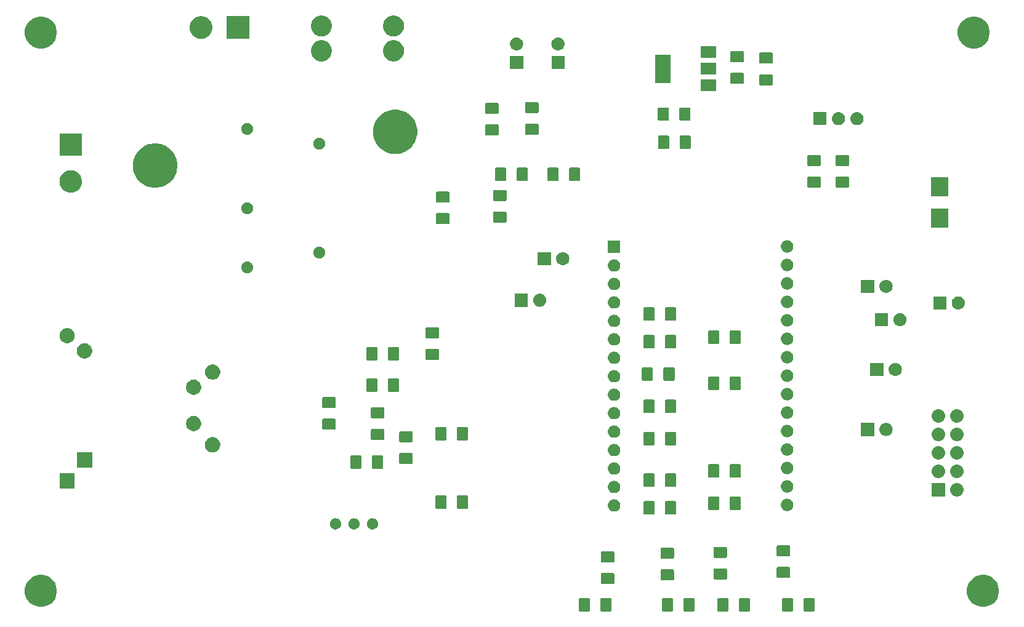
<source format=gbr>
%TF.GenerationSoftware,KiCad,Pcbnew,(6.0.0-rc1-dev-1444-gad0d9f8df)*%
%TF.CreationDate,2019-01-02T13:44:12+02:00*%
%TF.ProjectId,digiTOS-COMOD-SinBoard-routed-2,64696769-544f-4532-9d43-4f4d4f442d53,rev?*%
%TF.SameCoordinates,Original*%
%TF.FileFunction,Soldermask,Top*%
%TF.FilePolarity,Negative*%
%FSLAX46Y46*%
G04 Gerber Fmt 4.6, Leading zero omitted, Abs format (unit mm)*
G04 Created by KiCad (PCBNEW (6.0.0-rc1-dev-1444-gad0d9f8df)) date 02/01/2019 13:44:12*
%MOMM*%
%LPD*%
G04 APERTURE LIST*
%ADD10C,0.150000*%
G04 APERTURE END LIST*
D10*
G36*
X222445562Y-126713181D02*
G01*
X222480477Y-126723773D01*
X222512665Y-126740978D01*
X222540873Y-126764127D01*
X222564022Y-126792335D01*
X222581227Y-126824523D01*
X222591819Y-126859438D01*
X222596000Y-126901895D01*
X222596000Y-128368105D01*
X222591819Y-128410562D01*
X222581227Y-128445477D01*
X222564022Y-128477665D01*
X222540873Y-128505873D01*
X222512665Y-128529022D01*
X222480477Y-128546227D01*
X222445562Y-128556819D01*
X222403105Y-128561000D01*
X221261895Y-128561000D01*
X221219438Y-128556819D01*
X221184523Y-128546227D01*
X221152335Y-128529022D01*
X221124127Y-128505873D01*
X221100978Y-128477665D01*
X221083773Y-128445477D01*
X221073181Y-128410562D01*
X221069000Y-128368105D01*
X221069000Y-126901895D01*
X221073181Y-126859438D01*
X221083773Y-126824523D01*
X221100978Y-126792335D01*
X221124127Y-126764127D01*
X221152335Y-126740978D01*
X221184523Y-126723773D01*
X221219438Y-126713181D01*
X221261895Y-126709000D01*
X222403105Y-126709000D01*
X222445562Y-126713181D01*
X222445562Y-126713181D01*
G37*
G36*
X219470562Y-126713181D02*
G01*
X219505477Y-126723773D01*
X219537665Y-126740978D01*
X219565873Y-126764127D01*
X219589022Y-126792335D01*
X219606227Y-126824523D01*
X219616819Y-126859438D01*
X219621000Y-126901895D01*
X219621000Y-128368105D01*
X219616819Y-128410562D01*
X219606227Y-128445477D01*
X219589022Y-128477665D01*
X219565873Y-128505873D01*
X219537665Y-128529022D01*
X219505477Y-128546227D01*
X219470562Y-128556819D01*
X219428105Y-128561000D01*
X218286895Y-128561000D01*
X218244438Y-128556819D01*
X218209523Y-128546227D01*
X218177335Y-128529022D01*
X218149127Y-128505873D01*
X218125978Y-128477665D01*
X218108773Y-128445477D01*
X218098181Y-128410562D01*
X218094000Y-128368105D01*
X218094000Y-126901895D01*
X218098181Y-126859438D01*
X218108773Y-126824523D01*
X218125978Y-126792335D01*
X218149127Y-126764127D01*
X218177335Y-126740978D01*
X218209523Y-126723773D01*
X218244438Y-126713181D01*
X218286895Y-126709000D01*
X219428105Y-126709000D01*
X219470562Y-126713181D01*
X219470562Y-126713181D01*
G37*
G36*
X210580562Y-126713181D02*
G01*
X210615477Y-126723773D01*
X210647665Y-126740978D01*
X210675873Y-126764127D01*
X210699022Y-126792335D01*
X210716227Y-126824523D01*
X210726819Y-126859438D01*
X210731000Y-126901895D01*
X210731000Y-128368105D01*
X210726819Y-128410562D01*
X210716227Y-128445477D01*
X210699022Y-128477665D01*
X210675873Y-128505873D01*
X210647665Y-128529022D01*
X210615477Y-128546227D01*
X210580562Y-128556819D01*
X210538105Y-128561000D01*
X209396895Y-128561000D01*
X209354438Y-128556819D01*
X209319523Y-128546227D01*
X209287335Y-128529022D01*
X209259127Y-128505873D01*
X209235978Y-128477665D01*
X209218773Y-128445477D01*
X209208181Y-128410562D01*
X209204000Y-128368105D01*
X209204000Y-126901895D01*
X209208181Y-126859438D01*
X209218773Y-126824523D01*
X209235978Y-126792335D01*
X209259127Y-126764127D01*
X209287335Y-126740978D01*
X209319523Y-126723773D01*
X209354438Y-126713181D01*
X209396895Y-126709000D01*
X210538105Y-126709000D01*
X210580562Y-126713181D01*
X210580562Y-126713181D01*
G37*
G36*
X213555562Y-126713181D02*
G01*
X213590477Y-126723773D01*
X213622665Y-126740978D01*
X213650873Y-126764127D01*
X213674022Y-126792335D01*
X213691227Y-126824523D01*
X213701819Y-126859438D01*
X213706000Y-126901895D01*
X213706000Y-128368105D01*
X213701819Y-128410562D01*
X213691227Y-128445477D01*
X213674022Y-128477665D01*
X213650873Y-128505873D01*
X213622665Y-128529022D01*
X213590477Y-128546227D01*
X213555562Y-128556819D01*
X213513105Y-128561000D01*
X212371895Y-128561000D01*
X212329438Y-128556819D01*
X212294523Y-128546227D01*
X212262335Y-128529022D01*
X212234127Y-128505873D01*
X212210978Y-128477665D01*
X212193773Y-128445477D01*
X212183181Y-128410562D01*
X212179000Y-128368105D01*
X212179000Y-126901895D01*
X212183181Y-126859438D01*
X212193773Y-126824523D01*
X212210978Y-126792335D01*
X212234127Y-126764127D01*
X212262335Y-126740978D01*
X212294523Y-126723773D01*
X212329438Y-126713181D01*
X212371895Y-126709000D01*
X213513105Y-126709000D01*
X213555562Y-126713181D01*
X213555562Y-126713181D01*
G37*
G36*
X191530562Y-126713181D02*
G01*
X191565477Y-126723773D01*
X191597665Y-126740978D01*
X191625873Y-126764127D01*
X191649022Y-126792335D01*
X191666227Y-126824523D01*
X191676819Y-126859438D01*
X191681000Y-126901895D01*
X191681000Y-128368105D01*
X191676819Y-128410562D01*
X191666227Y-128445477D01*
X191649022Y-128477665D01*
X191625873Y-128505873D01*
X191597665Y-128529022D01*
X191565477Y-128546227D01*
X191530562Y-128556819D01*
X191488105Y-128561000D01*
X190346895Y-128561000D01*
X190304438Y-128556819D01*
X190269523Y-128546227D01*
X190237335Y-128529022D01*
X190209127Y-128505873D01*
X190185978Y-128477665D01*
X190168773Y-128445477D01*
X190158181Y-128410562D01*
X190154000Y-128368105D01*
X190154000Y-126901895D01*
X190158181Y-126859438D01*
X190168773Y-126824523D01*
X190185978Y-126792335D01*
X190209127Y-126764127D01*
X190237335Y-126740978D01*
X190269523Y-126723773D01*
X190304438Y-126713181D01*
X190346895Y-126709000D01*
X191488105Y-126709000D01*
X191530562Y-126713181D01*
X191530562Y-126713181D01*
G37*
G36*
X202960562Y-126713181D02*
G01*
X202995477Y-126723773D01*
X203027665Y-126740978D01*
X203055873Y-126764127D01*
X203079022Y-126792335D01*
X203096227Y-126824523D01*
X203106819Y-126859438D01*
X203111000Y-126901895D01*
X203111000Y-128368105D01*
X203106819Y-128410562D01*
X203096227Y-128445477D01*
X203079022Y-128477665D01*
X203055873Y-128505873D01*
X203027665Y-128529022D01*
X202995477Y-128546227D01*
X202960562Y-128556819D01*
X202918105Y-128561000D01*
X201776895Y-128561000D01*
X201734438Y-128556819D01*
X201699523Y-128546227D01*
X201667335Y-128529022D01*
X201639127Y-128505873D01*
X201615978Y-128477665D01*
X201598773Y-128445477D01*
X201588181Y-128410562D01*
X201584000Y-128368105D01*
X201584000Y-126901895D01*
X201588181Y-126859438D01*
X201598773Y-126824523D01*
X201615978Y-126792335D01*
X201639127Y-126764127D01*
X201667335Y-126740978D01*
X201699523Y-126723773D01*
X201734438Y-126713181D01*
X201776895Y-126709000D01*
X202918105Y-126709000D01*
X202960562Y-126713181D01*
X202960562Y-126713181D01*
G37*
G36*
X194505562Y-126713181D02*
G01*
X194540477Y-126723773D01*
X194572665Y-126740978D01*
X194600873Y-126764127D01*
X194624022Y-126792335D01*
X194641227Y-126824523D01*
X194651819Y-126859438D01*
X194656000Y-126901895D01*
X194656000Y-128368105D01*
X194651819Y-128410562D01*
X194641227Y-128445477D01*
X194624022Y-128477665D01*
X194600873Y-128505873D01*
X194572665Y-128529022D01*
X194540477Y-128546227D01*
X194505562Y-128556819D01*
X194463105Y-128561000D01*
X193321895Y-128561000D01*
X193279438Y-128556819D01*
X193244523Y-128546227D01*
X193212335Y-128529022D01*
X193184127Y-128505873D01*
X193160978Y-128477665D01*
X193143773Y-128445477D01*
X193133181Y-128410562D01*
X193129000Y-128368105D01*
X193129000Y-126901895D01*
X193133181Y-126859438D01*
X193143773Y-126824523D01*
X193160978Y-126792335D01*
X193184127Y-126764127D01*
X193212335Y-126740978D01*
X193244523Y-126723773D01*
X193279438Y-126713181D01*
X193321895Y-126709000D01*
X194463105Y-126709000D01*
X194505562Y-126713181D01*
X194505562Y-126713181D01*
G37*
G36*
X205935562Y-126713181D02*
G01*
X205970477Y-126723773D01*
X206002665Y-126740978D01*
X206030873Y-126764127D01*
X206054022Y-126792335D01*
X206071227Y-126824523D01*
X206081819Y-126859438D01*
X206086000Y-126901895D01*
X206086000Y-128368105D01*
X206081819Y-128410562D01*
X206071227Y-128445477D01*
X206054022Y-128477665D01*
X206030873Y-128505873D01*
X206002665Y-128529022D01*
X205970477Y-128546227D01*
X205935562Y-128556819D01*
X205893105Y-128561000D01*
X204751895Y-128561000D01*
X204709438Y-128556819D01*
X204674523Y-128546227D01*
X204642335Y-128529022D01*
X204614127Y-128505873D01*
X204590978Y-128477665D01*
X204573773Y-128445477D01*
X204563181Y-128410562D01*
X204559000Y-128368105D01*
X204559000Y-126901895D01*
X204563181Y-126859438D01*
X204573773Y-126824523D01*
X204590978Y-126792335D01*
X204614127Y-126764127D01*
X204642335Y-126740978D01*
X204674523Y-126723773D01*
X204709438Y-126713181D01*
X204751895Y-126709000D01*
X205893105Y-126709000D01*
X205935562Y-126713181D01*
X205935562Y-126713181D01*
G37*
G36*
X246387006Y-123613582D02*
G01*
X246787565Y-123779499D01*
X247148059Y-124020373D01*
X247454627Y-124326941D01*
X247695501Y-124687435D01*
X247861418Y-125087994D01*
X247946000Y-125513219D01*
X247946000Y-125946781D01*
X247861418Y-126372006D01*
X247695501Y-126772565D01*
X247454627Y-127133059D01*
X247148059Y-127439627D01*
X246787565Y-127680501D01*
X246387006Y-127846418D01*
X245961781Y-127931000D01*
X245528219Y-127931000D01*
X245102994Y-127846418D01*
X244702435Y-127680501D01*
X244341941Y-127439627D01*
X244035373Y-127133059D01*
X243794499Y-126772565D01*
X243628582Y-126372006D01*
X243544000Y-125946781D01*
X243544000Y-125513219D01*
X243628582Y-125087994D01*
X243794499Y-124687435D01*
X244035373Y-124326941D01*
X244341941Y-124020373D01*
X244702435Y-123779499D01*
X245102994Y-123613582D01*
X245528219Y-123529000D01*
X245961781Y-123529000D01*
X246387006Y-123613582D01*
X246387006Y-123613582D01*
G37*
G36*
X116847006Y-123613582D02*
G01*
X117247565Y-123779499D01*
X117608059Y-124020373D01*
X117914627Y-124326941D01*
X118155501Y-124687435D01*
X118321418Y-125087994D01*
X118406000Y-125513219D01*
X118406000Y-125946781D01*
X118321418Y-126372006D01*
X118155501Y-126772565D01*
X117914627Y-127133059D01*
X117608059Y-127439627D01*
X117247565Y-127680501D01*
X116847006Y-127846418D01*
X116421781Y-127931000D01*
X115988219Y-127931000D01*
X115562994Y-127846418D01*
X115162435Y-127680501D01*
X114801941Y-127439627D01*
X114495373Y-127133059D01*
X114254499Y-126772565D01*
X114088582Y-126372006D01*
X114004000Y-125946781D01*
X114004000Y-125513219D01*
X114088582Y-125087994D01*
X114254499Y-124687435D01*
X114495373Y-124326941D01*
X114801941Y-124020373D01*
X115162435Y-123779499D01*
X115562994Y-123613582D01*
X115988219Y-123529000D01*
X116421781Y-123529000D01*
X116847006Y-123613582D01*
X116847006Y-123613582D01*
G37*
G36*
X194885562Y-123263181D02*
G01*
X194920477Y-123273773D01*
X194952665Y-123290978D01*
X194980873Y-123314127D01*
X195004022Y-123342335D01*
X195021227Y-123374523D01*
X195031819Y-123409438D01*
X195036000Y-123451895D01*
X195036000Y-124593105D01*
X195031819Y-124635562D01*
X195021227Y-124670477D01*
X195004022Y-124702665D01*
X194980873Y-124730873D01*
X194952665Y-124754022D01*
X194920477Y-124771227D01*
X194885562Y-124781819D01*
X194843105Y-124786000D01*
X193376895Y-124786000D01*
X193334438Y-124781819D01*
X193299523Y-124771227D01*
X193267335Y-124754022D01*
X193239127Y-124730873D01*
X193215978Y-124702665D01*
X193198773Y-124670477D01*
X193188181Y-124635562D01*
X193184000Y-124593105D01*
X193184000Y-123451895D01*
X193188181Y-123409438D01*
X193198773Y-123374523D01*
X193215978Y-123342335D01*
X193239127Y-123314127D01*
X193267335Y-123290978D01*
X193299523Y-123273773D01*
X193334438Y-123263181D01*
X193376895Y-123259000D01*
X194843105Y-123259000D01*
X194885562Y-123263181D01*
X194885562Y-123263181D01*
G37*
G36*
X203095562Y-122763181D02*
G01*
X203130477Y-122773773D01*
X203162665Y-122790978D01*
X203190873Y-122814127D01*
X203214022Y-122842335D01*
X203231227Y-122874523D01*
X203241819Y-122909438D01*
X203246000Y-122951895D01*
X203246000Y-124093105D01*
X203241819Y-124135562D01*
X203231227Y-124170477D01*
X203214022Y-124202665D01*
X203190873Y-124230873D01*
X203162665Y-124254022D01*
X203130477Y-124271227D01*
X203095562Y-124281819D01*
X203053105Y-124286000D01*
X201586895Y-124286000D01*
X201544438Y-124281819D01*
X201509523Y-124271227D01*
X201477335Y-124254022D01*
X201449127Y-124230873D01*
X201425978Y-124202665D01*
X201408773Y-124170477D01*
X201398181Y-124135562D01*
X201394000Y-124093105D01*
X201394000Y-122951895D01*
X201398181Y-122909438D01*
X201408773Y-122874523D01*
X201425978Y-122842335D01*
X201449127Y-122814127D01*
X201477335Y-122790978D01*
X201509523Y-122773773D01*
X201544438Y-122763181D01*
X201586895Y-122759000D01*
X203053105Y-122759000D01*
X203095562Y-122763181D01*
X203095562Y-122763181D01*
G37*
G36*
X210375562Y-122628181D02*
G01*
X210410477Y-122638773D01*
X210442665Y-122655978D01*
X210470873Y-122679127D01*
X210494022Y-122707335D01*
X210511227Y-122739523D01*
X210521819Y-122774438D01*
X210526000Y-122816895D01*
X210526000Y-123958105D01*
X210521819Y-124000562D01*
X210511227Y-124035477D01*
X210494022Y-124067665D01*
X210470873Y-124095873D01*
X210442665Y-124119022D01*
X210410477Y-124136227D01*
X210375562Y-124146819D01*
X210333105Y-124151000D01*
X208866895Y-124151000D01*
X208824438Y-124146819D01*
X208789523Y-124136227D01*
X208757335Y-124119022D01*
X208729127Y-124095873D01*
X208705978Y-124067665D01*
X208688773Y-124035477D01*
X208678181Y-124000562D01*
X208674000Y-123958105D01*
X208674000Y-122816895D01*
X208678181Y-122774438D01*
X208688773Y-122739523D01*
X208705978Y-122707335D01*
X208729127Y-122679127D01*
X208757335Y-122655978D01*
X208789523Y-122638773D01*
X208824438Y-122628181D01*
X208866895Y-122624000D01*
X210333105Y-122624000D01*
X210375562Y-122628181D01*
X210375562Y-122628181D01*
G37*
G36*
X219075562Y-122428181D02*
G01*
X219110477Y-122438773D01*
X219142665Y-122455978D01*
X219170873Y-122479127D01*
X219194022Y-122507335D01*
X219211227Y-122539523D01*
X219221819Y-122574438D01*
X219226000Y-122616895D01*
X219226000Y-123758105D01*
X219221819Y-123800562D01*
X219211227Y-123835477D01*
X219194022Y-123867665D01*
X219170873Y-123895873D01*
X219142665Y-123919022D01*
X219110477Y-123936227D01*
X219075562Y-123946819D01*
X219033105Y-123951000D01*
X217566895Y-123951000D01*
X217524438Y-123946819D01*
X217489523Y-123936227D01*
X217457335Y-123919022D01*
X217429127Y-123895873D01*
X217405978Y-123867665D01*
X217388773Y-123835477D01*
X217378181Y-123800562D01*
X217374000Y-123758105D01*
X217374000Y-122616895D01*
X217378181Y-122574438D01*
X217388773Y-122539523D01*
X217405978Y-122507335D01*
X217429127Y-122479127D01*
X217457335Y-122455978D01*
X217489523Y-122438773D01*
X217524438Y-122428181D01*
X217566895Y-122424000D01*
X219033105Y-122424000D01*
X219075562Y-122428181D01*
X219075562Y-122428181D01*
G37*
G36*
X194885562Y-120288181D02*
G01*
X194920477Y-120298773D01*
X194952665Y-120315978D01*
X194980873Y-120339127D01*
X195004022Y-120367335D01*
X195021227Y-120399523D01*
X195031819Y-120434438D01*
X195036000Y-120476895D01*
X195036000Y-121618105D01*
X195031819Y-121660562D01*
X195021227Y-121695477D01*
X195004022Y-121727665D01*
X194980873Y-121755873D01*
X194952665Y-121779022D01*
X194920477Y-121796227D01*
X194885562Y-121806819D01*
X194843105Y-121811000D01*
X193376895Y-121811000D01*
X193334438Y-121806819D01*
X193299523Y-121796227D01*
X193267335Y-121779022D01*
X193239127Y-121755873D01*
X193215978Y-121727665D01*
X193198773Y-121695477D01*
X193188181Y-121660562D01*
X193184000Y-121618105D01*
X193184000Y-120476895D01*
X193188181Y-120434438D01*
X193198773Y-120399523D01*
X193215978Y-120367335D01*
X193239127Y-120339127D01*
X193267335Y-120315978D01*
X193299523Y-120298773D01*
X193334438Y-120288181D01*
X193376895Y-120284000D01*
X194843105Y-120284000D01*
X194885562Y-120288181D01*
X194885562Y-120288181D01*
G37*
G36*
X203095562Y-119788181D02*
G01*
X203130477Y-119798773D01*
X203162665Y-119815978D01*
X203190873Y-119839127D01*
X203214022Y-119867335D01*
X203231227Y-119899523D01*
X203241819Y-119934438D01*
X203246000Y-119976895D01*
X203246000Y-121118105D01*
X203241819Y-121160562D01*
X203231227Y-121195477D01*
X203214022Y-121227665D01*
X203190873Y-121255873D01*
X203162665Y-121279022D01*
X203130477Y-121296227D01*
X203095562Y-121306819D01*
X203053105Y-121311000D01*
X201586895Y-121311000D01*
X201544438Y-121306819D01*
X201509523Y-121296227D01*
X201477335Y-121279022D01*
X201449127Y-121255873D01*
X201425978Y-121227665D01*
X201408773Y-121195477D01*
X201398181Y-121160562D01*
X201394000Y-121118105D01*
X201394000Y-119976895D01*
X201398181Y-119934438D01*
X201408773Y-119899523D01*
X201425978Y-119867335D01*
X201449127Y-119839127D01*
X201477335Y-119815978D01*
X201509523Y-119798773D01*
X201544438Y-119788181D01*
X201586895Y-119784000D01*
X203053105Y-119784000D01*
X203095562Y-119788181D01*
X203095562Y-119788181D01*
G37*
G36*
X210375562Y-119653181D02*
G01*
X210410477Y-119663773D01*
X210442665Y-119680978D01*
X210470873Y-119704127D01*
X210494022Y-119732335D01*
X210511227Y-119764523D01*
X210521819Y-119799438D01*
X210526000Y-119841895D01*
X210526000Y-120983105D01*
X210521819Y-121025562D01*
X210511227Y-121060477D01*
X210494022Y-121092665D01*
X210470873Y-121120873D01*
X210442665Y-121144022D01*
X210410477Y-121161227D01*
X210375562Y-121171819D01*
X210333105Y-121176000D01*
X208866895Y-121176000D01*
X208824438Y-121171819D01*
X208789523Y-121161227D01*
X208757335Y-121144022D01*
X208729127Y-121120873D01*
X208705978Y-121092665D01*
X208688773Y-121060477D01*
X208678181Y-121025562D01*
X208674000Y-120983105D01*
X208674000Y-119841895D01*
X208678181Y-119799438D01*
X208688773Y-119764523D01*
X208705978Y-119732335D01*
X208729127Y-119704127D01*
X208757335Y-119680978D01*
X208789523Y-119663773D01*
X208824438Y-119653181D01*
X208866895Y-119649000D01*
X210333105Y-119649000D01*
X210375562Y-119653181D01*
X210375562Y-119653181D01*
G37*
G36*
X219075562Y-119453181D02*
G01*
X219110477Y-119463773D01*
X219142665Y-119480978D01*
X219170873Y-119504127D01*
X219194022Y-119532335D01*
X219211227Y-119564523D01*
X219221819Y-119599438D01*
X219226000Y-119641895D01*
X219226000Y-120783105D01*
X219221819Y-120825562D01*
X219211227Y-120860477D01*
X219194022Y-120892665D01*
X219170873Y-120920873D01*
X219142665Y-120944022D01*
X219110477Y-120961227D01*
X219075562Y-120971819D01*
X219033105Y-120976000D01*
X217566895Y-120976000D01*
X217524438Y-120971819D01*
X217489523Y-120961227D01*
X217457335Y-120944022D01*
X217429127Y-120920873D01*
X217405978Y-120892665D01*
X217388773Y-120860477D01*
X217378181Y-120825562D01*
X217374000Y-120783105D01*
X217374000Y-119641895D01*
X217378181Y-119599438D01*
X217388773Y-119564523D01*
X217405978Y-119532335D01*
X217429127Y-119504127D01*
X217457335Y-119480978D01*
X217489523Y-119463773D01*
X217524438Y-119453181D01*
X217566895Y-119449000D01*
X219033105Y-119449000D01*
X219075562Y-119453181D01*
X219075562Y-119453181D01*
G37*
G36*
X159365589Y-115738876D02*
G01*
X159464893Y-115758629D01*
X159605206Y-115816748D01*
X159731484Y-115901125D01*
X159838875Y-116008516D01*
X159923252Y-116134794D01*
X159981371Y-116275107D01*
X160011000Y-116424063D01*
X160011000Y-116575937D01*
X159981371Y-116724893D01*
X159923252Y-116865206D01*
X159838875Y-116991484D01*
X159731484Y-117098875D01*
X159605206Y-117183252D01*
X159464893Y-117241371D01*
X159365589Y-117261124D01*
X159315938Y-117271000D01*
X159164062Y-117271000D01*
X159114411Y-117261124D01*
X159015107Y-117241371D01*
X158874794Y-117183252D01*
X158748516Y-117098875D01*
X158641125Y-116991484D01*
X158556748Y-116865206D01*
X158498629Y-116724893D01*
X158469000Y-116575937D01*
X158469000Y-116424063D01*
X158498629Y-116275107D01*
X158556748Y-116134794D01*
X158641125Y-116008516D01*
X158748516Y-115901125D01*
X158874794Y-115816748D01*
X159015107Y-115758629D01*
X159114411Y-115738876D01*
X159164062Y-115729000D01*
X159315938Y-115729000D01*
X159365589Y-115738876D01*
X159365589Y-115738876D01*
G37*
G36*
X161905589Y-115738876D02*
G01*
X162004893Y-115758629D01*
X162145206Y-115816748D01*
X162271484Y-115901125D01*
X162378875Y-116008516D01*
X162463252Y-116134794D01*
X162521371Y-116275107D01*
X162551000Y-116424063D01*
X162551000Y-116575937D01*
X162521371Y-116724893D01*
X162463252Y-116865206D01*
X162378875Y-116991484D01*
X162271484Y-117098875D01*
X162145206Y-117183252D01*
X162004893Y-117241371D01*
X161905589Y-117261124D01*
X161855938Y-117271000D01*
X161704062Y-117271000D01*
X161654411Y-117261124D01*
X161555107Y-117241371D01*
X161414794Y-117183252D01*
X161288516Y-117098875D01*
X161181125Y-116991484D01*
X161096748Y-116865206D01*
X161038629Y-116724893D01*
X161009000Y-116575937D01*
X161009000Y-116424063D01*
X161038629Y-116275107D01*
X161096748Y-116134794D01*
X161181125Y-116008516D01*
X161288516Y-115901125D01*
X161414794Y-115816748D01*
X161555107Y-115758629D01*
X161654411Y-115738876D01*
X161704062Y-115729000D01*
X161855938Y-115729000D01*
X161905589Y-115738876D01*
X161905589Y-115738876D01*
G37*
G36*
X156825589Y-115738876D02*
G01*
X156924893Y-115758629D01*
X157065206Y-115816748D01*
X157191484Y-115901125D01*
X157298875Y-116008516D01*
X157383252Y-116134794D01*
X157441371Y-116275107D01*
X157471000Y-116424063D01*
X157471000Y-116575937D01*
X157441371Y-116724893D01*
X157383252Y-116865206D01*
X157298875Y-116991484D01*
X157191484Y-117098875D01*
X157065206Y-117183252D01*
X156924893Y-117241371D01*
X156825589Y-117261124D01*
X156775938Y-117271000D01*
X156624062Y-117271000D01*
X156574411Y-117261124D01*
X156475107Y-117241371D01*
X156334794Y-117183252D01*
X156208516Y-117098875D01*
X156101125Y-116991484D01*
X156016748Y-116865206D01*
X155958629Y-116724893D01*
X155929000Y-116575937D01*
X155929000Y-116424063D01*
X155958629Y-116275107D01*
X156016748Y-116134794D01*
X156101125Y-116008516D01*
X156208516Y-115901125D01*
X156334794Y-115816748D01*
X156475107Y-115758629D01*
X156574411Y-115738876D01*
X156624062Y-115729000D01*
X156775938Y-115729000D01*
X156825589Y-115738876D01*
X156825589Y-115738876D01*
G37*
G36*
X200420562Y-113378181D02*
G01*
X200455477Y-113388773D01*
X200487665Y-113405978D01*
X200515873Y-113429127D01*
X200539022Y-113457335D01*
X200556227Y-113489523D01*
X200566819Y-113524438D01*
X200571000Y-113566895D01*
X200571000Y-115033105D01*
X200566819Y-115075562D01*
X200556227Y-115110477D01*
X200539022Y-115142665D01*
X200515873Y-115170873D01*
X200487665Y-115194022D01*
X200455477Y-115211227D01*
X200420562Y-115221819D01*
X200378105Y-115226000D01*
X199236895Y-115226000D01*
X199194438Y-115221819D01*
X199159523Y-115211227D01*
X199127335Y-115194022D01*
X199099127Y-115170873D01*
X199075978Y-115142665D01*
X199058773Y-115110477D01*
X199048181Y-115075562D01*
X199044000Y-115033105D01*
X199044000Y-113566895D01*
X199048181Y-113524438D01*
X199058773Y-113489523D01*
X199075978Y-113457335D01*
X199099127Y-113429127D01*
X199127335Y-113405978D01*
X199159523Y-113388773D01*
X199194438Y-113378181D01*
X199236895Y-113374000D01*
X200378105Y-113374000D01*
X200420562Y-113378181D01*
X200420562Y-113378181D01*
G37*
G36*
X203395562Y-113378181D02*
G01*
X203430477Y-113388773D01*
X203462665Y-113405978D01*
X203490873Y-113429127D01*
X203514022Y-113457335D01*
X203531227Y-113489523D01*
X203541819Y-113524438D01*
X203546000Y-113566895D01*
X203546000Y-115033105D01*
X203541819Y-115075562D01*
X203531227Y-115110477D01*
X203514022Y-115142665D01*
X203490873Y-115170873D01*
X203462665Y-115194022D01*
X203430477Y-115211227D01*
X203395562Y-115221819D01*
X203353105Y-115226000D01*
X202211895Y-115226000D01*
X202169438Y-115221819D01*
X202134523Y-115211227D01*
X202102335Y-115194022D01*
X202074127Y-115170873D01*
X202050978Y-115142665D01*
X202033773Y-115110477D01*
X202023181Y-115075562D01*
X202019000Y-115033105D01*
X202019000Y-113566895D01*
X202023181Y-113524438D01*
X202033773Y-113489523D01*
X202050978Y-113457335D01*
X202074127Y-113429127D01*
X202102335Y-113405978D01*
X202134523Y-113388773D01*
X202169438Y-113378181D01*
X202211895Y-113374000D01*
X203353105Y-113374000D01*
X203395562Y-113378181D01*
X203395562Y-113378181D01*
G37*
G36*
X195172269Y-113122718D02*
G01*
X195172272Y-113122719D01*
X195172273Y-113122719D01*
X195332687Y-113171380D01*
X195332689Y-113171381D01*
X195332692Y-113171382D01*
X195480526Y-113250400D01*
X195610107Y-113356746D01*
X195716453Y-113486327D01*
X195795471Y-113634161D01*
X195795472Y-113634164D01*
X195795473Y-113634166D01*
X195819475Y-113713290D01*
X195844135Y-113794584D01*
X195860565Y-113961405D01*
X195844135Y-114128226D01*
X195844134Y-114128229D01*
X195844134Y-114128230D01*
X195803973Y-114260624D01*
X195795471Y-114288649D01*
X195716453Y-114436483D01*
X195610107Y-114566064D01*
X195480526Y-114672410D01*
X195332692Y-114751428D01*
X195332689Y-114751429D01*
X195332687Y-114751430D01*
X195172273Y-114800091D01*
X195172272Y-114800091D01*
X195172269Y-114800092D01*
X195047252Y-114812405D01*
X194963644Y-114812405D01*
X194838627Y-114800092D01*
X194838624Y-114800091D01*
X194838623Y-114800091D01*
X194678209Y-114751430D01*
X194678207Y-114751429D01*
X194678204Y-114751428D01*
X194530370Y-114672410D01*
X194400789Y-114566064D01*
X194294443Y-114436483D01*
X194215425Y-114288649D01*
X194206924Y-114260624D01*
X194166762Y-114128230D01*
X194166762Y-114128229D01*
X194166761Y-114128226D01*
X194150331Y-113961405D01*
X194166761Y-113794584D01*
X194191421Y-113713290D01*
X194215423Y-113634166D01*
X194215424Y-113634164D01*
X194215425Y-113634161D01*
X194294443Y-113486327D01*
X194400789Y-113356746D01*
X194530370Y-113250400D01*
X194678204Y-113171382D01*
X194678207Y-113171381D01*
X194678209Y-113171380D01*
X194838623Y-113122719D01*
X194838624Y-113122719D01*
X194838627Y-113122718D01*
X194963644Y-113110405D01*
X195047252Y-113110405D01*
X195172269Y-113122718D01*
X195172269Y-113122718D01*
G37*
G36*
X218964137Y-113041428D02*
G01*
X218964140Y-113041429D01*
X218964141Y-113041429D01*
X219124555Y-113090090D01*
X219124557Y-113090091D01*
X219124560Y-113090092D01*
X219272394Y-113169110D01*
X219401975Y-113275456D01*
X219508321Y-113405037D01*
X219587339Y-113552871D01*
X219587340Y-113552874D01*
X219587341Y-113552876D01*
X219636002Y-113713290D01*
X219636003Y-113713294D01*
X219652433Y-113880115D01*
X219636003Y-114046936D01*
X219636002Y-114046939D01*
X219636002Y-114046940D01*
X219602281Y-114158105D01*
X219587339Y-114207359D01*
X219508321Y-114355193D01*
X219401975Y-114484774D01*
X219272394Y-114591120D01*
X219124560Y-114670138D01*
X219124557Y-114670139D01*
X219124555Y-114670140D01*
X218964141Y-114718801D01*
X218964140Y-114718801D01*
X218964137Y-114718802D01*
X218839120Y-114731115D01*
X218755512Y-114731115D01*
X218630495Y-114718802D01*
X218630492Y-114718801D01*
X218630491Y-114718801D01*
X218470077Y-114670140D01*
X218470075Y-114670139D01*
X218470072Y-114670138D01*
X218322238Y-114591120D01*
X218192657Y-114484774D01*
X218086311Y-114355193D01*
X218007293Y-114207359D01*
X217992352Y-114158105D01*
X217958630Y-114046940D01*
X217958630Y-114046939D01*
X217958629Y-114046936D01*
X217942199Y-113880115D01*
X217958629Y-113713294D01*
X217958630Y-113713290D01*
X218007291Y-113552876D01*
X218007292Y-113552874D01*
X218007293Y-113552871D01*
X218086311Y-113405037D01*
X218192657Y-113275456D01*
X218322238Y-113169110D01*
X218470072Y-113090092D01*
X218470075Y-113090091D01*
X218470077Y-113090090D01*
X218630491Y-113041429D01*
X218630492Y-113041429D01*
X218630495Y-113041428D01*
X218755512Y-113029115D01*
X218839120Y-113029115D01*
X218964137Y-113041428D01*
X218964137Y-113041428D01*
G37*
G36*
X212285562Y-112743181D02*
G01*
X212320477Y-112753773D01*
X212352665Y-112770978D01*
X212380873Y-112794127D01*
X212404022Y-112822335D01*
X212421227Y-112854523D01*
X212431819Y-112889438D01*
X212436000Y-112931895D01*
X212436000Y-114398105D01*
X212431819Y-114440562D01*
X212421227Y-114475477D01*
X212404022Y-114507665D01*
X212380873Y-114535873D01*
X212352665Y-114559022D01*
X212320477Y-114576227D01*
X212285562Y-114586819D01*
X212243105Y-114591000D01*
X211101895Y-114591000D01*
X211059438Y-114586819D01*
X211024523Y-114576227D01*
X210992335Y-114559022D01*
X210964127Y-114535873D01*
X210940978Y-114507665D01*
X210923773Y-114475477D01*
X210913181Y-114440562D01*
X210909000Y-114398105D01*
X210909000Y-112931895D01*
X210913181Y-112889438D01*
X210923773Y-112854523D01*
X210940978Y-112822335D01*
X210964127Y-112794127D01*
X210992335Y-112770978D01*
X211024523Y-112753773D01*
X211059438Y-112743181D01*
X211101895Y-112739000D01*
X212243105Y-112739000D01*
X212285562Y-112743181D01*
X212285562Y-112743181D01*
G37*
G36*
X209310562Y-112743181D02*
G01*
X209345477Y-112753773D01*
X209377665Y-112770978D01*
X209405873Y-112794127D01*
X209429022Y-112822335D01*
X209446227Y-112854523D01*
X209456819Y-112889438D01*
X209461000Y-112931895D01*
X209461000Y-114398105D01*
X209456819Y-114440562D01*
X209446227Y-114475477D01*
X209429022Y-114507665D01*
X209405873Y-114535873D01*
X209377665Y-114559022D01*
X209345477Y-114576227D01*
X209310562Y-114586819D01*
X209268105Y-114591000D01*
X208126895Y-114591000D01*
X208084438Y-114586819D01*
X208049523Y-114576227D01*
X208017335Y-114559022D01*
X207989127Y-114535873D01*
X207965978Y-114507665D01*
X207948773Y-114475477D01*
X207938181Y-114440562D01*
X207934000Y-114398105D01*
X207934000Y-112931895D01*
X207938181Y-112889438D01*
X207948773Y-112854523D01*
X207965978Y-112822335D01*
X207989127Y-112794127D01*
X208017335Y-112770978D01*
X208049523Y-112753773D01*
X208084438Y-112743181D01*
X208126895Y-112739000D01*
X209268105Y-112739000D01*
X209310562Y-112743181D01*
X209310562Y-112743181D01*
G37*
G36*
X171825562Y-112578181D02*
G01*
X171860477Y-112588773D01*
X171892665Y-112605978D01*
X171920873Y-112629127D01*
X171944022Y-112657335D01*
X171961227Y-112689523D01*
X171971819Y-112724438D01*
X171976000Y-112766895D01*
X171976000Y-114233105D01*
X171971819Y-114275562D01*
X171961227Y-114310477D01*
X171944022Y-114342665D01*
X171920873Y-114370873D01*
X171892665Y-114394022D01*
X171860477Y-114411227D01*
X171825562Y-114421819D01*
X171783105Y-114426000D01*
X170641895Y-114426000D01*
X170599438Y-114421819D01*
X170564523Y-114411227D01*
X170532335Y-114394022D01*
X170504127Y-114370873D01*
X170480978Y-114342665D01*
X170463773Y-114310477D01*
X170453181Y-114275562D01*
X170449000Y-114233105D01*
X170449000Y-112766895D01*
X170453181Y-112724438D01*
X170463773Y-112689523D01*
X170480978Y-112657335D01*
X170504127Y-112629127D01*
X170532335Y-112605978D01*
X170564523Y-112588773D01*
X170599438Y-112578181D01*
X170641895Y-112574000D01*
X171783105Y-112574000D01*
X171825562Y-112578181D01*
X171825562Y-112578181D01*
G37*
G36*
X174800562Y-112578181D02*
G01*
X174835477Y-112588773D01*
X174867665Y-112605978D01*
X174895873Y-112629127D01*
X174919022Y-112657335D01*
X174936227Y-112689523D01*
X174946819Y-112724438D01*
X174951000Y-112766895D01*
X174951000Y-114233105D01*
X174946819Y-114275562D01*
X174936227Y-114310477D01*
X174919022Y-114342665D01*
X174895873Y-114370873D01*
X174867665Y-114394022D01*
X174835477Y-114411227D01*
X174800562Y-114421819D01*
X174758105Y-114426000D01*
X173616895Y-114426000D01*
X173574438Y-114421819D01*
X173539523Y-114411227D01*
X173507335Y-114394022D01*
X173479127Y-114370873D01*
X173455978Y-114342665D01*
X173438773Y-114310477D01*
X173428181Y-114275562D01*
X173424000Y-114233105D01*
X173424000Y-112766895D01*
X173428181Y-112724438D01*
X173438773Y-112689523D01*
X173455978Y-112657335D01*
X173479127Y-112629127D01*
X173507335Y-112605978D01*
X173539523Y-112588773D01*
X173574438Y-112578181D01*
X173616895Y-112574000D01*
X174758105Y-112574000D01*
X174800562Y-112578181D01*
X174800562Y-112578181D01*
G37*
G36*
X240514600Y-112714600D02*
G01*
X238685400Y-112714600D01*
X238685400Y-110885400D01*
X240514600Y-110885400D01*
X240514600Y-112714600D01*
X240514600Y-112714600D01*
G37*
G36*
X242319294Y-110898633D02*
G01*
X242491694Y-110950931D01*
X242491696Y-110950932D01*
X242650583Y-111035859D01*
X242789849Y-111150151D01*
X242904141Y-111289417D01*
X242960901Y-111395608D01*
X242989069Y-111448306D01*
X243041367Y-111620706D01*
X243059025Y-111800000D01*
X243041367Y-111979294D01*
X242989069Y-112151694D01*
X242989068Y-112151696D01*
X242904141Y-112310583D01*
X242789849Y-112449849D01*
X242650583Y-112564141D01*
X242547672Y-112619148D01*
X242491694Y-112649069D01*
X242319294Y-112701367D01*
X242184931Y-112714600D01*
X242095069Y-112714600D01*
X241960706Y-112701367D01*
X241788306Y-112649069D01*
X241732328Y-112619148D01*
X241629417Y-112564141D01*
X241490151Y-112449849D01*
X241375859Y-112310583D01*
X241290932Y-112151696D01*
X241290931Y-112151694D01*
X241238633Y-111979294D01*
X241220975Y-111800000D01*
X241238633Y-111620706D01*
X241290931Y-111448306D01*
X241319099Y-111395608D01*
X241375859Y-111289417D01*
X241490151Y-111150151D01*
X241629417Y-111035859D01*
X241788304Y-110950932D01*
X241788306Y-110950931D01*
X241960706Y-110898633D01*
X242095069Y-110885400D01*
X242184931Y-110885400D01*
X242319294Y-110898633D01*
X242319294Y-110898633D01*
G37*
G36*
X195172269Y-110582718D02*
G01*
X195172272Y-110582719D01*
X195172273Y-110582719D01*
X195332687Y-110631380D01*
X195332689Y-110631381D01*
X195332692Y-110631382D01*
X195480526Y-110710400D01*
X195610107Y-110816746D01*
X195716453Y-110946327D01*
X195795471Y-111094161D01*
X195795472Y-111094164D01*
X195795473Y-111094166D01*
X195819475Y-111173290D01*
X195844135Y-111254584D01*
X195860565Y-111421405D01*
X195844135Y-111588226D01*
X195844134Y-111588229D01*
X195844134Y-111588230D01*
X195820131Y-111667359D01*
X195795471Y-111748649D01*
X195716453Y-111896483D01*
X195610107Y-112026064D01*
X195480526Y-112132410D01*
X195332692Y-112211428D01*
X195332689Y-112211429D01*
X195332687Y-112211430D01*
X195172273Y-112260091D01*
X195172272Y-112260091D01*
X195172269Y-112260092D01*
X195047252Y-112272405D01*
X194963644Y-112272405D01*
X194838627Y-112260092D01*
X194838624Y-112260091D01*
X194838623Y-112260091D01*
X194678209Y-112211430D01*
X194678207Y-112211429D01*
X194678204Y-112211428D01*
X194530370Y-112132410D01*
X194400789Y-112026064D01*
X194294443Y-111896483D01*
X194215425Y-111748649D01*
X194190766Y-111667359D01*
X194166762Y-111588230D01*
X194166762Y-111588229D01*
X194166761Y-111588226D01*
X194150331Y-111421405D01*
X194166761Y-111254584D01*
X194191421Y-111173290D01*
X194215423Y-111094166D01*
X194215424Y-111094164D01*
X194215425Y-111094161D01*
X194294443Y-110946327D01*
X194400789Y-110816746D01*
X194530370Y-110710400D01*
X194678204Y-110631382D01*
X194678207Y-110631381D01*
X194678209Y-110631380D01*
X194838623Y-110582719D01*
X194838624Y-110582719D01*
X194838627Y-110582718D01*
X194963644Y-110570405D01*
X195047252Y-110570405D01*
X195172269Y-110582718D01*
X195172269Y-110582718D01*
G37*
G36*
X218964137Y-110501428D02*
G01*
X218964140Y-110501429D01*
X218964141Y-110501429D01*
X219124555Y-110550090D01*
X219124557Y-110550091D01*
X219124560Y-110550092D01*
X219272394Y-110629110D01*
X219401975Y-110735456D01*
X219508321Y-110865037D01*
X219587339Y-111012871D01*
X219587340Y-111012874D01*
X219587341Y-111012876D01*
X219612000Y-111094166D01*
X219636003Y-111173294D01*
X219652433Y-111340115D01*
X219636003Y-111506936D01*
X219636002Y-111506939D01*
X219636002Y-111506940D01*
X219592302Y-111651000D01*
X219587339Y-111667359D01*
X219508321Y-111815193D01*
X219401975Y-111944774D01*
X219272394Y-112051120D01*
X219124560Y-112130138D01*
X219124557Y-112130139D01*
X219124555Y-112130140D01*
X218964141Y-112178801D01*
X218964140Y-112178801D01*
X218964137Y-112178802D01*
X218839120Y-112191115D01*
X218755512Y-112191115D01*
X218630495Y-112178802D01*
X218630492Y-112178801D01*
X218630491Y-112178801D01*
X218470077Y-112130140D01*
X218470075Y-112130139D01*
X218470072Y-112130138D01*
X218322238Y-112051120D01*
X218192657Y-111944774D01*
X218086311Y-111815193D01*
X218007293Y-111667359D01*
X218002331Y-111651000D01*
X217958630Y-111506940D01*
X217958630Y-111506939D01*
X217958629Y-111506936D01*
X217942199Y-111340115D01*
X217958629Y-111173294D01*
X217982632Y-111094166D01*
X218007291Y-111012876D01*
X218007292Y-111012874D01*
X218007293Y-111012871D01*
X218086311Y-110865037D01*
X218192657Y-110735456D01*
X218322238Y-110629110D01*
X218470072Y-110550092D01*
X218470075Y-110550091D01*
X218470077Y-110550090D01*
X218630491Y-110501429D01*
X218630492Y-110501429D01*
X218630495Y-110501428D01*
X218755512Y-110489115D01*
X218839120Y-110489115D01*
X218964137Y-110501428D01*
X218964137Y-110501428D01*
G37*
G36*
X120851000Y-111651000D02*
G01*
X118749000Y-111651000D01*
X118749000Y-109549000D01*
X120851000Y-109549000D01*
X120851000Y-111651000D01*
X120851000Y-111651000D01*
G37*
G36*
X200420562Y-109568181D02*
G01*
X200455477Y-109578773D01*
X200487665Y-109595978D01*
X200515873Y-109619127D01*
X200539022Y-109647335D01*
X200556227Y-109679523D01*
X200566819Y-109714438D01*
X200571000Y-109756895D01*
X200571000Y-111223105D01*
X200566819Y-111265562D01*
X200556227Y-111300477D01*
X200539022Y-111332665D01*
X200515873Y-111360873D01*
X200487665Y-111384022D01*
X200455477Y-111401227D01*
X200420562Y-111411819D01*
X200378105Y-111416000D01*
X199236895Y-111416000D01*
X199194438Y-111411819D01*
X199159523Y-111401227D01*
X199127335Y-111384022D01*
X199099127Y-111360873D01*
X199075978Y-111332665D01*
X199058773Y-111300477D01*
X199048181Y-111265562D01*
X199044000Y-111223105D01*
X199044000Y-109756895D01*
X199048181Y-109714438D01*
X199058773Y-109679523D01*
X199075978Y-109647335D01*
X199099127Y-109619127D01*
X199127335Y-109595978D01*
X199159523Y-109578773D01*
X199194438Y-109568181D01*
X199236895Y-109564000D01*
X200378105Y-109564000D01*
X200420562Y-109568181D01*
X200420562Y-109568181D01*
G37*
G36*
X203395562Y-109568181D02*
G01*
X203430477Y-109578773D01*
X203462665Y-109595978D01*
X203490873Y-109619127D01*
X203514022Y-109647335D01*
X203531227Y-109679523D01*
X203541819Y-109714438D01*
X203546000Y-109756895D01*
X203546000Y-111223105D01*
X203541819Y-111265562D01*
X203531227Y-111300477D01*
X203514022Y-111332665D01*
X203490873Y-111360873D01*
X203462665Y-111384022D01*
X203430477Y-111401227D01*
X203395562Y-111411819D01*
X203353105Y-111416000D01*
X202211895Y-111416000D01*
X202169438Y-111411819D01*
X202134523Y-111401227D01*
X202102335Y-111384022D01*
X202074127Y-111360873D01*
X202050978Y-111332665D01*
X202033773Y-111300477D01*
X202023181Y-111265562D01*
X202019000Y-111223105D01*
X202019000Y-109756895D01*
X202023181Y-109714438D01*
X202033773Y-109679523D01*
X202050978Y-109647335D01*
X202074127Y-109619127D01*
X202102335Y-109595978D01*
X202134523Y-109578773D01*
X202169438Y-109568181D01*
X202211895Y-109564000D01*
X203353105Y-109564000D01*
X203395562Y-109568181D01*
X203395562Y-109568181D01*
G37*
G36*
X242319294Y-108358633D02*
G01*
X242491694Y-108410931D01*
X242491696Y-108410932D01*
X242650583Y-108495859D01*
X242789849Y-108610151D01*
X242904141Y-108749417D01*
X242974690Y-108881405D01*
X242989069Y-108908306D01*
X243041367Y-109080706D01*
X243059025Y-109260000D01*
X243041367Y-109439294D01*
X242993836Y-109595978D01*
X242989068Y-109611696D01*
X242904141Y-109770583D01*
X242789849Y-109909849D01*
X242650583Y-110024141D01*
X242525736Y-110090873D01*
X242491694Y-110109069D01*
X242319294Y-110161367D01*
X242184931Y-110174600D01*
X242095069Y-110174600D01*
X241960706Y-110161367D01*
X241788306Y-110109069D01*
X241754264Y-110090873D01*
X241629417Y-110024141D01*
X241490151Y-109909849D01*
X241375859Y-109770583D01*
X241290932Y-109611696D01*
X241286164Y-109595978D01*
X241238633Y-109439294D01*
X241220975Y-109260000D01*
X241238633Y-109080706D01*
X241290931Y-108908306D01*
X241305310Y-108881405D01*
X241375859Y-108749417D01*
X241490151Y-108610151D01*
X241629417Y-108495859D01*
X241788304Y-108410932D01*
X241788306Y-108410931D01*
X241960706Y-108358633D01*
X242095069Y-108345400D01*
X242184931Y-108345400D01*
X242319294Y-108358633D01*
X242319294Y-108358633D01*
G37*
G36*
X239779294Y-108358633D02*
G01*
X239951694Y-108410931D01*
X239951696Y-108410932D01*
X240110583Y-108495859D01*
X240249849Y-108610151D01*
X240364141Y-108749417D01*
X240434690Y-108881405D01*
X240449069Y-108908306D01*
X240501367Y-109080706D01*
X240519025Y-109260000D01*
X240501367Y-109439294D01*
X240453836Y-109595978D01*
X240449068Y-109611696D01*
X240364141Y-109770583D01*
X240249849Y-109909849D01*
X240110583Y-110024141D01*
X239985736Y-110090873D01*
X239951694Y-110109069D01*
X239779294Y-110161367D01*
X239644931Y-110174600D01*
X239555069Y-110174600D01*
X239420706Y-110161367D01*
X239248306Y-110109069D01*
X239214264Y-110090873D01*
X239089417Y-110024141D01*
X238950151Y-109909849D01*
X238835859Y-109770583D01*
X238750932Y-109611696D01*
X238746164Y-109595978D01*
X238698633Y-109439294D01*
X238680975Y-109260000D01*
X238698633Y-109080706D01*
X238750931Y-108908306D01*
X238765310Y-108881405D01*
X238835859Y-108749417D01*
X238950151Y-108610151D01*
X239089417Y-108495859D01*
X239248304Y-108410932D01*
X239248306Y-108410931D01*
X239420706Y-108358633D01*
X239555069Y-108345400D01*
X239644931Y-108345400D01*
X239779294Y-108358633D01*
X239779294Y-108358633D01*
G37*
G36*
X209310562Y-108298181D02*
G01*
X209345477Y-108308773D01*
X209377665Y-108325978D01*
X209405873Y-108349127D01*
X209429022Y-108377335D01*
X209446227Y-108409523D01*
X209456819Y-108444438D01*
X209461000Y-108486895D01*
X209461000Y-109953105D01*
X209456819Y-109995562D01*
X209446227Y-110030477D01*
X209429022Y-110062665D01*
X209405873Y-110090873D01*
X209377665Y-110114022D01*
X209345477Y-110131227D01*
X209310562Y-110141819D01*
X209268105Y-110146000D01*
X208126895Y-110146000D01*
X208084438Y-110141819D01*
X208049523Y-110131227D01*
X208017335Y-110114022D01*
X207989127Y-110090873D01*
X207965978Y-110062665D01*
X207948773Y-110030477D01*
X207938181Y-109995562D01*
X207934000Y-109953105D01*
X207934000Y-108486895D01*
X207938181Y-108444438D01*
X207948773Y-108409523D01*
X207965978Y-108377335D01*
X207989127Y-108349127D01*
X208017335Y-108325978D01*
X208049523Y-108308773D01*
X208084438Y-108298181D01*
X208126895Y-108294000D01*
X209268105Y-108294000D01*
X209310562Y-108298181D01*
X209310562Y-108298181D01*
G37*
G36*
X212285562Y-108298181D02*
G01*
X212320477Y-108308773D01*
X212352665Y-108325978D01*
X212380873Y-108349127D01*
X212404022Y-108377335D01*
X212421227Y-108409523D01*
X212431819Y-108444438D01*
X212436000Y-108486895D01*
X212436000Y-109953105D01*
X212431819Y-109995562D01*
X212421227Y-110030477D01*
X212404022Y-110062665D01*
X212380873Y-110090873D01*
X212352665Y-110114022D01*
X212320477Y-110131227D01*
X212285562Y-110141819D01*
X212243105Y-110146000D01*
X211101895Y-110146000D01*
X211059438Y-110141819D01*
X211024523Y-110131227D01*
X210992335Y-110114022D01*
X210964127Y-110090873D01*
X210940978Y-110062665D01*
X210923773Y-110030477D01*
X210913181Y-109995562D01*
X210909000Y-109953105D01*
X210909000Y-108486895D01*
X210913181Y-108444438D01*
X210923773Y-108409523D01*
X210940978Y-108377335D01*
X210964127Y-108349127D01*
X210992335Y-108325978D01*
X211024523Y-108308773D01*
X211059438Y-108298181D01*
X211101895Y-108294000D01*
X212243105Y-108294000D01*
X212285562Y-108298181D01*
X212285562Y-108298181D01*
G37*
G36*
X195172269Y-108042718D02*
G01*
X195172272Y-108042719D01*
X195172273Y-108042719D01*
X195332687Y-108091380D01*
X195332689Y-108091381D01*
X195332692Y-108091382D01*
X195480526Y-108170400D01*
X195610107Y-108276746D01*
X195716453Y-108406327D01*
X195795471Y-108554161D01*
X195795472Y-108554164D01*
X195795473Y-108554166D01*
X195844134Y-108714580D01*
X195844135Y-108714584D01*
X195860565Y-108881405D01*
X195844135Y-109048226D01*
X195844134Y-109048229D01*
X195844134Y-109048230D01*
X195820131Y-109127359D01*
X195795471Y-109208649D01*
X195716453Y-109356483D01*
X195610107Y-109486064D01*
X195480526Y-109592410D01*
X195332692Y-109671428D01*
X195332689Y-109671429D01*
X195332687Y-109671430D01*
X195172273Y-109720091D01*
X195172272Y-109720091D01*
X195172269Y-109720092D01*
X195047252Y-109732405D01*
X194963644Y-109732405D01*
X194838627Y-109720092D01*
X194838624Y-109720091D01*
X194838623Y-109720091D01*
X194678209Y-109671430D01*
X194678207Y-109671429D01*
X194678204Y-109671428D01*
X194530370Y-109592410D01*
X194400789Y-109486064D01*
X194294443Y-109356483D01*
X194215425Y-109208649D01*
X194190766Y-109127359D01*
X194166762Y-109048230D01*
X194166762Y-109048229D01*
X194166761Y-109048226D01*
X194150331Y-108881405D01*
X194166761Y-108714584D01*
X194166762Y-108714580D01*
X194215423Y-108554166D01*
X194215424Y-108554164D01*
X194215425Y-108554161D01*
X194294443Y-108406327D01*
X194400789Y-108276746D01*
X194530370Y-108170400D01*
X194678204Y-108091382D01*
X194678207Y-108091381D01*
X194678209Y-108091380D01*
X194838623Y-108042719D01*
X194838624Y-108042719D01*
X194838627Y-108042718D01*
X194963644Y-108030405D01*
X195047252Y-108030405D01*
X195172269Y-108042718D01*
X195172269Y-108042718D01*
G37*
G36*
X218964137Y-107961428D02*
G01*
X218964140Y-107961429D01*
X218964141Y-107961429D01*
X219124555Y-108010090D01*
X219124557Y-108010091D01*
X219124560Y-108010092D01*
X219272394Y-108089110D01*
X219401975Y-108195456D01*
X219508321Y-108325037D01*
X219587339Y-108472871D01*
X219587340Y-108472874D01*
X219587341Y-108472876D01*
X219628983Y-108610151D01*
X219636003Y-108633294D01*
X219652433Y-108800115D01*
X219636003Y-108966936D01*
X219636002Y-108966939D01*
X219636002Y-108966940D01*
X219601492Y-109080706D01*
X219587339Y-109127359D01*
X219508321Y-109275193D01*
X219401975Y-109404774D01*
X219272394Y-109511120D01*
X219124560Y-109590138D01*
X219124557Y-109590139D01*
X219124555Y-109590140D01*
X218964141Y-109638801D01*
X218964140Y-109638801D01*
X218964137Y-109638802D01*
X218839120Y-109651115D01*
X218755512Y-109651115D01*
X218630495Y-109638802D01*
X218630492Y-109638801D01*
X218630491Y-109638801D01*
X218470077Y-109590140D01*
X218470075Y-109590139D01*
X218470072Y-109590138D01*
X218322238Y-109511120D01*
X218192657Y-109404774D01*
X218086311Y-109275193D01*
X218007293Y-109127359D01*
X217993141Y-109080706D01*
X217958630Y-108966940D01*
X217958630Y-108966939D01*
X217958629Y-108966936D01*
X217942199Y-108800115D01*
X217958629Y-108633294D01*
X217965649Y-108610151D01*
X218007291Y-108472876D01*
X218007292Y-108472874D01*
X218007293Y-108472871D01*
X218086311Y-108325037D01*
X218192657Y-108195456D01*
X218322238Y-108089110D01*
X218470072Y-108010092D01*
X218470075Y-108010091D01*
X218470077Y-108010090D01*
X218630491Y-107961429D01*
X218630492Y-107961429D01*
X218630495Y-107961428D01*
X218755512Y-107949115D01*
X218839120Y-107949115D01*
X218964137Y-107961428D01*
X218964137Y-107961428D01*
G37*
G36*
X163112562Y-107078181D02*
G01*
X163147477Y-107088773D01*
X163179665Y-107105978D01*
X163207873Y-107129127D01*
X163231022Y-107157335D01*
X163248227Y-107189523D01*
X163258819Y-107224438D01*
X163263000Y-107266895D01*
X163263000Y-108733105D01*
X163258819Y-108775562D01*
X163248227Y-108810477D01*
X163231022Y-108842665D01*
X163207873Y-108870873D01*
X163179665Y-108894022D01*
X163147477Y-108911227D01*
X163112562Y-108921819D01*
X163070105Y-108926000D01*
X161928895Y-108926000D01*
X161886438Y-108921819D01*
X161851523Y-108911227D01*
X161819335Y-108894022D01*
X161791127Y-108870873D01*
X161767978Y-108842665D01*
X161750773Y-108810477D01*
X161740181Y-108775562D01*
X161736000Y-108733105D01*
X161736000Y-107266895D01*
X161740181Y-107224438D01*
X161750773Y-107189523D01*
X161767978Y-107157335D01*
X161791127Y-107129127D01*
X161819335Y-107105978D01*
X161851523Y-107088773D01*
X161886438Y-107078181D01*
X161928895Y-107074000D01*
X163070105Y-107074000D01*
X163112562Y-107078181D01*
X163112562Y-107078181D01*
G37*
G36*
X160137562Y-107078181D02*
G01*
X160172477Y-107088773D01*
X160204665Y-107105978D01*
X160232873Y-107129127D01*
X160256022Y-107157335D01*
X160273227Y-107189523D01*
X160283819Y-107224438D01*
X160288000Y-107266895D01*
X160288000Y-108733105D01*
X160283819Y-108775562D01*
X160273227Y-108810477D01*
X160256022Y-108842665D01*
X160232873Y-108870873D01*
X160204665Y-108894022D01*
X160172477Y-108911227D01*
X160137562Y-108921819D01*
X160095105Y-108926000D01*
X158953895Y-108926000D01*
X158911438Y-108921819D01*
X158876523Y-108911227D01*
X158844335Y-108894022D01*
X158816127Y-108870873D01*
X158792978Y-108842665D01*
X158775773Y-108810477D01*
X158765181Y-108775562D01*
X158761000Y-108733105D01*
X158761000Y-107266895D01*
X158765181Y-107224438D01*
X158775773Y-107189523D01*
X158792978Y-107157335D01*
X158816127Y-107129127D01*
X158844335Y-107105978D01*
X158876523Y-107088773D01*
X158911438Y-107078181D01*
X158953895Y-107074000D01*
X160095105Y-107074000D01*
X160137562Y-107078181D01*
X160137562Y-107078181D01*
G37*
G36*
X123251000Y-108751000D02*
G01*
X121149000Y-108751000D01*
X121149000Y-106649000D01*
X123251000Y-106649000D01*
X123251000Y-108751000D01*
X123251000Y-108751000D01*
G37*
G36*
X167175562Y-106728181D02*
G01*
X167210477Y-106738773D01*
X167242665Y-106755978D01*
X167270873Y-106779127D01*
X167294022Y-106807335D01*
X167311227Y-106839523D01*
X167321819Y-106874438D01*
X167326000Y-106916895D01*
X167326000Y-108058105D01*
X167321819Y-108100562D01*
X167311227Y-108135477D01*
X167294022Y-108167665D01*
X167270873Y-108195873D01*
X167242665Y-108219022D01*
X167210477Y-108236227D01*
X167175562Y-108246819D01*
X167133105Y-108251000D01*
X165666895Y-108251000D01*
X165624438Y-108246819D01*
X165589523Y-108236227D01*
X165557335Y-108219022D01*
X165529127Y-108195873D01*
X165505978Y-108167665D01*
X165488773Y-108135477D01*
X165478181Y-108100562D01*
X165474000Y-108058105D01*
X165474000Y-106916895D01*
X165478181Y-106874438D01*
X165488773Y-106839523D01*
X165505978Y-106807335D01*
X165529127Y-106779127D01*
X165557335Y-106755978D01*
X165589523Y-106738773D01*
X165624438Y-106728181D01*
X165666895Y-106724000D01*
X167133105Y-106724000D01*
X167175562Y-106728181D01*
X167175562Y-106728181D01*
G37*
G36*
X242319294Y-105818633D02*
G01*
X242491694Y-105870931D01*
X242491696Y-105870932D01*
X242650583Y-105955859D01*
X242789849Y-106070151D01*
X242904141Y-106209417D01*
X242974690Y-106341405D01*
X242989069Y-106368306D01*
X243041367Y-106540706D01*
X243059025Y-106720000D01*
X243041367Y-106899294D01*
X242989069Y-107071694D01*
X242989068Y-107071696D01*
X242904141Y-107230583D01*
X242789849Y-107369849D01*
X242650583Y-107484141D01*
X242491696Y-107569068D01*
X242491694Y-107569069D01*
X242319294Y-107621367D01*
X242184931Y-107634600D01*
X242095069Y-107634600D01*
X241960706Y-107621367D01*
X241788306Y-107569069D01*
X241788304Y-107569068D01*
X241629417Y-107484141D01*
X241490151Y-107369849D01*
X241375859Y-107230583D01*
X241290932Y-107071696D01*
X241290931Y-107071694D01*
X241238633Y-106899294D01*
X241220975Y-106720000D01*
X241238633Y-106540706D01*
X241290931Y-106368306D01*
X241305310Y-106341405D01*
X241375859Y-106209417D01*
X241490151Y-106070151D01*
X241629417Y-105955859D01*
X241788304Y-105870932D01*
X241788306Y-105870931D01*
X241960706Y-105818633D01*
X242095069Y-105805400D01*
X242184931Y-105805400D01*
X242319294Y-105818633D01*
X242319294Y-105818633D01*
G37*
G36*
X239779294Y-105818633D02*
G01*
X239951694Y-105870931D01*
X239951696Y-105870932D01*
X240110583Y-105955859D01*
X240249849Y-106070151D01*
X240364141Y-106209417D01*
X240434690Y-106341405D01*
X240449069Y-106368306D01*
X240501367Y-106540706D01*
X240519025Y-106720000D01*
X240501367Y-106899294D01*
X240449069Y-107071694D01*
X240449068Y-107071696D01*
X240364141Y-107230583D01*
X240249849Y-107369849D01*
X240110583Y-107484141D01*
X239951696Y-107569068D01*
X239951694Y-107569069D01*
X239779294Y-107621367D01*
X239644931Y-107634600D01*
X239555069Y-107634600D01*
X239420706Y-107621367D01*
X239248306Y-107569069D01*
X239248304Y-107569068D01*
X239089417Y-107484141D01*
X238950151Y-107369849D01*
X238835859Y-107230583D01*
X238750932Y-107071696D01*
X238750931Y-107071694D01*
X238698633Y-106899294D01*
X238680975Y-106720000D01*
X238698633Y-106540706D01*
X238750931Y-106368306D01*
X238765310Y-106341405D01*
X238835859Y-106209417D01*
X238950151Y-106070151D01*
X239089417Y-105955859D01*
X239248304Y-105870932D01*
X239248306Y-105870931D01*
X239420706Y-105818633D01*
X239555069Y-105805400D01*
X239644931Y-105805400D01*
X239779294Y-105818633D01*
X239779294Y-105818633D01*
G37*
G36*
X195172269Y-105502718D02*
G01*
X195172272Y-105502719D01*
X195172273Y-105502719D01*
X195332687Y-105551380D01*
X195332689Y-105551381D01*
X195332692Y-105551382D01*
X195480526Y-105630400D01*
X195610107Y-105736746D01*
X195716453Y-105866327D01*
X195795471Y-106014161D01*
X195795472Y-106014164D01*
X195795473Y-106014166D01*
X195844134Y-106174580D01*
X195844135Y-106174584D01*
X195860565Y-106341405D01*
X195844135Y-106508226D01*
X195844134Y-106508229D01*
X195844134Y-106508230D01*
X195801432Y-106649000D01*
X195795471Y-106668649D01*
X195716453Y-106816483D01*
X195610107Y-106946064D01*
X195480526Y-107052410D01*
X195332692Y-107131428D01*
X195332689Y-107131429D01*
X195332687Y-107131430D01*
X195172273Y-107180091D01*
X195172272Y-107180091D01*
X195172269Y-107180092D01*
X195047252Y-107192405D01*
X194963644Y-107192405D01*
X194838627Y-107180092D01*
X194838624Y-107180091D01*
X194838623Y-107180091D01*
X194678209Y-107131430D01*
X194678207Y-107131429D01*
X194678204Y-107131428D01*
X194530370Y-107052410D01*
X194400789Y-106946064D01*
X194294443Y-106816483D01*
X194215425Y-106668649D01*
X194209465Y-106649000D01*
X194166762Y-106508230D01*
X194166762Y-106508229D01*
X194166761Y-106508226D01*
X194150331Y-106341405D01*
X194166761Y-106174584D01*
X194166762Y-106174580D01*
X194215423Y-106014166D01*
X194215424Y-106014164D01*
X194215425Y-106014161D01*
X194294443Y-105866327D01*
X194400789Y-105736746D01*
X194530370Y-105630400D01*
X194678204Y-105551382D01*
X194678207Y-105551381D01*
X194678209Y-105551380D01*
X194838623Y-105502719D01*
X194838624Y-105502719D01*
X194838627Y-105502718D01*
X194963644Y-105490405D01*
X195047252Y-105490405D01*
X195172269Y-105502718D01*
X195172269Y-105502718D01*
G37*
G36*
X218964137Y-105421428D02*
G01*
X218964140Y-105421429D01*
X218964141Y-105421429D01*
X219124555Y-105470090D01*
X219124557Y-105470091D01*
X219124560Y-105470092D01*
X219272394Y-105549110D01*
X219401975Y-105655456D01*
X219508321Y-105785037D01*
X219587339Y-105932871D01*
X219587340Y-105932874D01*
X219587341Y-105932876D01*
X219612000Y-106014166D01*
X219636003Y-106093294D01*
X219652433Y-106260115D01*
X219636003Y-106426936D01*
X219636002Y-106426939D01*
X219636002Y-106426940D01*
X219601492Y-106540706D01*
X219587339Y-106587359D01*
X219508321Y-106735193D01*
X219401975Y-106864774D01*
X219272394Y-106971120D01*
X219124560Y-107050138D01*
X219124557Y-107050139D01*
X219124555Y-107050140D01*
X218964141Y-107098801D01*
X218964140Y-107098801D01*
X218964137Y-107098802D01*
X218839120Y-107111115D01*
X218755512Y-107111115D01*
X218630495Y-107098802D01*
X218630492Y-107098801D01*
X218630491Y-107098801D01*
X218470077Y-107050140D01*
X218470075Y-107050139D01*
X218470072Y-107050138D01*
X218322238Y-106971120D01*
X218192657Y-106864774D01*
X218086311Y-106735193D01*
X218007293Y-106587359D01*
X217993141Y-106540706D01*
X217958630Y-106426940D01*
X217958630Y-106426939D01*
X217958629Y-106426936D01*
X217942199Y-106260115D01*
X217958629Y-106093294D01*
X217982632Y-106014166D01*
X218007291Y-105932876D01*
X218007292Y-105932874D01*
X218007293Y-105932871D01*
X218086311Y-105785037D01*
X218192657Y-105655456D01*
X218322238Y-105549110D01*
X218470072Y-105470092D01*
X218470075Y-105470091D01*
X218470077Y-105470090D01*
X218630491Y-105421429D01*
X218630492Y-105421429D01*
X218630495Y-105421428D01*
X218755512Y-105409115D01*
X218839120Y-105409115D01*
X218964137Y-105421428D01*
X218964137Y-105421428D01*
G37*
G36*
X140106565Y-104589389D02*
G01*
X140297834Y-104668615D01*
X140469976Y-104783637D01*
X140616363Y-104930024D01*
X140731385Y-105102166D01*
X140810611Y-105293435D01*
X140851000Y-105496484D01*
X140851000Y-105703516D01*
X140810611Y-105906565D01*
X140731385Y-106097834D01*
X140616363Y-106269976D01*
X140469976Y-106416363D01*
X140297834Y-106531385D01*
X140106565Y-106610611D01*
X139903516Y-106651000D01*
X139696484Y-106651000D01*
X139493435Y-106610611D01*
X139302166Y-106531385D01*
X139130024Y-106416363D01*
X138983637Y-106269976D01*
X138868615Y-106097834D01*
X138789389Y-105906565D01*
X138749000Y-105703516D01*
X138749000Y-105496484D01*
X138789389Y-105293435D01*
X138868615Y-105102166D01*
X138983637Y-104930024D01*
X139130024Y-104783637D01*
X139302166Y-104668615D01*
X139493435Y-104589389D01*
X139696484Y-104549000D01*
X139903516Y-104549000D01*
X140106565Y-104589389D01*
X140106565Y-104589389D01*
G37*
G36*
X203395562Y-103853181D02*
G01*
X203430477Y-103863773D01*
X203462665Y-103880978D01*
X203490873Y-103904127D01*
X203514022Y-103932335D01*
X203531227Y-103964523D01*
X203541819Y-103999438D01*
X203546000Y-104041895D01*
X203546000Y-105508105D01*
X203541819Y-105550562D01*
X203531227Y-105585477D01*
X203514022Y-105617665D01*
X203490873Y-105645873D01*
X203462665Y-105669022D01*
X203430477Y-105686227D01*
X203395562Y-105696819D01*
X203353105Y-105701000D01*
X202211895Y-105701000D01*
X202169438Y-105696819D01*
X202134523Y-105686227D01*
X202102335Y-105669022D01*
X202074127Y-105645873D01*
X202050978Y-105617665D01*
X202033773Y-105585477D01*
X202023181Y-105550562D01*
X202019000Y-105508105D01*
X202019000Y-104041895D01*
X202023181Y-103999438D01*
X202033773Y-103964523D01*
X202050978Y-103932335D01*
X202074127Y-103904127D01*
X202102335Y-103880978D01*
X202134523Y-103863773D01*
X202169438Y-103853181D01*
X202211895Y-103849000D01*
X203353105Y-103849000D01*
X203395562Y-103853181D01*
X203395562Y-103853181D01*
G37*
G36*
X200420562Y-103853181D02*
G01*
X200455477Y-103863773D01*
X200487665Y-103880978D01*
X200515873Y-103904127D01*
X200539022Y-103932335D01*
X200556227Y-103964523D01*
X200566819Y-103999438D01*
X200571000Y-104041895D01*
X200571000Y-105508105D01*
X200566819Y-105550562D01*
X200556227Y-105585477D01*
X200539022Y-105617665D01*
X200515873Y-105645873D01*
X200487665Y-105669022D01*
X200455477Y-105686227D01*
X200420562Y-105696819D01*
X200378105Y-105701000D01*
X199236895Y-105701000D01*
X199194438Y-105696819D01*
X199159523Y-105686227D01*
X199127335Y-105669022D01*
X199099127Y-105645873D01*
X199075978Y-105617665D01*
X199058773Y-105585477D01*
X199048181Y-105550562D01*
X199044000Y-105508105D01*
X199044000Y-104041895D01*
X199048181Y-103999438D01*
X199058773Y-103964523D01*
X199075978Y-103932335D01*
X199099127Y-103904127D01*
X199127335Y-103880978D01*
X199159523Y-103863773D01*
X199194438Y-103853181D01*
X199236895Y-103849000D01*
X200378105Y-103849000D01*
X200420562Y-103853181D01*
X200420562Y-103853181D01*
G37*
G36*
X167175562Y-103753181D02*
G01*
X167210477Y-103763773D01*
X167242665Y-103780978D01*
X167270873Y-103804127D01*
X167294022Y-103832335D01*
X167311227Y-103864523D01*
X167321819Y-103899438D01*
X167326000Y-103941895D01*
X167326000Y-105083105D01*
X167321819Y-105125562D01*
X167311227Y-105160477D01*
X167294022Y-105192665D01*
X167270873Y-105220873D01*
X167242665Y-105244022D01*
X167210477Y-105261227D01*
X167175562Y-105271819D01*
X167133105Y-105276000D01*
X165666895Y-105276000D01*
X165624438Y-105271819D01*
X165589523Y-105261227D01*
X165557335Y-105244022D01*
X165529127Y-105220873D01*
X165505978Y-105192665D01*
X165488773Y-105160477D01*
X165478181Y-105125562D01*
X165474000Y-105083105D01*
X165474000Y-103941895D01*
X165478181Y-103899438D01*
X165488773Y-103864523D01*
X165505978Y-103832335D01*
X165529127Y-103804127D01*
X165557335Y-103780978D01*
X165589523Y-103763773D01*
X165624438Y-103753181D01*
X165666895Y-103749000D01*
X167133105Y-103749000D01*
X167175562Y-103753181D01*
X167175562Y-103753181D01*
G37*
G36*
X242319294Y-103278633D02*
G01*
X242491694Y-103330931D01*
X242491696Y-103330932D01*
X242650583Y-103415859D01*
X242789849Y-103530151D01*
X242904141Y-103669417D01*
X242989068Y-103828304D01*
X242989069Y-103828306D01*
X243041367Y-104000706D01*
X243059025Y-104180000D01*
X243041367Y-104359294D01*
X242989069Y-104531694D01*
X242989068Y-104531696D01*
X242904141Y-104690583D01*
X242789849Y-104829849D01*
X242650583Y-104944141D01*
X242530915Y-105008105D01*
X242491694Y-105029069D01*
X242319294Y-105081367D01*
X242184931Y-105094600D01*
X242095069Y-105094600D01*
X241960706Y-105081367D01*
X241788306Y-105029069D01*
X241749085Y-105008105D01*
X241629417Y-104944141D01*
X241490151Y-104829849D01*
X241375859Y-104690583D01*
X241290932Y-104531696D01*
X241290931Y-104531694D01*
X241238633Y-104359294D01*
X241220975Y-104180000D01*
X241238633Y-104000706D01*
X241290931Y-103828306D01*
X241290932Y-103828304D01*
X241375859Y-103669417D01*
X241490151Y-103530151D01*
X241629417Y-103415859D01*
X241788304Y-103330932D01*
X241788306Y-103330931D01*
X241960706Y-103278633D01*
X242095069Y-103265400D01*
X242184931Y-103265400D01*
X242319294Y-103278633D01*
X242319294Y-103278633D01*
G37*
G36*
X239779294Y-103278633D02*
G01*
X239951694Y-103330931D01*
X239951696Y-103330932D01*
X240110583Y-103415859D01*
X240249849Y-103530151D01*
X240364141Y-103669417D01*
X240449068Y-103828304D01*
X240449069Y-103828306D01*
X240501367Y-104000706D01*
X240519025Y-104180000D01*
X240501367Y-104359294D01*
X240449069Y-104531694D01*
X240449068Y-104531696D01*
X240364141Y-104690583D01*
X240249849Y-104829849D01*
X240110583Y-104944141D01*
X239990915Y-105008105D01*
X239951694Y-105029069D01*
X239779294Y-105081367D01*
X239644931Y-105094600D01*
X239555069Y-105094600D01*
X239420706Y-105081367D01*
X239248306Y-105029069D01*
X239209085Y-105008105D01*
X239089417Y-104944141D01*
X238950151Y-104829849D01*
X238835859Y-104690583D01*
X238750932Y-104531696D01*
X238750931Y-104531694D01*
X238698633Y-104359294D01*
X238680975Y-104180000D01*
X238698633Y-104000706D01*
X238750931Y-103828306D01*
X238750932Y-103828304D01*
X238835859Y-103669417D01*
X238950151Y-103530151D01*
X239089417Y-103415859D01*
X239248304Y-103330932D01*
X239248306Y-103330931D01*
X239420706Y-103278633D01*
X239555069Y-103265400D01*
X239644931Y-103265400D01*
X239779294Y-103278633D01*
X239779294Y-103278633D01*
G37*
G36*
X171825562Y-103178181D02*
G01*
X171860477Y-103188773D01*
X171892665Y-103205978D01*
X171920873Y-103229127D01*
X171944022Y-103257335D01*
X171961227Y-103289523D01*
X171971819Y-103324438D01*
X171976000Y-103366895D01*
X171976000Y-104833105D01*
X171971819Y-104875562D01*
X171961227Y-104910477D01*
X171944022Y-104942665D01*
X171920873Y-104970873D01*
X171892665Y-104994022D01*
X171860477Y-105011227D01*
X171825562Y-105021819D01*
X171783105Y-105026000D01*
X170641895Y-105026000D01*
X170599438Y-105021819D01*
X170564523Y-105011227D01*
X170532335Y-104994022D01*
X170504127Y-104970873D01*
X170480978Y-104942665D01*
X170463773Y-104910477D01*
X170453181Y-104875562D01*
X170449000Y-104833105D01*
X170449000Y-103366895D01*
X170453181Y-103324438D01*
X170463773Y-103289523D01*
X170480978Y-103257335D01*
X170504127Y-103229127D01*
X170532335Y-103205978D01*
X170564523Y-103188773D01*
X170599438Y-103178181D01*
X170641895Y-103174000D01*
X171783105Y-103174000D01*
X171825562Y-103178181D01*
X171825562Y-103178181D01*
G37*
G36*
X174800562Y-103178181D02*
G01*
X174835477Y-103188773D01*
X174867665Y-103205978D01*
X174895873Y-103229127D01*
X174919022Y-103257335D01*
X174936227Y-103289523D01*
X174946819Y-103324438D01*
X174951000Y-103366895D01*
X174951000Y-104833105D01*
X174946819Y-104875562D01*
X174936227Y-104910477D01*
X174919022Y-104942665D01*
X174895873Y-104970873D01*
X174867665Y-104994022D01*
X174835477Y-105011227D01*
X174800562Y-105021819D01*
X174758105Y-105026000D01*
X173616895Y-105026000D01*
X173574438Y-105021819D01*
X173539523Y-105011227D01*
X173507335Y-104994022D01*
X173479127Y-104970873D01*
X173455978Y-104942665D01*
X173438773Y-104910477D01*
X173428181Y-104875562D01*
X173424000Y-104833105D01*
X173424000Y-103366895D01*
X173428181Y-103324438D01*
X173438773Y-103289523D01*
X173455978Y-103257335D01*
X173479127Y-103229127D01*
X173507335Y-103205978D01*
X173539523Y-103188773D01*
X173574438Y-103178181D01*
X173616895Y-103174000D01*
X174758105Y-103174000D01*
X174800562Y-103178181D01*
X174800562Y-103178181D01*
G37*
G36*
X163275562Y-103428181D02*
G01*
X163310477Y-103438773D01*
X163342665Y-103455978D01*
X163370873Y-103479127D01*
X163394022Y-103507335D01*
X163411227Y-103539523D01*
X163421819Y-103574438D01*
X163426000Y-103616895D01*
X163426000Y-104758105D01*
X163421819Y-104800562D01*
X163411227Y-104835477D01*
X163394022Y-104867665D01*
X163370873Y-104895873D01*
X163342665Y-104919022D01*
X163310477Y-104936227D01*
X163275562Y-104946819D01*
X163233105Y-104951000D01*
X161766895Y-104951000D01*
X161724438Y-104946819D01*
X161689523Y-104936227D01*
X161657335Y-104919022D01*
X161629127Y-104895873D01*
X161605978Y-104867665D01*
X161588773Y-104835477D01*
X161578181Y-104800562D01*
X161574000Y-104758105D01*
X161574000Y-103616895D01*
X161578181Y-103574438D01*
X161588773Y-103539523D01*
X161605978Y-103507335D01*
X161629127Y-103479127D01*
X161657335Y-103455978D01*
X161689523Y-103438773D01*
X161724438Y-103428181D01*
X161766895Y-103424000D01*
X163233105Y-103424000D01*
X163275562Y-103428181D01*
X163275562Y-103428181D01*
G37*
G36*
X195172269Y-102962718D02*
G01*
X195172272Y-102962719D01*
X195172273Y-102962719D01*
X195332687Y-103011380D01*
X195332689Y-103011381D01*
X195332692Y-103011382D01*
X195480526Y-103090400D01*
X195610107Y-103196746D01*
X195716453Y-103326327D01*
X195795471Y-103474161D01*
X195795472Y-103474164D01*
X195795473Y-103474166D01*
X195843165Y-103631385D01*
X195844135Y-103634584D01*
X195860565Y-103801405D01*
X195844135Y-103968226D01*
X195844134Y-103968229D01*
X195844134Y-103968230D01*
X195820131Y-104047359D01*
X195795471Y-104128649D01*
X195716453Y-104276483D01*
X195610107Y-104406064D01*
X195480526Y-104512410D01*
X195332692Y-104591428D01*
X195332689Y-104591429D01*
X195332687Y-104591430D01*
X195172273Y-104640091D01*
X195172272Y-104640091D01*
X195172269Y-104640092D01*
X195047252Y-104652405D01*
X194963644Y-104652405D01*
X194838627Y-104640092D01*
X194838624Y-104640091D01*
X194838623Y-104640091D01*
X194678209Y-104591430D01*
X194678207Y-104591429D01*
X194678204Y-104591428D01*
X194530370Y-104512410D01*
X194400789Y-104406064D01*
X194294443Y-104276483D01*
X194215425Y-104128649D01*
X194190766Y-104047359D01*
X194166762Y-103968230D01*
X194166762Y-103968229D01*
X194166761Y-103968226D01*
X194150331Y-103801405D01*
X194166761Y-103634584D01*
X194167731Y-103631385D01*
X194215423Y-103474166D01*
X194215424Y-103474164D01*
X194215425Y-103474161D01*
X194294443Y-103326327D01*
X194400789Y-103196746D01*
X194530370Y-103090400D01*
X194678204Y-103011382D01*
X194678207Y-103011381D01*
X194678209Y-103011380D01*
X194838623Y-102962719D01*
X194838624Y-102962719D01*
X194838627Y-102962718D01*
X194963644Y-102950405D01*
X195047252Y-102950405D01*
X195172269Y-102962718D01*
X195172269Y-102962718D01*
G37*
G36*
X218964137Y-102881428D02*
G01*
X218964140Y-102881429D01*
X218964141Y-102881429D01*
X219124555Y-102930090D01*
X219124557Y-102930091D01*
X219124560Y-102930092D01*
X219272394Y-103009110D01*
X219401975Y-103115456D01*
X219508321Y-103245037D01*
X219587339Y-103392871D01*
X219587340Y-103392874D01*
X219587341Y-103392876D01*
X219634039Y-103546819D01*
X219636003Y-103553294D01*
X219652433Y-103720115D01*
X219636003Y-103886936D01*
X219636002Y-103886939D01*
X219636002Y-103886940D01*
X219588997Y-104041895D01*
X219587339Y-104047359D01*
X219508321Y-104195193D01*
X219401975Y-104324774D01*
X219272394Y-104431120D01*
X219124560Y-104510138D01*
X219124557Y-104510139D01*
X219124555Y-104510140D01*
X218964141Y-104558801D01*
X218964140Y-104558801D01*
X218964137Y-104558802D01*
X218839120Y-104571115D01*
X218755512Y-104571115D01*
X218630495Y-104558802D01*
X218630492Y-104558801D01*
X218630491Y-104558801D01*
X218470077Y-104510140D01*
X218470075Y-104510139D01*
X218470072Y-104510138D01*
X218322238Y-104431120D01*
X218192657Y-104324774D01*
X218086311Y-104195193D01*
X218007293Y-104047359D01*
X218005636Y-104041895D01*
X217958630Y-103886940D01*
X217958630Y-103886939D01*
X217958629Y-103886936D01*
X217942199Y-103720115D01*
X217958629Y-103553294D01*
X217960593Y-103546819D01*
X218007291Y-103392876D01*
X218007292Y-103392874D01*
X218007293Y-103392871D01*
X218086311Y-103245037D01*
X218192657Y-103115456D01*
X218322238Y-103009110D01*
X218470072Y-102930092D01*
X218470075Y-102930091D01*
X218470077Y-102930090D01*
X218630491Y-102881429D01*
X218630492Y-102881429D01*
X218630495Y-102881428D01*
X218755512Y-102869115D01*
X218839120Y-102869115D01*
X218964137Y-102881428D01*
X218964137Y-102881428D01*
G37*
G36*
X232520442Y-102610518D02*
G01*
X232586627Y-102617037D01*
X232699853Y-102651384D01*
X232756467Y-102668557D01*
X232895087Y-102742652D01*
X232912991Y-102752222D01*
X232948729Y-102781552D01*
X233050186Y-102864814D01*
X233130533Y-102962719D01*
X233162778Y-103002009D01*
X233162779Y-103002011D01*
X233246443Y-103158533D01*
X233258365Y-103197834D01*
X233297963Y-103328373D01*
X233315359Y-103505000D01*
X233297963Y-103681627D01*
X233276919Y-103751000D01*
X233246443Y-103851467D01*
X233186012Y-103964523D01*
X233162778Y-104007991D01*
X233133448Y-104043729D01*
X233050186Y-104145186D01*
X232989251Y-104195193D01*
X232912991Y-104257778D01*
X232912989Y-104257779D01*
X232756467Y-104341443D01*
X232699853Y-104358616D01*
X232586627Y-104392963D01*
X232520442Y-104399482D01*
X232454260Y-104406000D01*
X232365740Y-104406000D01*
X232299558Y-104399482D01*
X232233373Y-104392963D01*
X232120147Y-104358616D01*
X232063533Y-104341443D01*
X231907011Y-104257779D01*
X231907009Y-104257778D01*
X231830749Y-104195193D01*
X231769814Y-104145186D01*
X231686552Y-104043729D01*
X231657222Y-104007991D01*
X231633988Y-103964523D01*
X231573557Y-103851467D01*
X231543081Y-103751000D01*
X231522037Y-103681627D01*
X231504641Y-103505000D01*
X231522037Y-103328373D01*
X231561635Y-103197834D01*
X231573557Y-103158533D01*
X231657221Y-103002011D01*
X231657222Y-103002009D01*
X231689467Y-102962719D01*
X231769814Y-102864814D01*
X231871271Y-102781552D01*
X231907009Y-102752222D01*
X231924913Y-102742652D01*
X232063533Y-102668557D01*
X232120147Y-102651384D01*
X232233373Y-102617037D01*
X232299558Y-102610518D01*
X232365740Y-102604000D01*
X232454260Y-102604000D01*
X232520442Y-102610518D01*
X232520442Y-102610518D01*
G37*
G36*
X230771000Y-104406000D02*
G01*
X228969000Y-104406000D01*
X228969000Y-102604000D01*
X230771000Y-102604000D01*
X230771000Y-104406000D01*
X230771000Y-104406000D01*
G37*
G36*
X137506565Y-101689389D02*
G01*
X137697834Y-101768615D01*
X137869976Y-101883637D01*
X138016363Y-102030024D01*
X138131385Y-102202166D01*
X138210611Y-102393435D01*
X138251000Y-102596484D01*
X138251000Y-102803516D01*
X138210611Y-103006565D01*
X138131385Y-103197834D01*
X138016363Y-103369976D01*
X137869976Y-103516363D01*
X137697834Y-103631385D01*
X137506565Y-103710611D01*
X137303516Y-103751000D01*
X137096484Y-103751000D01*
X136893435Y-103710611D01*
X136702166Y-103631385D01*
X136530024Y-103516363D01*
X136383637Y-103369976D01*
X136268615Y-103197834D01*
X136189389Y-103006565D01*
X136149000Y-102803516D01*
X136149000Y-102596484D01*
X136189389Y-102393435D01*
X136268615Y-102202166D01*
X136383637Y-102030024D01*
X136530024Y-101883637D01*
X136702166Y-101768615D01*
X136893435Y-101689389D01*
X137096484Y-101649000D01*
X137303516Y-101649000D01*
X137506565Y-101689389D01*
X137506565Y-101689389D01*
G37*
G36*
X156575562Y-102028181D02*
G01*
X156610477Y-102038773D01*
X156642665Y-102055978D01*
X156670873Y-102079127D01*
X156694022Y-102107335D01*
X156711227Y-102139523D01*
X156721819Y-102174438D01*
X156726000Y-102216895D01*
X156726000Y-103358105D01*
X156721819Y-103400562D01*
X156711227Y-103435477D01*
X156694022Y-103467665D01*
X156670873Y-103495873D01*
X156642665Y-103519022D01*
X156610477Y-103536227D01*
X156575562Y-103546819D01*
X156533105Y-103551000D01*
X155066895Y-103551000D01*
X155024438Y-103546819D01*
X154989523Y-103536227D01*
X154957335Y-103519022D01*
X154929127Y-103495873D01*
X154905978Y-103467665D01*
X154888773Y-103435477D01*
X154878181Y-103400562D01*
X154874000Y-103358105D01*
X154874000Y-102216895D01*
X154878181Y-102174438D01*
X154888773Y-102139523D01*
X154905978Y-102107335D01*
X154929127Y-102079127D01*
X154957335Y-102055978D01*
X154989523Y-102038773D01*
X155024438Y-102028181D01*
X155066895Y-102024000D01*
X156533105Y-102024000D01*
X156575562Y-102028181D01*
X156575562Y-102028181D01*
G37*
G36*
X239779294Y-100738633D02*
G01*
X239951694Y-100790931D01*
X239951696Y-100790932D01*
X240110583Y-100875859D01*
X240249849Y-100990151D01*
X240364141Y-101129417D01*
X240420901Y-101235608D01*
X240449069Y-101288306D01*
X240501367Y-101460706D01*
X240519025Y-101640000D01*
X240501367Y-101819294D01*
X240449069Y-101991694D01*
X240449068Y-101991696D01*
X240364141Y-102150583D01*
X240249849Y-102289849D01*
X240110583Y-102404141D01*
X239951696Y-102489068D01*
X239951694Y-102489069D01*
X239779294Y-102541367D01*
X239644931Y-102554600D01*
X239555069Y-102554600D01*
X239420706Y-102541367D01*
X239248306Y-102489069D01*
X239248304Y-102489068D01*
X239089417Y-102404141D01*
X238950151Y-102289849D01*
X238835859Y-102150583D01*
X238750932Y-101991696D01*
X238750931Y-101991694D01*
X238698633Y-101819294D01*
X238680975Y-101640000D01*
X238698633Y-101460706D01*
X238750931Y-101288306D01*
X238779099Y-101235608D01*
X238835859Y-101129417D01*
X238950151Y-100990151D01*
X239089417Y-100875859D01*
X239248304Y-100790932D01*
X239248306Y-100790931D01*
X239420706Y-100738633D01*
X239555069Y-100725400D01*
X239644931Y-100725400D01*
X239779294Y-100738633D01*
X239779294Y-100738633D01*
G37*
G36*
X242319294Y-100738633D02*
G01*
X242491694Y-100790931D01*
X242491696Y-100790932D01*
X242650583Y-100875859D01*
X242789849Y-100990151D01*
X242904141Y-101129417D01*
X242960901Y-101235608D01*
X242989069Y-101288306D01*
X243041367Y-101460706D01*
X243059025Y-101640000D01*
X243041367Y-101819294D01*
X242989069Y-101991694D01*
X242989068Y-101991696D01*
X242904141Y-102150583D01*
X242789849Y-102289849D01*
X242650583Y-102404141D01*
X242491696Y-102489068D01*
X242491694Y-102489069D01*
X242319294Y-102541367D01*
X242184931Y-102554600D01*
X242095069Y-102554600D01*
X241960706Y-102541367D01*
X241788306Y-102489069D01*
X241788304Y-102489068D01*
X241629417Y-102404141D01*
X241490151Y-102289849D01*
X241375859Y-102150583D01*
X241290932Y-101991696D01*
X241290931Y-101991694D01*
X241238633Y-101819294D01*
X241220975Y-101640000D01*
X241238633Y-101460706D01*
X241290931Y-101288306D01*
X241319099Y-101235608D01*
X241375859Y-101129417D01*
X241490151Y-100990151D01*
X241629417Y-100875859D01*
X241788304Y-100790932D01*
X241788306Y-100790931D01*
X241960706Y-100738633D01*
X242095069Y-100725400D01*
X242184931Y-100725400D01*
X242319294Y-100738633D01*
X242319294Y-100738633D01*
G37*
G36*
X195172269Y-100422718D02*
G01*
X195172272Y-100422719D01*
X195172273Y-100422719D01*
X195332687Y-100471380D01*
X195332689Y-100471381D01*
X195332692Y-100471382D01*
X195480526Y-100550400D01*
X195610107Y-100656746D01*
X195716453Y-100786327D01*
X195795471Y-100934161D01*
X195795472Y-100934164D01*
X195795473Y-100934166D01*
X195819475Y-101013290D01*
X195844135Y-101094584D01*
X195860565Y-101261405D01*
X195844135Y-101428226D01*
X195844134Y-101428229D01*
X195844134Y-101428230D01*
X195820131Y-101507359D01*
X195795471Y-101588649D01*
X195716453Y-101736483D01*
X195610107Y-101866064D01*
X195480526Y-101972410D01*
X195332692Y-102051428D01*
X195332689Y-102051429D01*
X195332687Y-102051430D01*
X195172273Y-102100091D01*
X195172272Y-102100091D01*
X195172269Y-102100092D01*
X195047252Y-102112405D01*
X194963644Y-102112405D01*
X194838627Y-102100092D01*
X194838624Y-102100091D01*
X194838623Y-102100091D01*
X194678209Y-102051430D01*
X194678207Y-102051429D01*
X194678204Y-102051428D01*
X194530370Y-101972410D01*
X194400789Y-101866064D01*
X194294443Y-101736483D01*
X194215425Y-101588649D01*
X194190766Y-101507359D01*
X194166762Y-101428230D01*
X194166762Y-101428229D01*
X194166761Y-101428226D01*
X194150331Y-101261405D01*
X194166761Y-101094584D01*
X194191421Y-101013290D01*
X194215423Y-100934166D01*
X194215424Y-100934164D01*
X194215425Y-100934161D01*
X194294443Y-100786327D01*
X194400789Y-100656746D01*
X194530370Y-100550400D01*
X194678204Y-100471382D01*
X194678207Y-100471381D01*
X194678209Y-100471380D01*
X194838623Y-100422719D01*
X194838624Y-100422719D01*
X194838627Y-100422718D01*
X194963644Y-100410405D01*
X195047252Y-100410405D01*
X195172269Y-100422718D01*
X195172269Y-100422718D01*
G37*
G36*
X218964137Y-100341428D02*
G01*
X218964140Y-100341429D01*
X218964141Y-100341429D01*
X219124555Y-100390090D01*
X219124557Y-100390091D01*
X219124560Y-100390092D01*
X219272394Y-100469110D01*
X219401975Y-100575456D01*
X219508321Y-100705037D01*
X219587339Y-100852871D01*
X219587340Y-100852874D01*
X219587341Y-100852876D01*
X219612000Y-100934166D01*
X219636003Y-101013294D01*
X219652433Y-101180115D01*
X219636003Y-101346936D01*
X219636002Y-101346939D01*
X219636002Y-101346940D01*
X219601492Y-101460706D01*
X219587339Y-101507359D01*
X219508321Y-101655193D01*
X219401975Y-101784774D01*
X219272394Y-101891120D01*
X219124560Y-101970138D01*
X219124557Y-101970139D01*
X219124555Y-101970140D01*
X218964141Y-102018801D01*
X218964140Y-102018801D01*
X218964137Y-102018802D01*
X218839120Y-102031115D01*
X218755512Y-102031115D01*
X218630495Y-102018802D01*
X218630492Y-102018801D01*
X218630491Y-102018801D01*
X218470077Y-101970140D01*
X218470075Y-101970139D01*
X218470072Y-101970138D01*
X218322238Y-101891120D01*
X218192657Y-101784774D01*
X218086311Y-101655193D01*
X218007293Y-101507359D01*
X217993141Y-101460706D01*
X217958630Y-101346940D01*
X217958630Y-101346939D01*
X217958629Y-101346936D01*
X217942199Y-101180115D01*
X217958629Y-101013294D01*
X217982632Y-100934166D01*
X218007291Y-100852876D01*
X218007292Y-100852874D01*
X218007293Y-100852871D01*
X218086311Y-100705037D01*
X218192657Y-100575456D01*
X218322238Y-100469110D01*
X218470072Y-100390092D01*
X218470075Y-100390091D01*
X218470077Y-100390090D01*
X218630491Y-100341429D01*
X218630492Y-100341429D01*
X218630495Y-100341428D01*
X218755512Y-100329115D01*
X218839120Y-100329115D01*
X218964137Y-100341428D01*
X218964137Y-100341428D01*
G37*
G36*
X163275562Y-100453181D02*
G01*
X163310477Y-100463773D01*
X163342665Y-100480978D01*
X163370873Y-100504127D01*
X163394022Y-100532335D01*
X163411227Y-100564523D01*
X163421819Y-100599438D01*
X163426000Y-100641895D01*
X163426000Y-101783105D01*
X163421819Y-101825562D01*
X163411227Y-101860477D01*
X163394022Y-101892665D01*
X163370873Y-101920873D01*
X163342665Y-101944022D01*
X163310477Y-101961227D01*
X163275562Y-101971819D01*
X163233105Y-101976000D01*
X161766895Y-101976000D01*
X161724438Y-101971819D01*
X161689523Y-101961227D01*
X161657335Y-101944022D01*
X161629127Y-101920873D01*
X161605978Y-101892665D01*
X161588773Y-101860477D01*
X161578181Y-101825562D01*
X161574000Y-101783105D01*
X161574000Y-100641895D01*
X161578181Y-100599438D01*
X161588773Y-100564523D01*
X161605978Y-100532335D01*
X161629127Y-100504127D01*
X161657335Y-100480978D01*
X161689523Y-100463773D01*
X161724438Y-100453181D01*
X161766895Y-100449000D01*
X163233105Y-100449000D01*
X163275562Y-100453181D01*
X163275562Y-100453181D01*
G37*
G36*
X200420562Y-99408181D02*
G01*
X200455477Y-99418773D01*
X200487665Y-99435978D01*
X200515873Y-99459127D01*
X200539022Y-99487335D01*
X200556227Y-99519523D01*
X200566819Y-99554438D01*
X200571000Y-99596895D01*
X200571000Y-101063105D01*
X200566819Y-101105562D01*
X200556227Y-101140477D01*
X200539022Y-101172665D01*
X200515873Y-101200873D01*
X200487665Y-101224022D01*
X200455477Y-101241227D01*
X200420562Y-101251819D01*
X200378105Y-101256000D01*
X199236895Y-101256000D01*
X199194438Y-101251819D01*
X199159523Y-101241227D01*
X199127335Y-101224022D01*
X199099127Y-101200873D01*
X199075978Y-101172665D01*
X199058773Y-101140477D01*
X199048181Y-101105562D01*
X199044000Y-101063105D01*
X199044000Y-99596895D01*
X199048181Y-99554438D01*
X199058773Y-99519523D01*
X199075978Y-99487335D01*
X199099127Y-99459127D01*
X199127335Y-99435978D01*
X199159523Y-99418773D01*
X199194438Y-99408181D01*
X199236895Y-99404000D01*
X200378105Y-99404000D01*
X200420562Y-99408181D01*
X200420562Y-99408181D01*
G37*
G36*
X203395562Y-99408181D02*
G01*
X203430477Y-99418773D01*
X203462665Y-99435978D01*
X203490873Y-99459127D01*
X203514022Y-99487335D01*
X203531227Y-99519523D01*
X203541819Y-99554438D01*
X203546000Y-99596895D01*
X203546000Y-101063105D01*
X203541819Y-101105562D01*
X203531227Y-101140477D01*
X203514022Y-101172665D01*
X203490873Y-101200873D01*
X203462665Y-101224022D01*
X203430477Y-101241227D01*
X203395562Y-101251819D01*
X203353105Y-101256000D01*
X202211895Y-101256000D01*
X202169438Y-101251819D01*
X202134523Y-101241227D01*
X202102335Y-101224022D01*
X202074127Y-101200873D01*
X202050978Y-101172665D01*
X202033773Y-101140477D01*
X202023181Y-101105562D01*
X202019000Y-101063105D01*
X202019000Y-99596895D01*
X202023181Y-99554438D01*
X202033773Y-99519523D01*
X202050978Y-99487335D01*
X202074127Y-99459127D01*
X202102335Y-99435978D01*
X202134523Y-99418773D01*
X202169438Y-99408181D01*
X202211895Y-99404000D01*
X203353105Y-99404000D01*
X203395562Y-99408181D01*
X203395562Y-99408181D01*
G37*
G36*
X156575562Y-99053181D02*
G01*
X156610477Y-99063773D01*
X156642665Y-99080978D01*
X156670873Y-99104127D01*
X156694022Y-99132335D01*
X156711227Y-99164523D01*
X156721819Y-99199438D01*
X156726000Y-99241895D01*
X156726000Y-100383105D01*
X156721819Y-100425562D01*
X156711227Y-100460477D01*
X156694022Y-100492665D01*
X156670873Y-100520873D01*
X156642665Y-100544022D01*
X156610477Y-100561227D01*
X156575562Y-100571819D01*
X156533105Y-100576000D01*
X155066895Y-100576000D01*
X155024438Y-100571819D01*
X154989523Y-100561227D01*
X154957335Y-100544022D01*
X154929127Y-100520873D01*
X154905978Y-100492665D01*
X154888773Y-100460477D01*
X154878181Y-100425562D01*
X154874000Y-100383105D01*
X154874000Y-99241895D01*
X154878181Y-99199438D01*
X154888773Y-99164523D01*
X154905978Y-99132335D01*
X154929127Y-99104127D01*
X154957335Y-99080978D01*
X154989523Y-99063773D01*
X155024438Y-99053181D01*
X155066895Y-99049000D01*
X156533105Y-99049000D01*
X156575562Y-99053181D01*
X156575562Y-99053181D01*
G37*
G36*
X195172269Y-97882718D02*
G01*
X195172272Y-97882719D01*
X195172273Y-97882719D01*
X195332687Y-97931380D01*
X195332689Y-97931381D01*
X195332692Y-97931382D01*
X195480526Y-98010400D01*
X195610107Y-98116746D01*
X195716453Y-98246327D01*
X195795471Y-98394161D01*
X195795472Y-98394164D01*
X195795473Y-98394166D01*
X195844134Y-98554580D01*
X195844135Y-98554584D01*
X195860565Y-98721405D01*
X195844135Y-98888226D01*
X195844134Y-98888229D01*
X195844134Y-98888230D01*
X195820131Y-98967359D01*
X195795471Y-99048649D01*
X195716453Y-99196483D01*
X195610107Y-99326064D01*
X195480526Y-99432410D01*
X195332692Y-99511428D01*
X195332689Y-99511429D01*
X195332687Y-99511430D01*
X195172273Y-99560091D01*
X195172272Y-99560091D01*
X195172269Y-99560092D01*
X195047252Y-99572405D01*
X194963644Y-99572405D01*
X194838627Y-99560092D01*
X194838624Y-99560091D01*
X194838623Y-99560091D01*
X194678209Y-99511430D01*
X194678207Y-99511429D01*
X194678204Y-99511428D01*
X194530370Y-99432410D01*
X194400789Y-99326064D01*
X194294443Y-99196483D01*
X194215425Y-99048649D01*
X194190766Y-98967359D01*
X194166762Y-98888230D01*
X194166762Y-98888229D01*
X194166761Y-98888226D01*
X194150331Y-98721405D01*
X194166761Y-98554584D01*
X194166762Y-98554580D01*
X194215423Y-98394166D01*
X194215424Y-98394164D01*
X194215425Y-98394161D01*
X194294443Y-98246327D01*
X194400789Y-98116746D01*
X194530370Y-98010400D01*
X194678204Y-97931382D01*
X194678207Y-97931381D01*
X194678209Y-97931380D01*
X194838623Y-97882719D01*
X194838624Y-97882719D01*
X194838627Y-97882718D01*
X194963644Y-97870405D01*
X195047252Y-97870405D01*
X195172269Y-97882718D01*
X195172269Y-97882718D01*
G37*
G36*
X218964137Y-97801428D02*
G01*
X218964140Y-97801429D01*
X218964141Y-97801429D01*
X219124555Y-97850090D01*
X219124557Y-97850091D01*
X219124560Y-97850092D01*
X219272394Y-97929110D01*
X219401975Y-98035456D01*
X219508321Y-98165037D01*
X219587339Y-98312871D01*
X219587340Y-98312874D01*
X219587341Y-98312876D01*
X219612000Y-98394166D01*
X219636003Y-98473294D01*
X219652433Y-98640115D01*
X219636003Y-98806936D01*
X219587339Y-98967359D01*
X219508321Y-99115193D01*
X219401975Y-99244774D01*
X219272394Y-99351120D01*
X219124560Y-99430138D01*
X219124557Y-99430139D01*
X219124555Y-99430140D01*
X218964141Y-99478801D01*
X218964140Y-99478801D01*
X218964137Y-99478802D01*
X218839120Y-99491115D01*
X218755512Y-99491115D01*
X218630495Y-99478802D01*
X218630492Y-99478801D01*
X218630491Y-99478801D01*
X218470077Y-99430140D01*
X218470075Y-99430139D01*
X218470072Y-99430138D01*
X218322238Y-99351120D01*
X218192657Y-99244774D01*
X218086311Y-99115193D01*
X218007293Y-98967359D01*
X217958629Y-98806936D01*
X217942199Y-98640115D01*
X217958629Y-98473294D01*
X217982632Y-98394166D01*
X218007291Y-98312876D01*
X218007292Y-98312874D01*
X218007293Y-98312871D01*
X218086311Y-98165037D01*
X218192657Y-98035456D01*
X218322238Y-97929110D01*
X218470072Y-97850092D01*
X218470075Y-97850091D01*
X218470077Y-97850090D01*
X218630491Y-97801429D01*
X218630492Y-97801429D01*
X218630495Y-97801428D01*
X218755512Y-97789115D01*
X218839120Y-97789115D01*
X218964137Y-97801428D01*
X218964137Y-97801428D01*
G37*
G36*
X137506565Y-96689389D02*
G01*
X137697834Y-96768615D01*
X137869976Y-96883637D01*
X138016363Y-97030024D01*
X138131385Y-97202166D01*
X138210611Y-97393435D01*
X138251000Y-97596484D01*
X138251000Y-97803516D01*
X138210611Y-98006565D01*
X138131385Y-98197834D01*
X138016363Y-98369976D01*
X137869976Y-98516363D01*
X137697834Y-98631385D01*
X137506565Y-98710611D01*
X137303516Y-98751000D01*
X137096484Y-98751000D01*
X136893435Y-98710611D01*
X136702166Y-98631385D01*
X136530024Y-98516363D01*
X136383637Y-98369976D01*
X136268615Y-98197834D01*
X136189389Y-98006565D01*
X136149000Y-97803516D01*
X136149000Y-97596484D01*
X136189389Y-97393435D01*
X136268615Y-97202166D01*
X136383637Y-97030024D01*
X136530024Y-96883637D01*
X136702166Y-96768615D01*
X136893435Y-96689389D01*
X137096484Y-96649000D01*
X137303516Y-96649000D01*
X137506565Y-96689389D01*
X137506565Y-96689389D01*
G37*
G36*
X165288562Y-96478181D02*
G01*
X165323477Y-96488773D01*
X165355665Y-96505978D01*
X165383873Y-96529127D01*
X165407022Y-96557335D01*
X165424227Y-96589523D01*
X165434819Y-96624438D01*
X165439000Y-96666895D01*
X165439000Y-98133105D01*
X165434819Y-98175562D01*
X165424227Y-98210477D01*
X165407022Y-98242665D01*
X165383873Y-98270873D01*
X165355665Y-98294022D01*
X165323477Y-98311227D01*
X165288562Y-98321819D01*
X165246105Y-98326000D01*
X164104895Y-98326000D01*
X164062438Y-98321819D01*
X164027523Y-98311227D01*
X163995335Y-98294022D01*
X163967127Y-98270873D01*
X163943978Y-98242665D01*
X163926773Y-98210477D01*
X163916181Y-98175562D01*
X163912000Y-98133105D01*
X163912000Y-96666895D01*
X163916181Y-96624438D01*
X163926773Y-96589523D01*
X163943978Y-96557335D01*
X163967127Y-96529127D01*
X163995335Y-96505978D01*
X164027523Y-96488773D01*
X164062438Y-96478181D01*
X164104895Y-96474000D01*
X165246105Y-96474000D01*
X165288562Y-96478181D01*
X165288562Y-96478181D01*
G37*
G36*
X162313562Y-96478181D02*
G01*
X162348477Y-96488773D01*
X162380665Y-96505978D01*
X162408873Y-96529127D01*
X162432022Y-96557335D01*
X162449227Y-96589523D01*
X162459819Y-96624438D01*
X162464000Y-96666895D01*
X162464000Y-98133105D01*
X162459819Y-98175562D01*
X162449227Y-98210477D01*
X162432022Y-98242665D01*
X162408873Y-98270873D01*
X162380665Y-98294022D01*
X162348477Y-98311227D01*
X162313562Y-98321819D01*
X162271105Y-98326000D01*
X161129895Y-98326000D01*
X161087438Y-98321819D01*
X161052523Y-98311227D01*
X161020335Y-98294022D01*
X160992127Y-98270873D01*
X160968978Y-98242665D01*
X160951773Y-98210477D01*
X160941181Y-98175562D01*
X160937000Y-98133105D01*
X160937000Y-96666895D01*
X160941181Y-96624438D01*
X160951773Y-96589523D01*
X160968978Y-96557335D01*
X160992127Y-96529127D01*
X161020335Y-96505978D01*
X161052523Y-96488773D01*
X161087438Y-96478181D01*
X161129895Y-96474000D01*
X162271105Y-96474000D01*
X162313562Y-96478181D01*
X162313562Y-96478181D01*
G37*
G36*
X209310562Y-96233181D02*
G01*
X209345477Y-96243773D01*
X209377665Y-96260978D01*
X209405873Y-96284127D01*
X209429022Y-96312335D01*
X209446227Y-96344523D01*
X209456819Y-96379438D01*
X209461000Y-96421895D01*
X209461000Y-97888105D01*
X209456819Y-97930562D01*
X209446227Y-97965477D01*
X209429022Y-97997665D01*
X209405873Y-98025873D01*
X209377665Y-98049022D01*
X209345477Y-98066227D01*
X209310562Y-98076819D01*
X209268105Y-98081000D01*
X208126895Y-98081000D01*
X208084438Y-98076819D01*
X208049523Y-98066227D01*
X208017335Y-98049022D01*
X207989127Y-98025873D01*
X207965978Y-97997665D01*
X207948773Y-97965477D01*
X207938181Y-97930562D01*
X207934000Y-97888105D01*
X207934000Y-96421895D01*
X207938181Y-96379438D01*
X207948773Y-96344523D01*
X207965978Y-96312335D01*
X207989127Y-96284127D01*
X208017335Y-96260978D01*
X208049523Y-96243773D01*
X208084438Y-96233181D01*
X208126895Y-96229000D01*
X209268105Y-96229000D01*
X209310562Y-96233181D01*
X209310562Y-96233181D01*
G37*
G36*
X212285562Y-96233181D02*
G01*
X212320477Y-96243773D01*
X212352665Y-96260978D01*
X212380873Y-96284127D01*
X212404022Y-96312335D01*
X212421227Y-96344523D01*
X212431819Y-96379438D01*
X212436000Y-96421895D01*
X212436000Y-97888105D01*
X212431819Y-97930562D01*
X212421227Y-97965477D01*
X212404022Y-97997665D01*
X212380873Y-98025873D01*
X212352665Y-98049022D01*
X212320477Y-98066227D01*
X212285562Y-98076819D01*
X212243105Y-98081000D01*
X211101895Y-98081000D01*
X211059438Y-98076819D01*
X211024523Y-98066227D01*
X210992335Y-98049022D01*
X210964127Y-98025873D01*
X210940978Y-97997665D01*
X210923773Y-97965477D01*
X210913181Y-97930562D01*
X210909000Y-97888105D01*
X210909000Y-96421895D01*
X210913181Y-96379438D01*
X210923773Y-96344523D01*
X210940978Y-96312335D01*
X210964127Y-96284127D01*
X210992335Y-96260978D01*
X211024523Y-96243773D01*
X211059438Y-96233181D01*
X211101895Y-96229000D01*
X212243105Y-96229000D01*
X212285562Y-96233181D01*
X212285562Y-96233181D01*
G37*
G36*
X195172269Y-95342718D02*
G01*
X195172272Y-95342719D01*
X195172273Y-95342719D01*
X195332687Y-95391380D01*
X195332689Y-95391381D01*
X195332692Y-95391382D01*
X195480526Y-95470400D01*
X195610107Y-95576746D01*
X195716453Y-95706327D01*
X195795471Y-95854161D01*
X195795472Y-95854164D01*
X195795473Y-95854166D01*
X195811368Y-95906565D01*
X195844135Y-96014584D01*
X195860565Y-96181405D01*
X195844135Y-96348226D01*
X195844134Y-96348229D01*
X195844134Y-96348230D01*
X195796282Y-96505978D01*
X195795471Y-96508649D01*
X195716453Y-96656483D01*
X195610107Y-96786064D01*
X195480526Y-96892410D01*
X195332692Y-96971428D01*
X195332689Y-96971429D01*
X195332687Y-96971430D01*
X195172273Y-97020091D01*
X195172272Y-97020091D01*
X195172269Y-97020092D01*
X195047252Y-97032405D01*
X194963644Y-97032405D01*
X194838627Y-97020092D01*
X194838624Y-97020091D01*
X194838623Y-97020091D01*
X194678209Y-96971430D01*
X194678207Y-96971429D01*
X194678204Y-96971428D01*
X194530370Y-96892410D01*
X194400789Y-96786064D01*
X194294443Y-96656483D01*
X194215425Y-96508649D01*
X194214615Y-96505978D01*
X194166762Y-96348230D01*
X194166762Y-96348229D01*
X194166761Y-96348226D01*
X194150331Y-96181405D01*
X194166761Y-96014584D01*
X194199528Y-95906565D01*
X194215423Y-95854166D01*
X194215424Y-95854164D01*
X194215425Y-95854161D01*
X194294443Y-95706327D01*
X194400789Y-95576746D01*
X194530370Y-95470400D01*
X194678204Y-95391382D01*
X194678207Y-95391381D01*
X194678209Y-95391380D01*
X194838623Y-95342719D01*
X194838624Y-95342719D01*
X194838627Y-95342718D01*
X194963644Y-95330405D01*
X195047252Y-95330405D01*
X195172269Y-95342718D01*
X195172269Y-95342718D01*
G37*
G36*
X218964137Y-95261428D02*
G01*
X218964140Y-95261429D01*
X218964141Y-95261429D01*
X219124555Y-95310090D01*
X219124557Y-95310091D01*
X219124560Y-95310092D01*
X219272394Y-95389110D01*
X219401975Y-95495456D01*
X219508321Y-95625037D01*
X219587339Y-95772871D01*
X219587340Y-95772874D01*
X219587341Y-95772876D01*
X219627895Y-95906565D01*
X219636003Y-95933294D01*
X219652433Y-96100115D01*
X219636003Y-96266936D01*
X219636002Y-96266939D01*
X219636002Y-96266940D01*
X219588997Y-96421895D01*
X219587339Y-96427359D01*
X219508321Y-96575193D01*
X219401975Y-96704774D01*
X219272394Y-96811120D01*
X219124560Y-96890138D01*
X219124557Y-96890139D01*
X219124555Y-96890140D01*
X218964141Y-96938801D01*
X218964140Y-96938801D01*
X218964137Y-96938802D01*
X218839120Y-96951115D01*
X218755512Y-96951115D01*
X218630495Y-96938802D01*
X218630492Y-96938801D01*
X218630491Y-96938801D01*
X218470077Y-96890140D01*
X218470075Y-96890139D01*
X218470072Y-96890138D01*
X218322238Y-96811120D01*
X218192657Y-96704774D01*
X218086311Y-96575193D01*
X218007293Y-96427359D01*
X218005636Y-96421895D01*
X217958630Y-96266940D01*
X217958630Y-96266939D01*
X217958629Y-96266936D01*
X217942199Y-96100115D01*
X217958629Y-95933294D01*
X217966737Y-95906565D01*
X218007291Y-95772876D01*
X218007292Y-95772874D01*
X218007293Y-95772871D01*
X218086311Y-95625037D01*
X218192657Y-95495456D01*
X218322238Y-95389110D01*
X218470072Y-95310092D01*
X218470075Y-95310091D01*
X218470077Y-95310090D01*
X218630491Y-95261429D01*
X218630492Y-95261429D01*
X218630495Y-95261428D01*
X218755512Y-95249115D01*
X218839120Y-95249115D01*
X218964137Y-95261428D01*
X218964137Y-95261428D01*
G37*
G36*
X203178562Y-94963181D02*
G01*
X203213477Y-94973773D01*
X203245665Y-94990978D01*
X203273873Y-95014127D01*
X203297022Y-95042335D01*
X203314227Y-95074523D01*
X203324819Y-95109438D01*
X203329000Y-95151895D01*
X203329000Y-96618105D01*
X203324819Y-96660562D01*
X203314227Y-96695477D01*
X203297022Y-96727665D01*
X203273873Y-96755873D01*
X203245665Y-96779022D01*
X203213477Y-96796227D01*
X203178562Y-96806819D01*
X203136105Y-96811000D01*
X201994895Y-96811000D01*
X201952438Y-96806819D01*
X201917523Y-96796227D01*
X201885335Y-96779022D01*
X201857127Y-96755873D01*
X201833978Y-96727665D01*
X201816773Y-96695477D01*
X201806181Y-96660562D01*
X201802000Y-96618105D01*
X201802000Y-95151895D01*
X201806181Y-95109438D01*
X201816773Y-95074523D01*
X201833978Y-95042335D01*
X201857127Y-95014127D01*
X201885335Y-94990978D01*
X201917523Y-94973773D01*
X201952438Y-94963181D01*
X201994895Y-94959000D01*
X203136105Y-94959000D01*
X203178562Y-94963181D01*
X203178562Y-94963181D01*
G37*
G36*
X200203562Y-94963181D02*
G01*
X200238477Y-94973773D01*
X200270665Y-94990978D01*
X200298873Y-95014127D01*
X200322022Y-95042335D01*
X200339227Y-95074523D01*
X200349819Y-95109438D01*
X200354000Y-95151895D01*
X200354000Y-96618105D01*
X200349819Y-96660562D01*
X200339227Y-96695477D01*
X200322022Y-96727665D01*
X200298873Y-96755873D01*
X200270665Y-96779022D01*
X200238477Y-96796227D01*
X200203562Y-96806819D01*
X200161105Y-96811000D01*
X199019895Y-96811000D01*
X198977438Y-96806819D01*
X198942523Y-96796227D01*
X198910335Y-96779022D01*
X198882127Y-96755873D01*
X198858978Y-96727665D01*
X198841773Y-96695477D01*
X198831181Y-96660562D01*
X198827000Y-96618105D01*
X198827000Y-95151895D01*
X198831181Y-95109438D01*
X198841773Y-95074523D01*
X198858978Y-95042335D01*
X198882127Y-95014127D01*
X198910335Y-94990978D01*
X198942523Y-94973773D01*
X198977438Y-94963181D01*
X199019895Y-94959000D01*
X200161105Y-94959000D01*
X200203562Y-94963181D01*
X200203562Y-94963181D01*
G37*
G36*
X140106565Y-94589389D02*
G01*
X140297834Y-94668615D01*
X140469976Y-94783637D01*
X140616363Y-94930024D01*
X140731385Y-95102166D01*
X140810611Y-95293435D01*
X140851000Y-95496484D01*
X140851000Y-95703516D01*
X140810611Y-95906565D01*
X140731385Y-96097834D01*
X140616363Y-96269976D01*
X140469976Y-96416363D01*
X140297834Y-96531385D01*
X140106565Y-96610611D01*
X139903516Y-96651000D01*
X139696484Y-96651000D01*
X139493435Y-96610611D01*
X139302166Y-96531385D01*
X139130024Y-96416363D01*
X138983637Y-96269976D01*
X138868615Y-96097834D01*
X138789389Y-95906565D01*
X138749000Y-95703516D01*
X138749000Y-95496484D01*
X138789389Y-95293435D01*
X138868615Y-95102166D01*
X138983637Y-94930024D01*
X139130024Y-94783637D01*
X139302166Y-94668615D01*
X139493435Y-94589389D01*
X139696484Y-94549000D01*
X139903516Y-94549000D01*
X140106565Y-94589389D01*
X140106565Y-94589389D01*
G37*
G36*
X233790442Y-94355518D02*
G01*
X233856627Y-94362037D01*
X233969853Y-94396384D01*
X234026467Y-94413557D01*
X234150943Y-94480092D01*
X234182991Y-94497222D01*
X234218729Y-94526552D01*
X234320186Y-94609814D01*
X234403448Y-94711271D01*
X234432778Y-94747009D01*
X234432779Y-94747011D01*
X234516443Y-94903533D01*
X234516443Y-94903534D01*
X234567963Y-95073373D01*
X234585359Y-95250000D01*
X234567963Y-95426627D01*
X234533616Y-95539853D01*
X234516443Y-95596467D01*
X234459224Y-95703514D01*
X234432778Y-95752991D01*
X234403448Y-95788729D01*
X234320186Y-95890186D01*
X234218729Y-95973448D01*
X234182991Y-96002778D01*
X234182989Y-96002779D01*
X234026467Y-96086443D01*
X233969853Y-96103616D01*
X233856627Y-96137963D01*
X233790443Y-96144481D01*
X233724260Y-96151000D01*
X233635740Y-96151000D01*
X233569558Y-96144482D01*
X233503373Y-96137963D01*
X233390147Y-96103616D01*
X233333533Y-96086443D01*
X233177011Y-96002779D01*
X233177009Y-96002778D01*
X233141271Y-95973448D01*
X233039814Y-95890186D01*
X232956552Y-95788729D01*
X232927222Y-95752991D01*
X232900776Y-95703514D01*
X232843557Y-95596467D01*
X232826384Y-95539853D01*
X232792037Y-95426627D01*
X232774641Y-95250000D01*
X232792037Y-95073373D01*
X232843557Y-94903534D01*
X232843557Y-94903533D01*
X232927221Y-94747011D01*
X232927222Y-94747009D01*
X232956552Y-94711271D01*
X233039814Y-94609814D01*
X233141271Y-94526552D01*
X233177009Y-94497222D01*
X233209057Y-94480092D01*
X233333533Y-94413557D01*
X233390147Y-94396384D01*
X233503373Y-94362037D01*
X233569557Y-94355519D01*
X233635740Y-94349000D01*
X233724260Y-94349000D01*
X233790442Y-94355518D01*
X233790442Y-94355518D01*
G37*
G36*
X232041000Y-96151000D02*
G01*
X230239000Y-96151000D01*
X230239000Y-94349000D01*
X232041000Y-94349000D01*
X232041000Y-96151000D01*
X232041000Y-96151000D01*
G37*
G36*
X195172269Y-92802718D02*
G01*
X195172272Y-92802719D01*
X195172273Y-92802719D01*
X195332687Y-92851380D01*
X195332689Y-92851381D01*
X195332692Y-92851382D01*
X195480526Y-92930400D01*
X195610107Y-93036746D01*
X195716453Y-93166327D01*
X195795471Y-93314161D01*
X195795472Y-93314164D01*
X195795473Y-93314166D01*
X195819475Y-93393290D01*
X195844135Y-93474584D01*
X195860565Y-93641405D01*
X195844135Y-93808226D01*
X195844134Y-93808229D01*
X195844134Y-93808230D01*
X195802094Y-93946819D01*
X195795471Y-93968649D01*
X195716453Y-94116483D01*
X195610107Y-94246064D01*
X195480526Y-94352410D01*
X195332692Y-94431428D01*
X195332689Y-94431429D01*
X195332687Y-94431430D01*
X195172273Y-94480091D01*
X195172272Y-94480091D01*
X195172269Y-94480092D01*
X195047252Y-94492405D01*
X194963644Y-94492405D01*
X194838627Y-94480092D01*
X194838624Y-94480091D01*
X194838623Y-94480091D01*
X194678209Y-94431430D01*
X194678207Y-94431429D01*
X194678204Y-94431428D01*
X194530370Y-94352410D01*
X194400789Y-94246064D01*
X194294443Y-94116483D01*
X194215425Y-93968649D01*
X194208803Y-93946819D01*
X194166762Y-93808230D01*
X194166762Y-93808229D01*
X194166761Y-93808226D01*
X194150331Y-93641405D01*
X194166761Y-93474584D01*
X194191421Y-93393290D01*
X194215423Y-93314166D01*
X194215424Y-93314164D01*
X194215425Y-93314161D01*
X194294443Y-93166327D01*
X194400789Y-93036746D01*
X194530370Y-92930400D01*
X194678204Y-92851382D01*
X194678207Y-92851381D01*
X194678209Y-92851380D01*
X194838623Y-92802719D01*
X194838624Y-92802719D01*
X194838627Y-92802718D01*
X194963644Y-92790405D01*
X195047252Y-92790405D01*
X195172269Y-92802718D01*
X195172269Y-92802718D01*
G37*
G36*
X218964137Y-92721428D02*
G01*
X218964140Y-92721429D01*
X218964141Y-92721429D01*
X219124555Y-92770090D01*
X219124557Y-92770091D01*
X219124560Y-92770092D01*
X219272394Y-92849110D01*
X219401975Y-92955456D01*
X219508321Y-93085037D01*
X219587339Y-93232871D01*
X219587340Y-93232874D01*
X219587341Y-93232876D01*
X219612000Y-93314166D01*
X219636003Y-93393294D01*
X219652433Y-93560115D01*
X219636003Y-93726936D01*
X219636002Y-93726939D01*
X219636002Y-93726940D01*
X219593314Y-93867665D01*
X219587339Y-93887359D01*
X219508321Y-94035193D01*
X219401975Y-94164774D01*
X219272394Y-94271120D01*
X219124560Y-94350138D01*
X219124557Y-94350139D01*
X219124555Y-94350140D01*
X218964141Y-94398801D01*
X218964140Y-94398801D01*
X218964137Y-94398802D01*
X218839120Y-94411115D01*
X218755512Y-94411115D01*
X218630495Y-94398802D01*
X218630492Y-94398801D01*
X218630491Y-94398801D01*
X218470077Y-94350140D01*
X218470075Y-94350139D01*
X218470072Y-94350138D01*
X218322238Y-94271120D01*
X218192657Y-94164774D01*
X218086311Y-94035193D01*
X218007293Y-93887359D01*
X218001319Y-93867665D01*
X217958630Y-93726940D01*
X217958630Y-93726939D01*
X217958629Y-93726936D01*
X217942199Y-93560115D01*
X217958629Y-93393294D01*
X217982632Y-93314166D01*
X218007291Y-93232876D01*
X218007292Y-93232874D01*
X218007293Y-93232871D01*
X218086311Y-93085037D01*
X218192657Y-92955456D01*
X218322238Y-92849110D01*
X218470072Y-92770092D01*
X218470075Y-92770091D01*
X218470077Y-92770090D01*
X218630491Y-92721429D01*
X218630492Y-92721429D01*
X218630495Y-92721428D01*
X218755512Y-92709115D01*
X218839120Y-92709115D01*
X218964137Y-92721428D01*
X218964137Y-92721428D01*
G37*
G36*
X162325562Y-92178181D02*
G01*
X162360477Y-92188773D01*
X162392665Y-92205978D01*
X162420873Y-92229127D01*
X162444022Y-92257335D01*
X162461227Y-92289523D01*
X162471819Y-92324438D01*
X162476000Y-92366895D01*
X162476000Y-93833105D01*
X162471819Y-93875562D01*
X162461227Y-93910477D01*
X162444022Y-93942665D01*
X162420873Y-93970873D01*
X162392665Y-93994022D01*
X162360477Y-94011227D01*
X162325562Y-94021819D01*
X162283105Y-94026000D01*
X161141895Y-94026000D01*
X161099438Y-94021819D01*
X161064523Y-94011227D01*
X161032335Y-93994022D01*
X161004127Y-93970873D01*
X160980978Y-93942665D01*
X160963773Y-93910477D01*
X160953181Y-93875562D01*
X160949000Y-93833105D01*
X160949000Y-92366895D01*
X160953181Y-92324438D01*
X160963773Y-92289523D01*
X160980978Y-92257335D01*
X161004127Y-92229127D01*
X161032335Y-92205978D01*
X161064523Y-92188773D01*
X161099438Y-92178181D01*
X161141895Y-92174000D01*
X162283105Y-92174000D01*
X162325562Y-92178181D01*
X162325562Y-92178181D01*
G37*
G36*
X165300562Y-92178181D02*
G01*
X165335477Y-92188773D01*
X165367665Y-92205978D01*
X165395873Y-92229127D01*
X165419022Y-92257335D01*
X165436227Y-92289523D01*
X165446819Y-92324438D01*
X165451000Y-92366895D01*
X165451000Y-93833105D01*
X165446819Y-93875562D01*
X165436227Y-93910477D01*
X165419022Y-93942665D01*
X165395873Y-93970873D01*
X165367665Y-93994022D01*
X165335477Y-94011227D01*
X165300562Y-94021819D01*
X165258105Y-94026000D01*
X164116895Y-94026000D01*
X164074438Y-94021819D01*
X164039523Y-94011227D01*
X164007335Y-93994022D01*
X163979127Y-93970873D01*
X163955978Y-93942665D01*
X163938773Y-93910477D01*
X163928181Y-93875562D01*
X163924000Y-93833105D01*
X163924000Y-92366895D01*
X163928181Y-92324438D01*
X163938773Y-92289523D01*
X163955978Y-92257335D01*
X163979127Y-92229127D01*
X164007335Y-92205978D01*
X164039523Y-92188773D01*
X164074438Y-92178181D01*
X164116895Y-92174000D01*
X165258105Y-92174000D01*
X165300562Y-92178181D01*
X165300562Y-92178181D01*
G37*
G36*
X170775562Y-92428181D02*
G01*
X170810477Y-92438773D01*
X170842665Y-92455978D01*
X170870873Y-92479127D01*
X170894022Y-92507335D01*
X170911227Y-92539523D01*
X170921819Y-92574438D01*
X170926000Y-92616895D01*
X170926000Y-93758105D01*
X170921819Y-93800562D01*
X170911227Y-93835477D01*
X170894022Y-93867665D01*
X170870873Y-93895873D01*
X170842665Y-93919022D01*
X170810477Y-93936227D01*
X170775562Y-93946819D01*
X170733105Y-93951000D01*
X169266895Y-93951000D01*
X169224438Y-93946819D01*
X169189523Y-93936227D01*
X169157335Y-93919022D01*
X169129127Y-93895873D01*
X169105978Y-93867665D01*
X169088773Y-93835477D01*
X169078181Y-93800562D01*
X169074000Y-93758105D01*
X169074000Y-92616895D01*
X169078181Y-92574438D01*
X169088773Y-92539523D01*
X169105978Y-92507335D01*
X169129127Y-92479127D01*
X169157335Y-92455978D01*
X169189523Y-92438773D01*
X169224438Y-92428181D01*
X169266895Y-92424000D01*
X170733105Y-92424000D01*
X170775562Y-92428181D01*
X170775562Y-92428181D01*
G37*
G36*
X122506565Y-91689389D02*
G01*
X122697834Y-91768615D01*
X122869976Y-91883637D01*
X123016363Y-92030024D01*
X123131385Y-92202166D01*
X123210611Y-92393435D01*
X123251000Y-92596484D01*
X123251000Y-92803516D01*
X123210611Y-93006565D01*
X123131385Y-93197834D01*
X123016363Y-93369976D01*
X122869976Y-93516363D01*
X122697834Y-93631385D01*
X122506565Y-93710611D01*
X122303516Y-93751000D01*
X122096484Y-93751000D01*
X121893435Y-93710611D01*
X121702166Y-93631385D01*
X121530024Y-93516363D01*
X121383637Y-93369976D01*
X121268615Y-93197834D01*
X121189389Y-93006565D01*
X121149000Y-92803516D01*
X121149000Y-92596484D01*
X121189389Y-92393435D01*
X121268615Y-92202166D01*
X121383637Y-92030024D01*
X121530024Y-91883637D01*
X121702166Y-91768615D01*
X121893435Y-91689389D01*
X122096484Y-91649000D01*
X122303516Y-91649000D01*
X122506565Y-91689389D01*
X122506565Y-91689389D01*
G37*
G36*
X200420562Y-90518181D02*
G01*
X200455477Y-90528773D01*
X200487665Y-90545978D01*
X200515873Y-90569127D01*
X200539022Y-90597335D01*
X200556227Y-90629523D01*
X200566819Y-90664438D01*
X200571000Y-90706895D01*
X200571000Y-92173105D01*
X200566819Y-92215562D01*
X200556227Y-92250477D01*
X200539022Y-92282665D01*
X200515873Y-92310873D01*
X200487665Y-92334022D01*
X200455477Y-92351227D01*
X200420562Y-92361819D01*
X200378105Y-92366000D01*
X199236895Y-92366000D01*
X199194438Y-92361819D01*
X199159523Y-92351227D01*
X199127335Y-92334022D01*
X199099127Y-92310873D01*
X199075978Y-92282665D01*
X199058773Y-92250477D01*
X199048181Y-92215562D01*
X199044000Y-92173105D01*
X199044000Y-90706895D01*
X199048181Y-90664438D01*
X199058773Y-90629523D01*
X199075978Y-90597335D01*
X199099127Y-90569127D01*
X199127335Y-90545978D01*
X199159523Y-90528773D01*
X199194438Y-90518181D01*
X199236895Y-90514000D01*
X200378105Y-90514000D01*
X200420562Y-90518181D01*
X200420562Y-90518181D01*
G37*
G36*
X203395562Y-90518181D02*
G01*
X203430477Y-90528773D01*
X203462665Y-90545978D01*
X203490873Y-90569127D01*
X203514022Y-90597335D01*
X203531227Y-90629523D01*
X203541819Y-90664438D01*
X203546000Y-90706895D01*
X203546000Y-92173105D01*
X203541819Y-92215562D01*
X203531227Y-92250477D01*
X203514022Y-92282665D01*
X203490873Y-92310873D01*
X203462665Y-92334022D01*
X203430477Y-92351227D01*
X203395562Y-92361819D01*
X203353105Y-92366000D01*
X202211895Y-92366000D01*
X202169438Y-92361819D01*
X202134523Y-92351227D01*
X202102335Y-92334022D01*
X202074127Y-92310873D01*
X202050978Y-92282665D01*
X202033773Y-92250477D01*
X202023181Y-92215562D01*
X202019000Y-92173105D01*
X202019000Y-90706895D01*
X202023181Y-90664438D01*
X202033773Y-90629523D01*
X202050978Y-90597335D01*
X202074127Y-90569127D01*
X202102335Y-90545978D01*
X202134523Y-90528773D01*
X202169438Y-90518181D01*
X202211895Y-90514000D01*
X203353105Y-90514000D01*
X203395562Y-90518181D01*
X203395562Y-90518181D01*
G37*
G36*
X195172269Y-90262718D02*
G01*
X195172272Y-90262719D01*
X195172273Y-90262719D01*
X195332687Y-90311380D01*
X195332689Y-90311381D01*
X195332692Y-90311382D01*
X195480526Y-90390400D01*
X195610107Y-90496746D01*
X195716453Y-90626327D01*
X195795471Y-90774161D01*
X195795472Y-90774164D01*
X195795473Y-90774166D01*
X195839976Y-90920873D01*
X195844135Y-90934584D01*
X195860565Y-91101405D01*
X195844135Y-91268226D01*
X195844134Y-91268229D01*
X195844134Y-91268230D01*
X195799198Y-91416365D01*
X195795471Y-91428649D01*
X195716453Y-91576483D01*
X195610107Y-91706064D01*
X195480526Y-91812410D01*
X195332692Y-91891428D01*
X195332689Y-91891429D01*
X195332687Y-91891430D01*
X195172273Y-91940091D01*
X195172272Y-91940091D01*
X195172269Y-91940092D01*
X195047252Y-91952405D01*
X194963644Y-91952405D01*
X194838627Y-91940092D01*
X194838624Y-91940091D01*
X194838623Y-91940091D01*
X194678209Y-91891430D01*
X194678207Y-91891429D01*
X194678204Y-91891428D01*
X194530370Y-91812410D01*
X194400789Y-91706064D01*
X194294443Y-91576483D01*
X194215425Y-91428649D01*
X194211699Y-91416365D01*
X194166762Y-91268230D01*
X194166762Y-91268229D01*
X194166761Y-91268226D01*
X194150331Y-91101405D01*
X194166761Y-90934584D01*
X194170920Y-90920873D01*
X194215423Y-90774166D01*
X194215424Y-90774164D01*
X194215425Y-90774161D01*
X194294443Y-90626327D01*
X194400789Y-90496746D01*
X194530370Y-90390400D01*
X194678204Y-90311382D01*
X194678207Y-90311381D01*
X194678209Y-90311380D01*
X194838623Y-90262719D01*
X194838624Y-90262719D01*
X194838627Y-90262718D01*
X194963644Y-90250405D01*
X195047252Y-90250405D01*
X195172269Y-90262718D01*
X195172269Y-90262718D01*
G37*
G36*
X218964137Y-90181428D02*
G01*
X218964140Y-90181429D01*
X218964141Y-90181429D01*
X219124555Y-90230090D01*
X219124557Y-90230091D01*
X219124560Y-90230092D01*
X219272394Y-90309110D01*
X219401975Y-90415456D01*
X219508321Y-90545037D01*
X219587339Y-90692871D01*
X219587340Y-90692874D01*
X219587341Y-90692876D01*
X219623059Y-90810624D01*
X219636003Y-90853294D01*
X219652433Y-91020115D01*
X219636003Y-91186936D01*
X219587339Y-91347359D01*
X219508321Y-91495193D01*
X219401975Y-91624774D01*
X219272394Y-91731120D01*
X219124560Y-91810138D01*
X219124557Y-91810139D01*
X219124555Y-91810140D01*
X218964141Y-91858801D01*
X218964140Y-91858801D01*
X218964137Y-91858802D01*
X218839120Y-91871115D01*
X218755512Y-91871115D01*
X218630495Y-91858802D01*
X218630492Y-91858801D01*
X218630491Y-91858801D01*
X218470077Y-91810140D01*
X218470075Y-91810139D01*
X218470072Y-91810138D01*
X218322238Y-91731120D01*
X218192657Y-91624774D01*
X218086311Y-91495193D01*
X218007293Y-91347359D01*
X217958629Y-91186936D01*
X217942199Y-91020115D01*
X217958629Y-90853294D01*
X217971573Y-90810624D01*
X218007291Y-90692876D01*
X218007292Y-90692874D01*
X218007293Y-90692871D01*
X218086311Y-90545037D01*
X218192657Y-90415456D01*
X218322238Y-90309110D01*
X218470072Y-90230092D01*
X218470075Y-90230091D01*
X218470077Y-90230090D01*
X218630491Y-90181429D01*
X218630492Y-90181429D01*
X218630495Y-90181428D01*
X218755512Y-90169115D01*
X218839120Y-90169115D01*
X218964137Y-90181428D01*
X218964137Y-90181428D01*
G37*
G36*
X209310562Y-89883181D02*
G01*
X209345477Y-89893773D01*
X209377665Y-89910978D01*
X209405873Y-89934127D01*
X209429022Y-89962335D01*
X209446227Y-89994523D01*
X209456819Y-90029438D01*
X209461000Y-90071895D01*
X209461000Y-91538105D01*
X209456819Y-91580562D01*
X209446227Y-91615477D01*
X209429022Y-91647665D01*
X209405873Y-91675873D01*
X209377665Y-91699022D01*
X209345477Y-91716227D01*
X209310562Y-91726819D01*
X209268105Y-91731000D01*
X208126895Y-91731000D01*
X208084438Y-91726819D01*
X208049523Y-91716227D01*
X208017335Y-91699022D01*
X207989127Y-91675873D01*
X207965978Y-91647665D01*
X207948773Y-91615477D01*
X207938181Y-91580562D01*
X207934000Y-91538105D01*
X207934000Y-90071895D01*
X207938181Y-90029438D01*
X207948773Y-89994523D01*
X207965978Y-89962335D01*
X207989127Y-89934127D01*
X208017335Y-89910978D01*
X208049523Y-89893773D01*
X208084438Y-89883181D01*
X208126895Y-89879000D01*
X209268105Y-89879000D01*
X209310562Y-89883181D01*
X209310562Y-89883181D01*
G37*
G36*
X212285562Y-89883181D02*
G01*
X212320477Y-89893773D01*
X212352665Y-89910978D01*
X212380873Y-89934127D01*
X212404022Y-89962335D01*
X212421227Y-89994523D01*
X212431819Y-90029438D01*
X212436000Y-90071895D01*
X212436000Y-91538105D01*
X212431819Y-91580562D01*
X212421227Y-91615477D01*
X212404022Y-91647665D01*
X212380873Y-91675873D01*
X212352665Y-91699022D01*
X212320477Y-91716227D01*
X212285562Y-91726819D01*
X212243105Y-91731000D01*
X211101895Y-91731000D01*
X211059438Y-91726819D01*
X211024523Y-91716227D01*
X210992335Y-91699022D01*
X210964127Y-91675873D01*
X210940978Y-91647665D01*
X210923773Y-91615477D01*
X210913181Y-91580562D01*
X210909000Y-91538105D01*
X210909000Y-90071895D01*
X210913181Y-90029438D01*
X210923773Y-89994523D01*
X210940978Y-89962335D01*
X210964127Y-89934127D01*
X210992335Y-89910978D01*
X211024523Y-89893773D01*
X211059438Y-89883181D01*
X211101895Y-89879000D01*
X212243105Y-89879000D01*
X212285562Y-89883181D01*
X212285562Y-89883181D01*
G37*
G36*
X120106565Y-89589389D02*
G01*
X120297834Y-89668615D01*
X120469976Y-89783637D01*
X120616363Y-89930024D01*
X120731385Y-90102166D01*
X120810611Y-90293435D01*
X120851000Y-90496484D01*
X120851000Y-90703516D01*
X120810611Y-90906565D01*
X120731385Y-91097834D01*
X120616363Y-91269976D01*
X120469976Y-91416363D01*
X120297834Y-91531385D01*
X120106565Y-91610611D01*
X119903516Y-91651000D01*
X119696484Y-91651000D01*
X119493435Y-91610611D01*
X119302166Y-91531385D01*
X119130024Y-91416363D01*
X118983637Y-91269976D01*
X118868615Y-91097834D01*
X118789389Y-90906565D01*
X118749000Y-90703516D01*
X118749000Y-90496484D01*
X118789389Y-90293435D01*
X118868615Y-90102166D01*
X118983637Y-89930024D01*
X119130024Y-89783637D01*
X119302166Y-89668615D01*
X119493435Y-89589389D01*
X119696484Y-89549000D01*
X119903516Y-89549000D01*
X120106565Y-89589389D01*
X120106565Y-89589389D01*
G37*
G36*
X170775562Y-89453181D02*
G01*
X170810477Y-89463773D01*
X170842665Y-89480978D01*
X170870873Y-89504127D01*
X170894022Y-89532335D01*
X170911227Y-89564523D01*
X170921819Y-89599438D01*
X170926000Y-89641895D01*
X170926000Y-90783105D01*
X170921819Y-90825562D01*
X170911227Y-90860477D01*
X170894022Y-90892665D01*
X170870873Y-90920873D01*
X170842665Y-90944022D01*
X170810477Y-90961227D01*
X170775562Y-90971819D01*
X170733105Y-90976000D01*
X169266895Y-90976000D01*
X169224438Y-90971819D01*
X169189523Y-90961227D01*
X169157335Y-90944022D01*
X169129127Y-90920873D01*
X169105978Y-90892665D01*
X169088773Y-90860477D01*
X169078181Y-90825562D01*
X169074000Y-90783105D01*
X169074000Y-89641895D01*
X169078181Y-89599438D01*
X169088773Y-89564523D01*
X169105978Y-89532335D01*
X169129127Y-89504127D01*
X169157335Y-89480978D01*
X169189523Y-89463773D01*
X169224438Y-89453181D01*
X169266895Y-89449000D01*
X170733105Y-89449000D01*
X170775562Y-89453181D01*
X170775562Y-89453181D01*
G37*
G36*
X195172269Y-87722718D02*
G01*
X195172272Y-87722719D01*
X195172273Y-87722719D01*
X195332687Y-87771380D01*
X195332689Y-87771381D01*
X195332692Y-87771382D01*
X195480526Y-87850400D01*
X195610107Y-87956746D01*
X195716453Y-88086327D01*
X195795471Y-88234161D01*
X195844135Y-88394584D01*
X195860565Y-88561405D01*
X195844135Y-88728226D01*
X195844134Y-88728229D01*
X195844134Y-88728230D01*
X195820131Y-88807359D01*
X195795471Y-88888649D01*
X195716453Y-89036483D01*
X195610107Y-89166064D01*
X195480526Y-89272410D01*
X195332692Y-89351428D01*
X195332689Y-89351429D01*
X195332687Y-89351430D01*
X195172273Y-89400091D01*
X195172272Y-89400091D01*
X195172269Y-89400092D01*
X195047252Y-89412405D01*
X194963644Y-89412405D01*
X194838627Y-89400092D01*
X194838624Y-89400091D01*
X194838623Y-89400091D01*
X194678209Y-89351430D01*
X194678207Y-89351429D01*
X194678204Y-89351428D01*
X194530370Y-89272410D01*
X194400789Y-89166064D01*
X194294443Y-89036483D01*
X194215425Y-88888649D01*
X194190766Y-88807359D01*
X194166762Y-88728230D01*
X194166762Y-88728229D01*
X194166761Y-88728226D01*
X194150331Y-88561405D01*
X194166761Y-88394584D01*
X194215425Y-88234161D01*
X194294443Y-88086327D01*
X194400789Y-87956746D01*
X194530370Y-87850400D01*
X194678204Y-87771382D01*
X194678207Y-87771381D01*
X194678209Y-87771380D01*
X194838623Y-87722719D01*
X194838624Y-87722719D01*
X194838627Y-87722718D01*
X194963644Y-87710405D01*
X195047252Y-87710405D01*
X195172269Y-87722718D01*
X195172269Y-87722718D01*
G37*
G36*
X218964137Y-87641428D02*
G01*
X218964140Y-87641429D01*
X218964141Y-87641429D01*
X219124555Y-87690090D01*
X219124557Y-87690091D01*
X219124560Y-87690092D01*
X219272394Y-87769110D01*
X219401975Y-87875456D01*
X219508321Y-88005037D01*
X219587339Y-88152871D01*
X219587340Y-88152874D01*
X219587341Y-88152876D01*
X219612000Y-88234166D01*
X219636003Y-88313294D01*
X219652433Y-88480115D01*
X219636003Y-88646936D01*
X219636002Y-88646939D01*
X219636002Y-88646940D01*
X219608238Y-88738467D01*
X219587339Y-88807359D01*
X219508321Y-88955193D01*
X219401975Y-89084774D01*
X219272394Y-89191120D01*
X219124560Y-89270138D01*
X219124557Y-89270139D01*
X219124555Y-89270140D01*
X218964141Y-89318801D01*
X218964140Y-89318801D01*
X218964137Y-89318802D01*
X218839120Y-89331115D01*
X218755512Y-89331115D01*
X218630495Y-89318802D01*
X218630492Y-89318801D01*
X218630491Y-89318801D01*
X218470077Y-89270140D01*
X218470075Y-89270139D01*
X218470072Y-89270138D01*
X218322238Y-89191120D01*
X218192657Y-89084774D01*
X218086311Y-88955193D01*
X218007293Y-88807359D01*
X217986395Y-88738467D01*
X217958630Y-88646940D01*
X217958630Y-88646939D01*
X217958629Y-88646936D01*
X217942199Y-88480115D01*
X217958629Y-88313294D01*
X217982632Y-88234166D01*
X218007291Y-88152876D01*
X218007292Y-88152874D01*
X218007293Y-88152871D01*
X218086311Y-88005037D01*
X218192657Y-87875456D01*
X218322238Y-87769110D01*
X218470072Y-87690092D01*
X218470075Y-87690091D01*
X218470077Y-87690090D01*
X218630491Y-87641429D01*
X218630492Y-87641429D01*
X218630495Y-87641428D01*
X218755512Y-87629115D01*
X218839120Y-87629115D01*
X218964137Y-87641428D01*
X218964137Y-87641428D01*
G37*
G36*
X232676000Y-89293000D02*
G01*
X230874000Y-89293000D01*
X230874000Y-87491000D01*
X232676000Y-87491000D01*
X232676000Y-89293000D01*
X232676000Y-89293000D01*
G37*
G36*
X234425443Y-87497519D02*
G01*
X234491627Y-87504037D01*
X234604853Y-87538384D01*
X234661467Y-87555557D01*
X234799082Y-87629115D01*
X234817991Y-87639222D01*
X234853729Y-87668552D01*
X234955186Y-87751814D01*
X235036092Y-87850400D01*
X235067778Y-87889009D01*
X235067779Y-87889011D01*
X235151443Y-88045533D01*
X235151443Y-88045534D01*
X235202963Y-88215373D01*
X235220359Y-88392000D01*
X235202963Y-88568627D01*
X235179208Y-88646936D01*
X235151443Y-88738467D01*
X235114619Y-88807359D01*
X235067778Y-88894991D01*
X235038448Y-88930729D01*
X234955186Y-89032186D01*
X234891106Y-89084774D01*
X234817991Y-89144778D01*
X234817989Y-89144779D01*
X234661467Y-89228443D01*
X234604853Y-89245616D01*
X234491627Y-89279963D01*
X234425443Y-89286481D01*
X234359260Y-89293000D01*
X234270740Y-89293000D01*
X234204557Y-89286481D01*
X234138373Y-89279963D01*
X234025147Y-89245616D01*
X233968533Y-89228443D01*
X233812011Y-89144779D01*
X233812009Y-89144778D01*
X233738894Y-89084774D01*
X233674814Y-89032186D01*
X233591552Y-88930729D01*
X233562222Y-88894991D01*
X233515381Y-88807359D01*
X233478557Y-88738467D01*
X233450792Y-88646936D01*
X233427037Y-88568627D01*
X233409641Y-88392000D01*
X233427037Y-88215373D01*
X233478557Y-88045534D01*
X233478557Y-88045533D01*
X233562221Y-87889011D01*
X233562222Y-87889009D01*
X233593908Y-87850400D01*
X233674814Y-87751814D01*
X233776271Y-87668552D01*
X233812009Y-87639222D01*
X233830918Y-87629115D01*
X233968533Y-87555557D01*
X234025147Y-87538384D01*
X234138373Y-87504037D01*
X234204557Y-87497519D01*
X234270740Y-87491000D01*
X234359260Y-87491000D01*
X234425443Y-87497519D01*
X234425443Y-87497519D01*
G37*
G36*
X200420562Y-86708181D02*
G01*
X200455477Y-86718773D01*
X200487665Y-86735978D01*
X200515873Y-86759127D01*
X200539022Y-86787335D01*
X200556227Y-86819523D01*
X200566819Y-86854438D01*
X200571000Y-86896895D01*
X200571000Y-88363105D01*
X200566819Y-88405562D01*
X200556227Y-88440477D01*
X200539022Y-88472665D01*
X200515873Y-88500873D01*
X200487665Y-88524022D01*
X200455477Y-88541227D01*
X200420562Y-88551819D01*
X200378105Y-88556000D01*
X199236895Y-88556000D01*
X199194438Y-88551819D01*
X199159523Y-88541227D01*
X199127335Y-88524022D01*
X199099127Y-88500873D01*
X199075978Y-88472665D01*
X199058773Y-88440477D01*
X199048181Y-88405562D01*
X199044000Y-88363105D01*
X199044000Y-86896895D01*
X199048181Y-86854438D01*
X199058773Y-86819523D01*
X199075978Y-86787335D01*
X199099127Y-86759127D01*
X199127335Y-86735978D01*
X199159523Y-86718773D01*
X199194438Y-86708181D01*
X199236895Y-86704000D01*
X200378105Y-86704000D01*
X200420562Y-86708181D01*
X200420562Y-86708181D01*
G37*
G36*
X203395562Y-86708181D02*
G01*
X203430477Y-86718773D01*
X203462665Y-86735978D01*
X203490873Y-86759127D01*
X203514022Y-86787335D01*
X203531227Y-86819523D01*
X203541819Y-86854438D01*
X203546000Y-86896895D01*
X203546000Y-88363105D01*
X203541819Y-88405562D01*
X203531227Y-88440477D01*
X203514022Y-88472665D01*
X203490873Y-88500873D01*
X203462665Y-88524022D01*
X203430477Y-88541227D01*
X203395562Y-88551819D01*
X203353105Y-88556000D01*
X202211895Y-88556000D01*
X202169438Y-88551819D01*
X202134523Y-88541227D01*
X202102335Y-88524022D01*
X202074127Y-88500873D01*
X202050978Y-88472665D01*
X202033773Y-88440477D01*
X202023181Y-88405562D01*
X202019000Y-88363105D01*
X202019000Y-86896895D01*
X202023181Y-86854438D01*
X202033773Y-86819523D01*
X202050978Y-86787335D01*
X202074127Y-86759127D01*
X202102335Y-86735978D01*
X202134523Y-86718773D01*
X202169438Y-86708181D01*
X202211895Y-86704000D01*
X203353105Y-86704000D01*
X203395562Y-86708181D01*
X203395562Y-86708181D01*
G37*
G36*
X242450443Y-85205519D02*
G01*
X242516627Y-85212037D01*
X242629853Y-85246384D01*
X242686467Y-85263557D01*
X242820979Y-85335456D01*
X242842991Y-85347222D01*
X242878729Y-85376552D01*
X242980186Y-85459814D01*
X243051184Y-85546327D01*
X243092778Y-85597009D01*
X243092779Y-85597011D01*
X243176443Y-85753533D01*
X243176443Y-85753534D01*
X243227963Y-85923373D01*
X243245359Y-86100000D01*
X243227963Y-86276627D01*
X243206117Y-86348644D01*
X243176443Y-86446467D01*
X243159706Y-86477779D01*
X243092778Y-86602991D01*
X243084594Y-86612963D01*
X242980186Y-86740186D01*
X242883512Y-86819523D01*
X242842991Y-86852778D01*
X242842989Y-86852779D01*
X242686467Y-86936443D01*
X242629853Y-86953616D01*
X242516627Y-86987963D01*
X242450443Y-86994481D01*
X242384260Y-87001000D01*
X242295740Y-87001000D01*
X242229557Y-86994481D01*
X242163373Y-86987963D01*
X242050147Y-86953616D01*
X241993533Y-86936443D01*
X241837011Y-86852779D01*
X241837009Y-86852778D01*
X241796488Y-86819523D01*
X241699814Y-86740186D01*
X241595406Y-86612963D01*
X241587222Y-86602991D01*
X241520294Y-86477779D01*
X241503557Y-86446467D01*
X241473883Y-86348644D01*
X241452037Y-86276627D01*
X241434641Y-86100000D01*
X241452037Y-85923373D01*
X241503557Y-85753534D01*
X241503557Y-85753533D01*
X241587221Y-85597011D01*
X241587222Y-85597009D01*
X241628816Y-85546327D01*
X241699814Y-85459814D01*
X241801271Y-85376552D01*
X241837009Y-85347222D01*
X241859021Y-85335456D01*
X241993533Y-85263557D01*
X242050147Y-85246384D01*
X242163373Y-85212037D01*
X242229558Y-85205518D01*
X242295740Y-85199000D01*
X242384260Y-85199000D01*
X242450443Y-85205519D01*
X242450443Y-85205519D01*
G37*
G36*
X240701000Y-87001000D02*
G01*
X238899000Y-87001000D01*
X238899000Y-85199000D01*
X240701000Y-85199000D01*
X240701000Y-87001000D01*
X240701000Y-87001000D01*
G37*
G36*
X195172269Y-85182718D02*
G01*
X195172272Y-85182719D01*
X195172273Y-85182719D01*
X195332687Y-85231380D01*
X195332689Y-85231381D01*
X195332692Y-85231382D01*
X195480526Y-85310400D01*
X195610107Y-85416746D01*
X195716453Y-85546327D01*
X195795471Y-85694161D01*
X195795472Y-85694164D01*
X195795473Y-85694166D01*
X195813482Y-85753534D01*
X195844135Y-85854584D01*
X195860565Y-86021405D01*
X195844135Y-86188226D01*
X195844134Y-86188229D01*
X195844134Y-86188230D01*
X195817320Y-86276625D01*
X195795471Y-86348649D01*
X195716453Y-86496483D01*
X195610107Y-86626064D01*
X195480526Y-86732410D01*
X195332692Y-86811428D01*
X195332689Y-86811429D01*
X195332687Y-86811430D01*
X195172273Y-86860091D01*
X195172272Y-86860091D01*
X195172269Y-86860092D01*
X195047252Y-86872405D01*
X194963644Y-86872405D01*
X194838627Y-86860092D01*
X194838624Y-86860091D01*
X194838623Y-86860091D01*
X194678209Y-86811430D01*
X194678207Y-86811429D01*
X194678204Y-86811428D01*
X194530370Y-86732410D01*
X194400789Y-86626064D01*
X194294443Y-86496483D01*
X194215425Y-86348649D01*
X194193577Y-86276625D01*
X194166762Y-86188230D01*
X194166762Y-86188229D01*
X194166761Y-86188226D01*
X194150331Y-86021405D01*
X194166761Y-85854584D01*
X194197414Y-85753534D01*
X194215423Y-85694166D01*
X194215424Y-85694164D01*
X194215425Y-85694161D01*
X194294443Y-85546327D01*
X194400789Y-85416746D01*
X194530370Y-85310400D01*
X194678204Y-85231382D01*
X194678207Y-85231381D01*
X194678209Y-85231380D01*
X194838623Y-85182719D01*
X194838624Y-85182719D01*
X194838627Y-85182718D01*
X194963644Y-85170405D01*
X195047252Y-85170405D01*
X195172269Y-85182718D01*
X195172269Y-85182718D01*
G37*
G36*
X218964137Y-85101428D02*
G01*
X218964140Y-85101429D01*
X218964141Y-85101429D01*
X219124555Y-85150090D01*
X219124557Y-85150091D01*
X219124560Y-85150092D01*
X219272394Y-85229110D01*
X219401975Y-85335456D01*
X219508321Y-85465037D01*
X219587339Y-85612871D01*
X219587340Y-85612874D01*
X219587341Y-85612876D01*
X219612000Y-85694166D01*
X219636003Y-85773294D01*
X219652433Y-85940115D01*
X219636003Y-86106936D01*
X219636002Y-86106939D01*
X219636002Y-86106940D01*
X219599282Y-86227991D01*
X219587339Y-86267359D01*
X219508321Y-86415193D01*
X219401975Y-86544774D01*
X219272394Y-86651120D01*
X219124560Y-86730138D01*
X219124557Y-86730139D01*
X219124555Y-86730140D01*
X218964141Y-86778801D01*
X218964140Y-86778801D01*
X218964137Y-86778802D01*
X218839120Y-86791115D01*
X218755512Y-86791115D01*
X218630495Y-86778802D01*
X218630492Y-86778801D01*
X218630491Y-86778801D01*
X218470077Y-86730140D01*
X218470075Y-86730139D01*
X218470072Y-86730138D01*
X218322238Y-86651120D01*
X218192657Y-86544774D01*
X218086311Y-86415193D01*
X218007293Y-86267359D01*
X217995351Y-86227991D01*
X217958630Y-86106940D01*
X217958630Y-86106939D01*
X217958629Y-86106936D01*
X217942199Y-85940115D01*
X217958629Y-85773294D01*
X217982632Y-85694166D01*
X218007291Y-85612876D01*
X218007292Y-85612874D01*
X218007293Y-85612871D01*
X218086311Y-85465037D01*
X218192657Y-85335456D01*
X218322238Y-85229110D01*
X218470072Y-85150092D01*
X218470075Y-85150091D01*
X218470077Y-85150090D01*
X218630491Y-85101429D01*
X218630492Y-85101429D01*
X218630495Y-85101428D01*
X218755512Y-85089115D01*
X218839120Y-85089115D01*
X218964137Y-85101428D01*
X218964137Y-85101428D01*
G37*
G36*
X183146000Y-86626000D02*
G01*
X181344000Y-86626000D01*
X181344000Y-84824000D01*
X183146000Y-84824000D01*
X183146000Y-86626000D01*
X183146000Y-86626000D01*
G37*
G36*
X184895443Y-84830519D02*
G01*
X184961627Y-84837037D01*
X185074853Y-84871384D01*
X185131467Y-84888557D01*
X185270087Y-84962652D01*
X185287991Y-84972222D01*
X185323729Y-85001552D01*
X185425186Y-85084814D01*
X185505533Y-85182719D01*
X185537778Y-85222009D01*
X185537779Y-85222011D01*
X185621443Y-85378533D01*
X185638616Y-85435147D01*
X185672963Y-85548373D01*
X185690359Y-85725000D01*
X185672963Y-85901627D01*
X185638616Y-86014853D01*
X185621443Y-86071467D01*
X185602484Y-86106936D01*
X185537778Y-86227991D01*
X185508448Y-86263729D01*
X185425186Y-86365186D01*
X185364251Y-86415193D01*
X185287991Y-86477778D01*
X185287989Y-86477779D01*
X185131467Y-86561443D01*
X185074853Y-86578616D01*
X184961627Y-86612963D01*
X184895442Y-86619482D01*
X184829260Y-86626000D01*
X184740740Y-86626000D01*
X184674558Y-86619482D01*
X184608373Y-86612963D01*
X184495147Y-86578616D01*
X184438533Y-86561443D01*
X184282011Y-86477779D01*
X184282009Y-86477778D01*
X184205749Y-86415193D01*
X184144814Y-86365186D01*
X184061552Y-86263729D01*
X184032222Y-86227991D01*
X183967516Y-86106936D01*
X183948557Y-86071467D01*
X183931384Y-86014853D01*
X183897037Y-85901627D01*
X183879641Y-85725000D01*
X183897037Y-85548373D01*
X183931384Y-85435147D01*
X183948557Y-85378533D01*
X184032221Y-85222011D01*
X184032222Y-85222009D01*
X184064467Y-85182719D01*
X184144814Y-85084814D01*
X184246271Y-85001552D01*
X184282009Y-84972222D01*
X184299913Y-84962652D01*
X184438533Y-84888557D01*
X184495147Y-84871384D01*
X184608373Y-84837037D01*
X184674557Y-84830519D01*
X184740740Y-84824000D01*
X184829260Y-84824000D01*
X184895443Y-84830519D01*
X184895443Y-84830519D01*
G37*
G36*
X232515554Y-82925037D02*
G01*
X232586627Y-82932037D01*
X232699853Y-82966384D01*
X232756467Y-82983557D01*
X232895087Y-83057652D01*
X232912991Y-83067222D01*
X232919874Y-83072871D01*
X233050186Y-83179814D01*
X233133448Y-83281271D01*
X233162778Y-83317009D01*
X233162779Y-83317011D01*
X233246443Y-83473533D01*
X233246443Y-83473534D01*
X233297963Y-83643373D01*
X233315359Y-83820000D01*
X233297963Y-83996627D01*
X233270833Y-84086064D01*
X233246443Y-84166467D01*
X233201197Y-84251115D01*
X233162778Y-84322991D01*
X233155052Y-84332405D01*
X233050186Y-84460186D01*
X232948729Y-84543448D01*
X232912991Y-84572778D01*
X232912989Y-84572779D01*
X232756467Y-84656443D01*
X232699853Y-84673616D01*
X232586627Y-84707963D01*
X232520442Y-84714482D01*
X232454260Y-84721000D01*
X232365740Y-84721000D01*
X232299557Y-84714481D01*
X232233373Y-84707963D01*
X232120147Y-84673616D01*
X232063533Y-84656443D01*
X231907011Y-84572779D01*
X231907009Y-84572778D01*
X231871271Y-84543448D01*
X231769814Y-84460186D01*
X231664948Y-84332405D01*
X231657222Y-84322991D01*
X231618803Y-84251115D01*
X231573557Y-84166467D01*
X231549167Y-84086064D01*
X231522037Y-83996627D01*
X231504641Y-83820000D01*
X231522037Y-83643373D01*
X231573557Y-83473534D01*
X231573557Y-83473533D01*
X231657221Y-83317011D01*
X231657222Y-83317009D01*
X231686552Y-83281271D01*
X231769814Y-83179814D01*
X231900126Y-83072871D01*
X231907009Y-83067222D01*
X231924913Y-83057652D01*
X232063533Y-82983557D01*
X232120147Y-82966384D01*
X232233373Y-82932037D01*
X232304446Y-82925037D01*
X232365740Y-82919000D01*
X232454260Y-82919000D01*
X232515554Y-82925037D01*
X232515554Y-82925037D01*
G37*
G36*
X230771000Y-84721000D02*
G01*
X228969000Y-84721000D01*
X228969000Y-82919000D01*
X230771000Y-82919000D01*
X230771000Y-84721000D01*
X230771000Y-84721000D01*
G37*
G36*
X195172269Y-82642718D02*
G01*
X195172272Y-82642719D01*
X195172273Y-82642719D01*
X195332687Y-82691380D01*
X195332689Y-82691381D01*
X195332692Y-82691382D01*
X195480526Y-82770400D01*
X195610107Y-82876746D01*
X195716453Y-83006327D01*
X195795471Y-83154161D01*
X195795472Y-83154164D01*
X195795473Y-83154166D01*
X195819475Y-83233290D01*
X195844135Y-83314584D01*
X195860565Y-83481405D01*
X195844135Y-83648226D01*
X195844134Y-83648229D01*
X195844134Y-83648230D01*
X195820131Y-83727359D01*
X195795471Y-83808649D01*
X195716453Y-83956483D01*
X195610107Y-84086064D01*
X195480526Y-84192410D01*
X195332692Y-84271428D01*
X195332689Y-84271429D01*
X195332687Y-84271430D01*
X195172273Y-84320091D01*
X195172272Y-84320091D01*
X195172269Y-84320092D01*
X195047252Y-84332405D01*
X194963644Y-84332405D01*
X194838627Y-84320092D01*
X194838624Y-84320091D01*
X194838623Y-84320091D01*
X194678209Y-84271430D01*
X194678207Y-84271429D01*
X194678204Y-84271428D01*
X194530370Y-84192410D01*
X194400789Y-84086064D01*
X194294443Y-83956483D01*
X194215425Y-83808649D01*
X194190766Y-83727359D01*
X194166762Y-83648230D01*
X194166762Y-83648229D01*
X194166761Y-83648226D01*
X194150331Y-83481405D01*
X194166761Y-83314584D01*
X194191421Y-83233290D01*
X194215423Y-83154166D01*
X194215424Y-83154164D01*
X194215425Y-83154161D01*
X194294443Y-83006327D01*
X194400789Y-82876746D01*
X194530370Y-82770400D01*
X194678204Y-82691382D01*
X194678207Y-82691381D01*
X194678209Y-82691380D01*
X194838623Y-82642719D01*
X194838624Y-82642719D01*
X194838627Y-82642718D01*
X194963644Y-82630405D01*
X195047252Y-82630405D01*
X195172269Y-82642718D01*
X195172269Y-82642718D01*
G37*
G36*
X218964137Y-82561428D02*
G01*
X218964140Y-82561429D01*
X218964141Y-82561429D01*
X219124555Y-82610090D01*
X219124557Y-82610091D01*
X219124560Y-82610092D01*
X219272394Y-82689110D01*
X219401975Y-82795456D01*
X219508321Y-82925037D01*
X219587339Y-83072871D01*
X219587340Y-83072874D01*
X219587341Y-83072876D01*
X219636002Y-83233290D01*
X219636003Y-83233294D01*
X219652433Y-83400115D01*
X219636003Y-83566936D01*
X219636002Y-83566939D01*
X219636002Y-83566940D01*
X219612816Y-83643375D01*
X219587339Y-83727359D01*
X219508321Y-83875193D01*
X219401975Y-84004774D01*
X219272394Y-84111120D01*
X219124560Y-84190138D01*
X219124557Y-84190139D01*
X219124555Y-84190140D01*
X218964141Y-84238801D01*
X218964140Y-84238801D01*
X218964137Y-84238802D01*
X218839120Y-84251115D01*
X218755512Y-84251115D01*
X218630495Y-84238802D01*
X218630492Y-84238801D01*
X218630491Y-84238801D01*
X218470077Y-84190140D01*
X218470075Y-84190139D01*
X218470072Y-84190138D01*
X218322238Y-84111120D01*
X218192657Y-84004774D01*
X218086311Y-83875193D01*
X218007293Y-83727359D01*
X217981817Y-83643375D01*
X217958630Y-83566940D01*
X217958630Y-83566939D01*
X217958629Y-83566936D01*
X217942199Y-83400115D01*
X217958629Y-83233294D01*
X217958630Y-83233290D01*
X218007291Y-83072876D01*
X218007292Y-83072874D01*
X218007293Y-83072871D01*
X218086311Y-82925037D01*
X218192657Y-82795456D01*
X218322238Y-82689110D01*
X218470072Y-82610092D01*
X218470075Y-82610091D01*
X218470077Y-82610090D01*
X218630491Y-82561429D01*
X218630492Y-82561429D01*
X218630495Y-82561428D01*
X218755512Y-82549115D01*
X218839120Y-82549115D01*
X218964137Y-82561428D01*
X218964137Y-82561428D01*
G37*
G36*
X144790560Y-80428166D02*
G01*
X144938153Y-80489301D01*
X145003367Y-80532876D01*
X145070985Y-80578057D01*
X145183943Y-80691015D01*
X145183945Y-80691018D01*
X145239780Y-80774580D01*
X145272700Y-80823849D01*
X145333834Y-80971440D01*
X145365000Y-81128122D01*
X145365000Y-81287878D01*
X145333834Y-81444560D01*
X145272700Y-81592151D01*
X145183943Y-81724985D01*
X145070985Y-81837943D01*
X145070982Y-81837945D01*
X144938153Y-81926699D01*
X144938152Y-81926700D01*
X144938151Y-81926700D01*
X144790560Y-81987834D01*
X144633878Y-82019000D01*
X144474122Y-82019000D01*
X144317440Y-81987834D01*
X144169849Y-81926700D01*
X144169848Y-81926700D01*
X144169847Y-81926699D01*
X144037018Y-81837945D01*
X144037015Y-81837943D01*
X143924057Y-81724985D01*
X143835300Y-81592151D01*
X143774166Y-81444560D01*
X143743000Y-81287878D01*
X143743000Y-81128122D01*
X143774166Y-80971440D01*
X143835300Y-80823849D01*
X143868221Y-80774580D01*
X143924055Y-80691018D01*
X143924057Y-80691015D01*
X144037015Y-80578057D01*
X144104633Y-80532876D01*
X144169847Y-80489301D01*
X144317440Y-80428166D01*
X144474122Y-80397000D01*
X144633878Y-80397000D01*
X144790560Y-80428166D01*
X144790560Y-80428166D01*
G37*
G36*
X195172269Y-80102718D02*
G01*
X195172272Y-80102719D01*
X195172273Y-80102719D01*
X195332687Y-80151380D01*
X195332689Y-80151381D01*
X195332692Y-80151382D01*
X195480526Y-80230400D01*
X195610107Y-80336746D01*
X195716453Y-80466327D01*
X195795471Y-80614161D01*
X195795472Y-80614164D01*
X195795473Y-80614166D01*
X195819475Y-80693290D01*
X195844135Y-80774584D01*
X195860565Y-80941405D01*
X195844135Y-81108226D01*
X195844134Y-81108229D01*
X195844134Y-81108230D01*
X195820131Y-81187359D01*
X195795471Y-81268649D01*
X195716453Y-81416483D01*
X195610107Y-81546064D01*
X195480526Y-81652410D01*
X195332692Y-81731428D01*
X195332689Y-81731429D01*
X195332687Y-81731430D01*
X195172273Y-81780091D01*
X195172272Y-81780091D01*
X195172269Y-81780092D01*
X195047252Y-81792405D01*
X194963644Y-81792405D01*
X194838627Y-81780092D01*
X194838624Y-81780091D01*
X194838623Y-81780091D01*
X194678209Y-81731430D01*
X194678207Y-81731429D01*
X194678204Y-81731428D01*
X194530370Y-81652410D01*
X194400789Y-81546064D01*
X194294443Y-81416483D01*
X194215425Y-81268649D01*
X194190766Y-81187359D01*
X194166762Y-81108230D01*
X194166762Y-81108229D01*
X194166761Y-81108226D01*
X194150331Y-80941405D01*
X194166761Y-80774584D01*
X194191421Y-80693290D01*
X194215423Y-80614166D01*
X194215424Y-80614164D01*
X194215425Y-80614161D01*
X194294443Y-80466327D01*
X194400789Y-80336746D01*
X194530370Y-80230400D01*
X194678204Y-80151382D01*
X194678207Y-80151381D01*
X194678209Y-80151380D01*
X194838623Y-80102719D01*
X194838624Y-80102719D01*
X194838627Y-80102718D01*
X194963644Y-80090405D01*
X195047252Y-80090405D01*
X195172269Y-80102718D01*
X195172269Y-80102718D01*
G37*
G36*
X218964137Y-80021428D02*
G01*
X218964140Y-80021429D01*
X218964141Y-80021429D01*
X219124555Y-80070090D01*
X219124557Y-80070091D01*
X219124560Y-80070092D01*
X219272394Y-80149110D01*
X219401975Y-80255456D01*
X219508321Y-80385037D01*
X219587339Y-80532871D01*
X219587340Y-80532874D01*
X219587341Y-80532876D01*
X219635312Y-80691015D01*
X219636003Y-80693294D01*
X219652433Y-80860115D01*
X219636003Y-81026936D01*
X219636002Y-81026939D01*
X219636002Y-81026940D01*
X219605309Y-81128123D01*
X219587339Y-81187359D01*
X219508321Y-81335193D01*
X219401975Y-81464774D01*
X219272394Y-81571120D01*
X219124560Y-81650138D01*
X219124557Y-81650139D01*
X219124555Y-81650140D01*
X218964141Y-81698801D01*
X218964140Y-81698801D01*
X218964137Y-81698802D01*
X218839120Y-81711115D01*
X218755512Y-81711115D01*
X218630495Y-81698802D01*
X218630492Y-81698801D01*
X218630491Y-81698801D01*
X218470077Y-81650140D01*
X218470075Y-81650139D01*
X218470072Y-81650138D01*
X218322238Y-81571120D01*
X218192657Y-81464774D01*
X218086311Y-81335193D01*
X218007293Y-81187359D01*
X217989324Y-81128123D01*
X217958630Y-81026940D01*
X217958630Y-81026939D01*
X217958629Y-81026936D01*
X217942199Y-80860115D01*
X217958629Y-80693294D01*
X217959320Y-80691015D01*
X218007291Y-80532876D01*
X218007292Y-80532874D01*
X218007293Y-80532871D01*
X218086311Y-80385037D01*
X218192657Y-80255456D01*
X218322238Y-80149110D01*
X218470072Y-80070092D01*
X218470075Y-80070091D01*
X218470077Y-80070090D01*
X218630491Y-80021429D01*
X218630492Y-80021429D01*
X218630495Y-80021428D01*
X218755512Y-80009115D01*
X218839120Y-80009115D01*
X218964137Y-80021428D01*
X218964137Y-80021428D01*
G37*
G36*
X188070443Y-79115519D02*
G01*
X188136627Y-79122037D01*
X188249853Y-79156384D01*
X188306467Y-79173557D01*
X188445087Y-79247652D01*
X188462991Y-79257222D01*
X188498729Y-79286552D01*
X188600186Y-79369814D01*
X188683448Y-79471271D01*
X188712778Y-79507009D01*
X188712779Y-79507011D01*
X188796443Y-79663533D01*
X188796443Y-79663534D01*
X188847963Y-79833373D01*
X188865359Y-80010000D01*
X188847963Y-80186627D01*
X188834684Y-80230401D01*
X188796443Y-80356467D01*
X188737721Y-80466327D01*
X188712778Y-80512991D01*
X188683448Y-80548729D01*
X188600186Y-80650186D01*
X188498729Y-80733448D01*
X188462991Y-80762778D01*
X188462989Y-80762779D01*
X188306467Y-80846443D01*
X188249853Y-80863616D01*
X188136627Y-80897963D01*
X188070442Y-80904482D01*
X188004260Y-80911000D01*
X187915740Y-80911000D01*
X187849558Y-80904482D01*
X187783373Y-80897963D01*
X187670147Y-80863616D01*
X187613533Y-80846443D01*
X187457011Y-80762779D01*
X187457009Y-80762778D01*
X187421271Y-80733448D01*
X187319814Y-80650186D01*
X187236552Y-80548729D01*
X187207222Y-80512991D01*
X187182279Y-80466327D01*
X187123557Y-80356467D01*
X187085316Y-80230401D01*
X187072037Y-80186627D01*
X187054641Y-80010000D01*
X187072037Y-79833373D01*
X187123557Y-79663534D01*
X187123557Y-79663533D01*
X187207221Y-79507011D01*
X187207222Y-79507009D01*
X187236552Y-79471271D01*
X187319814Y-79369814D01*
X187421271Y-79286552D01*
X187457009Y-79257222D01*
X187474913Y-79247652D01*
X187613533Y-79173557D01*
X187670147Y-79156384D01*
X187783373Y-79122037D01*
X187849557Y-79115519D01*
X187915740Y-79109000D01*
X188004260Y-79109000D01*
X188070443Y-79115519D01*
X188070443Y-79115519D01*
G37*
G36*
X186321000Y-80911000D02*
G01*
X184519000Y-80911000D01*
X184519000Y-79109000D01*
X186321000Y-79109000D01*
X186321000Y-80911000D01*
X186321000Y-80911000D01*
G37*
G36*
X154696560Y-78396166D02*
G01*
X154844153Y-78457301D01*
X154975213Y-78544873D01*
X154976985Y-78546057D01*
X155089943Y-78659015D01*
X155178700Y-78791849D01*
X155239834Y-78939440D01*
X155271000Y-79096122D01*
X155271000Y-79255878D01*
X155239834Y-79412560D01*
X155178700Y-79560151D01*
X155089943Y-79692985D01*
X154976985Y-79805943D01*
X154976982Y-79805945D01*
X154844153Y-79894699D01*
X154844152Y-79894700D01*
X154844151Y-79894700D01*
X154696560Y-79955834D01*
X154539878Y-79987000D01*
X154380122Y-79987000D01*
X154223440Y-79955834D01*
X154075849Y-79894700D01*
X154075848Y-79894700D01*
X154075847Y-79894699D01*
X153943018Y-79805945D01*
X153943015Y-79805943D01*
X153830057Y-79692985D01*
X153741300Y-79560151D01*
X153680166Y-79412560D01*
X153649000Y-79255878D01*
X153649000Y-79096122D01*
X153680166Y-78939440D01*
X153741300Y-78791849D01*
X153830057Y-78659015D01*
X153943015Y-78546057D01*
X153944787Y-78544873D01*
X154075847Y-78457301D01*
X154223440Y-78396166D01*
X154380122Y-78365000D01*
X154539878Y-78365000D01*
X154696560Y-78396166D01*
X154696560Y-78396166D01*
G37*
G36*
X195856448Y-79252405D02*
G01*
X194154448Y-79252405D01*
X194154448Y-77550405D01*
X195856448Y-77550405D01*
X195856448Y-79252405D01*
X195856448Y-79252405D01*
G37*
G36*
X218964137Y-77481428D02*
G01*
X218964140Y-77481429D01*
X218964141Y-77481429D01*
X219124555Y-77530090D01*
X219124557Y-77530091D01*
X219124560Y-77530092D01*
X219272394Y-77609110D01*
X219401975Y-77715456D01*
X219508321Y-77845037D01*
X219587339Y-77992871D01*
X219636003Y-78153294D01*
X219652433Y-78320115D01*
X219636003Y-78486936D01*
X219636002Y-78486939D01*
X219636002Y-78486940D01*
X219618070Y-78546055D01*
X219587339Y-78647359D01*
X219508321Y-78795193D01*
X219401975Y-78924774D01*
X219272394Y-79031120D01*
X219124560Y-79110138D01*
X219124557Y-79110139D01*
X219124555Y-79110140D01*
X218964141Y-79158801D01*
X218964140Y-79158801D01*
X218964137Y-79158802D01*
X218839120Y-79171115D01*
X218755512Y-79171115D01*
X218630495Y-79158802D01*
X218630492Y-79158801D01*
X218630491Y-79158801D01*
X218470077Y-79110140D01*
X218470075Y-79110139D01*
X218470072Y-79110138D01*
X218322238Y-79031120D01*
X218192657Y-78924774D01*
X218086311Y-78795193D01*
X218007293Y-78647359D01*
X217976563Y-78546055D01*
X217958630Y-78486940D01*
X217958630Y-78486939D01*
X217958629Y-78486936D01*
X217942199Y-78320115D01*
X217958629Y-78153294D01*
X218007293Y-77992871D01*
X218086311Y-77845037D01*
X218192657Y-77715456D01*
X218322238Y-77609110D01*
X218470072Y-77530092D01*
X218470075Y-77530091D01*
X218470077Y-77530090D01*
X218630491Y-77481429D01*
X218630492Y-77481429D01*
X218630495Y-77481428D01*
X218755512Y-77469115D01*
X218839120Y-77469115D01*
X218964137Y-77481428D01*
X218964137Y-77481428D01*
G37*
G36*
X241001000Y-75701000D02*
G01*
X238599000Y-75701000D01*
X238599000Y-73099000D01*
X241001000Y-73099000D01*
X241001000Y-75701000D01*
X241001000Y-75701000D01*
G37*
G36*
X172225562Y-73753181D02*
G01*
X172260477Y-73763773D01*
X172292665Y-73780978D01*
X172320873Y-73804127D01*
X172344022Y-73832335D01*
X172361227Y-73864523D01*
X172371819Y-73899438D01*
X172376000Y-73941895D01*
X172376000Y-75083105D01*
X172371819Y-75125562D01*
X172361227Y-75160477D01*
X172344022Y-75192665D01*
X172320873Y-75220873D01*
X172292665Y-75244022D01*
X172260477Y-75261227D01*
X172225562Y-75271819D01*
X172183105Y-75276000D01*
X170716895Y-75276000D01*
X170674438Y-75271819D01*
X170639523Y-75261227D01*
X170607335Y-75244022D01*
X170579127Y-75220873D01*
X170555978Y-75192665D01*
X170538773Y-75160477D01*
X170528181Y-75125562D01*
X170524000Y-75083105D01*
X170524000Y-73941895D01*
X170528181Y-73899438D01*
X170538773Y-73864523D01*
X170555978Y-73832335D01*
X170579127Y-73804127D01*
X170607335Y-73780978D01*
X170639523Y-73763773D01*
X170674438Y-73753181D01*
X170716895Y-73749000D01*
X172183105Y-73749000D01*
X172225562Y-73753181D01*
X172225562Y-73753181D01*
G37*
G36*
X180075562Y-73528181D02*
G01*
X180110477Y-73538773D01*
X180142665Y-73555978D01*
X180170873Y-73579127D01*
X180194022Y-73607335D01*
X180211227Y-73639523D01*
X180221819Y-73674438D01*
X180226000Y-73716895D01*
X180226000Y-74858105D01*
X180221819Y-74900562D01*
X180211227Y-74935477D01*
X180194022Y-74967665D01*
X180170873Y-74995873D01*
X180142665Y-75019022D01*
X180110477Y-75036227D01*
X180075562Y-75046819D01*
X180033105Y-75051000D01*
X178566895Y-75051000D01*
X178524438Y-75046819D01*
X178489523Y-75036227D01*
X178457335Y-75019022D01*
X178429127Y-74995873D01*
X178405978Y-74967665D01*
X178388773Y-74935477D01*
X178378181Y-74900562D01*
X178374000Y-74858105D01*
X178374000Y-73716895D01*
X178378181Y-73674438D01*
X178388773Y-73639523D01*
X178405978Y-73607335D01*
X178429127Y-73579127D01*
X178457335Y-73555978D01*
X178489523Y-73538773D01*
X178524438Y-73528181D01*
X178566895Y-73524000D01*
X180033105Y-73524000D01*
X180075562Y-73528181D01*
X180075562Y-73528181D01*
G37*
G36*
X144791142Y-72298242D02*
G01*
X144939102Y-72359530D01*
X145072258Y-72448502D01*
X145185498Y-72561742D01*
X145274470Y-72694898D01*
X145335758Y-72842858D01*
X145367000Y-72999925D01*
X145367000Y-73160075D01*
X145335758Y-73317142D01*
X145274470Y-73465102D01*
X145185498Y-73598258D01*
X145072258Y-73711498D01*
X144939102Y-73800470D01*
X144939101Y-73800471D01*
X144939100Y-73800471D01*
X144905583Y-73814354D01*
X144791142Y-73861758D01*
X144634075Y-73893000D01*
X144473925Y-73893000D01*
X144316858Y-73861758D01*
X144202417Y-73814354D01*
X144168900Y-73800471D01*
X144168899Y-73800471D01*
X144168898Y-73800470D01*
X144035742Y-73711498D01*
X143922502Y-73598258D01*
X143833530Y-73465102D01*
X143772242Y-73317142D01*
X143741000Y-73160075D01*
X143741000Y-72999925D01*
X143772242Y-72842858D01*
X143833530Y-72694898D01*
X143922502Y-72561742D01*
X144035742Y-72448502D01*
X144168898Y-72359530D01*
X144316858Y-72298242D01*
X144473925Y-72267000D01*
X144634075Y-72267000D01*
X144791142Y-72298242D01*
X144791142Y-72298242D01*
G37*
G36*
X172225562Y-70778181D02*
G01*
X172260477Y-70788773D01*
X172292665Y-70805978D01*
X172320873Y-70829127D01*
X172344022Y-70857335D01*
X172361227Y-70889523D01*
X172371819Y-70924438D01*
X172376000Y-70966895D01*
X172376000Y-72108105D01*
X172371819Y-72150562D01*
X172361227Y-72185477D01*
X172344022Y-72217665D01*
X172320873Y-72245873D01*
X172292665Y-72269022D01*
X172260477Y-72286227D01*
X172225562Y-72296819D01*
X172183105Y-72301000D01*
X170716895Y-72301000D01*
X170674438Y-72296819D01*
X170639523Y-72286227D01*
X170607335Y-72269022D01*
X170579127Y-72245873D01*
X170555978Y-72217665D01*
X170538773Y-72185477D01*
X170528181Y-72150562D01*
X170524000Y-72108105D01*
X170524000Y-70966895D01*
X170528181Y-70924438D01*
X170538773Y-70889523D01*
X170555978Y-70857335D01*
X170579127Y-70829127D01*
X170607335Y-70805978D01*
X170639523Y-70788773D01*
X170674438Y-70778181D01*
X170716895Y-70774000D01*
X172183105Y-70774000D01*
X172225562Y-70778181D01*
X172225562Y-70778181D01*
G37*
G36*
X180075562Y-70553181D02*
G01*
X180110477Y-70563773D01*
X180142665Y-70580978D01*
X180170873Y-70604127D01*
X180194022Y-70632335D01*
X180211227Y-70664523D01*
X180221819Y-70699438D01*
X180226000Y-70741895D01*
X180226000Y-71883105D01*
X180221819Y-71925562D01*
X180211227Y-71960477D01*
X180194022Y-71992665D01*
X180170873Y-72020873D01*
X180142665Y-72044022D01*
X180110477Y-72061227D01*
X180075562Y-72071819D01*
X180033105Y-72076000D01*
X178566895Y-72076000D01*
X178524438Y-72071819D01*
X178489523Y-72061227D01*
X178457335Y-72044022D01*
X178429127Y-72020873D01*
X178405978Y-71992665D01*
X178388773Y-71960477D01*
X178378181Y-71925562D01*
X178374000Y-71883105D01*
X178374000Y-70741895D01*
X178378181Y-70699438D01*
X178388773Y-70664523D01*
X178405978Y-70632335D01*
X178429127Y-70604127D01*
X178457335Y-70580978D01*
X178489523Y-70563773D01*
X178524438Y-70553181D01*
X178566895Y-70549000D01*
X180033105Y-70549000D01*
X180075562Y-70553181D01*
X180075562Y-70553181D01*
G37*
G36*
X241001000Y-71401000D02*
G01*
X238599000Y-71401000D01*
X238599000Y-68799000D01*
X241001000Y-68799000D01*
X241001000Y-71401000D01*
X241001000Y-71401000D01*
G37*
G36*
X120652527Y-67868736D02*
G01*
X120752410Y-67888604D01*
X121034674Y-68005521D01*
X121288705Y-68175259D01*
X121504741Y-68391295D01*
X121674479Y-68645326D01*
X121774200Y-68886076D01*
X121791396Y-68927591D01*
X121851000Y-69227238D01*
X121851000Y-69532762D01*
X121811264Y-69732527D01*
X121791396Y-69832410D01*
X121674479Y-70114674D01*
X121504741Y-70368705D01*
X121288705Y-70584741D01*
X121034674Y-70754479D01*
X120752410Y-70871396D01*
X120661279Y-70889523D01*
X120452762Y-70931000D01*
X120147238Y-70931000D01*
X119938721Y-70889523D01*
X119847590Y-70871396D01*
X119565326Y-70754479D01*
X119311295Y-70584741D01*
X119095259Y-70368705D01*
X118925521Y-70114674D01*
X118808604Y-69832410D01*
X118788736Y-69732527D01*
X118749000Y-69532762D01*
X118749000Y-69227238D01*
X118808604Y-68927591D01*
X118825800Y-68886076D01*
X118925521Y-68645326D01*
X119095259Y-68391295D01*
X119311295Y-68175259D01*
X119565326Y-68005521D01*
X119847590Y-67888604D01*
X119947473Y-67868736D01*
X120147238Y-67829000D01*
X120452762Y-67829000D01*
X120652527Y-67868736D01*
X120652527Y-67868736D01*
G37*
G36*
X132495170Y-64207879D02*
G01*
X132789868Y-64266498D01*
X133345067Y-64496469D01*
X133665190Y-64710369D01*
X133844736Y-64830338D01*
X134269662Y-65255264D01*
X134269664Y-65255267D01*
X134603531Y-65754933D01*
X134710672Y-66013595D01*
X134833502Y-66310133D01*
X134950740Y-66899527D01*
X134950740Y-67500473D01*
X134913114Y-67689631D01*
X134833502Y-68089868D01*
X134603531Y-68645067D01*
X134414754Y-68927591D01*
X134269662Y-69144736D01*
X133844736Y-69569662D01*
X133844733Y-69569664D01*
X133345067Y-69903531D01*
X132789868Y-70133502D01*
X132495170Y-70192121D01*
X132200473Y-70250740D01*
X131599527Y-70250740D01*
X131304830Y-70192121D01*
X131010132Y-70133502D01*
X130454933Y-69903531D01*
X129955267Y-69569664D01*
X129955264Y-69569662D01*
X129530338Y-69144736D01*
X129385246Y-68927591D01*
X129196469Y-68645067D01*
X128966498Y-68089868D01*
X128886886Y-67689631D01*
X128849260Y-67500473D01*
X128849260Y-66899527D01*
X128966498Y-66310133D01*
X129089328Y-66013595D01*
X129196469Y-65754933D01*
X129530336Y-65255267D01*
X129530338Y-65255264D01*
X129955264Y-64830338D01*
X130134810Y-64710369D01*
X130454933Y-64496469D01*
X131010132Y-64266498D01*
X131304830Y-64207879D01*
X131599527Y-64149260D01*
X132200473Y-64149260D01*
X132495170Y-64207879D01*
X132495170Y-64207879D01*
G37*
G36*
X227168562Y-68724881D02*
G01*
X227203477Y-68735473D01*
X227235665Y-68752678D01*
X227263873Y-68775827D01*
X227287022Y-68804035D01*
X227304227Y-68836223D01*
X227314819Y-68871138D01*
X227319000Y-68913595D01*
X227319000Y-70054805D01*
X227314819Y-70097262D01*
X227304227Y-70132177D01*
X227287022Y-70164365D01*
X227263873Y-70192573D01*
X227235665Y-70215722D01*
X227203477Y-70232927D01*
X227168562Y-70243519D01*
X227126105Y-70247700D01*
X225659895Y-70247700D01*
X225617438Y-70243519D01*
X225582523Y-70232927D01*
X225550335Y-70215722D01*
X225522127Y-70192573D01*
X225498978Y-70164365D01*
X225481773Y-70132177D01*
X225471181Y-70097262D01*
X225467000Y-70054805D01*
X225467000Y-68913595D01*
X225471181Y-68871138D01*
X225481773Y-68836223D01*
X225498978Y-68804035D01*
X225522127Y-68775827D01*
X225550335Y-68752678D01*
X225582523Y-68735473D01*
X225617438Y-68724881D01*
X225659895Y-68720700D01*
X227126105Y-68720700D01*
X227168562Y-68724881D01*
X227168562Y-68724881D01*
G37*
G36*
X223268562Y-68724881D02*
G01*
X223303477Y-68735473D01*
X223335665Y-68752678D01*
X223363873Y-68775827D01*
X223387022Y-68804035D01*
X223404227Y-68836223D01*
X223414819Y-68871138D01*
X223419000Y-68913595D01*
X223419000Y-70054805D01*
X223414819Y-70097262D01*
X223404227Y-70132177D01*
X223387022Y-70164365D01*
X223363873Y-70192573D01*
X223335665Y-70215722D01*
X223303477Y-70232927D01*
X223268562Y-70243519D01*
X223226105Y-70247700D01*
X221759895Y-70247700D01*
X221717438Y-70243519D01*
X221682523Y-70232927D01*
X221650335Y-70215722D01*
X221622127Y-70192573D01*
X221598978Y-70164365D01*
X221581773Y-70132177D01*
X221571181Y-70097262D01*
X221567000Y-70054805D01*
X221567000Y-68913595D01*
X221571181Y-68871138D01*
X221581773Y-68836223D01*
X221598978Y-68804035D01*
X221622127Y-68775827D01*
X221650335Y-68752678D01*
X221682523Y-68735473D01*
X221717438Y-68724881D01*
X221759895Y-68720700D01*
X223226105Y-68720700D01*
X223268562Y-68724881D01*
X223268562Y-68724881D01*
G37*
G36*
X180025562Y-67478181D02*
G01*
X180060477Y-67488773D01*
X180092665Y-67505978D01*
X180120873Y-67529127D01*
X180144022Y-67557335D01*
X180161227Y-67589523D01*
X180171819Y-67624438D01*
X180176000Y-67666895D01*
X180176000Y-69133105D01*
X180171819Y-69175562D01*
X180161227Y-69210477D01*
X180144022Y-69242665D01*
X180120873Y-69270873D01*
X180092665Y-69294022D01*
X180060477Y-69311227D01*
X180025562Y-69321819D01*
X179983105Y-69326000D01*
X178841895Y-69326000D01*
X178799438Y-69321819D01*
X178764523Y-69311227D01*
X178732335Y-69294022D01*
X178704127Y-69270873D01*
X178680978Y-69242665D01*
X178663773Y-69210477D01*
X178653181Y-69175562D01*
X178649000Y-69133105D01*
X178649000Y-67666895D01*
X178653181Y-67624438D01*
X178663773Y-67589523D01*
X178680978Y-67557335D01*
X178704127Y-67529127D01*
X178732335Y-67505978D01*
X178764523Y-67488773D01*
X178799438Y-67478181D01*
X178841895Y-67474000D01*
X179983105Y-67474000D01*
X180025562Y-67478181D01*
X180025562Y-67478181D01*
G37*
G36*
X187225562Y-67478181D02*
G01*
X187260477Y-67488773D01*
X187292665Y-67505978D01*
X187320873Y-67529127D01*
X187344022Y-67557335D01*
X187361227Y-67589523D01*
X187371819Y-67624438D01*
X187376000Y-67666895D01*
X187376000Y-69133105D01*
X187371819Y-69175562D01*
X187361227Y-69210477D01*
X187344022Y-69242665D01*
X187320873Y-69270873D01*
X187292665Y-69294022D01*
X187260477Y-69311227D01*
X187225562Y-69321819D01*
X187183105Y-69326000D01*
X186041895Y-69326000D01*
X185999438Y-69321819D01*
X185964523Y-69311227D01*
X185932335Y-69294022D01*
X185904127Y-69270873D01*
X185880978Y-69242665D01*
X185863773Y-69210477D01*
X185853181Y-69175562D01*
X185849000Y-69133105D01*
X185849000Y-67666895D01*
X185853181Y-67624438D01*
X185863773Y-67589523D01*
X185880978Y-67557335D01*
X185904127Y-67529127D01*
X185932335Y-67505978D01*
X185964523Y-67488773D01*
X185999438Y-67478181D01*
X186041895Y-67474000D01*
X187183105Y-67474000D01*
X187225562Y-67478181D01*
X187225562Y-67478181D01*
G37*
G36*
X190200562Y-67478181D02*
G01*
X190235477Y-67488773D01*
X190267665Y-67505978D01*
X190295873Y-67529127D01*
X190319022Y-67557335D01*
X190336227Y-67589523D01*
X190346819Y-67624438D01*
X190351000Y-67666895D01*
X190351000Y-69133105D01*
X190346819Y-69175562D01*
X190336227Y-69210477D01*
X190319022Y-69242665D01*
X190295873Y-69270873D01*
X190267665Y-69294022D01*
X190235477Y-69311227D01*
X190200562Y-69321819D01*
X190158105Y-69326000D01*
X189016895Y-69326000D01*
X188974438Y-69321819D01*
X188939523Y-69311227D01*
X188907335Y-69294022D01*
X188879127Y-69270873D01*
X188855978Y-69242665D01*
X188838773Y-69210477D01*
X188828181Y-69175562D01*
X188824000Y-69133105D01*
X188824000Y-67666895D01*
X188828181Y-67624438D01*
X188838773Y-67589523D01*
X188855978Y-67557335D01*
X188879127Y-67529127D01*
X188907335Y-67505978D01*
X188939523Y-67488773D01*
X188974438Y-67478181D01*
X189016895Y-67474000D01*
X190158105Y-67474000D01*
X190200562Y-67478181D01*
X190200562Y-67478181D01*
G37*
G36*
X183000562Y-67478181D02*
G01*
X183035477Y-67488773D01*
X183067665Y-67505978D01*
X183095873Y-67529127D01*
X183119022Y-67557335D01*
X183136227Y-67589523D01*
X183146819Y-67624438D01*
X183151000Y-67666895D01*
X183151000Y-69133105D01*
X183146819Y-69175562D01*
X183136227Y-69210477D01*
X183119022Y-69242665D01*
X183095873Y-69270873D01*
X183067665Y-69294022D01*
X183035477Y-69311227D01*
X183000562Y-69321819D01*
X182958105Y-69326000D01*
X181816895Y-69326000D01*
X181774438Y-69321819D01*
X181739523Y-69311227D01*
X181707335Y-69294022D01*
X181679127Y-69270873D01*
X181655978Y-69242665D01*
X181638773Y-69210477D01*
X181628181Y-69175562D01*
X181624000Y-69133105D01*
X181624000Y-67666895D01*
X181628181Y-67624438D01*
X181638773Y-67589523D01*
X181655978Y-67557335D01*
X181679127Y-67529127D01*
X181707335Y-67505978D01*
X181739523Y-67488773D01*
X181774438Y-67478181D01*
X181816895Y-67474000D01*
X182958105Y-67474000D01*
X183000562Y-67478181D01*
X183000562Y-67478181D01*
G37*
G36*
X227168562Y-65749881D02*
G01*
X227203477Y-65760473D01*
X227235665Y-65777678D01*
X227263873Y-65800827D01*
X227287022Y-65829035D01*
X227304227Y-65861223D01*
X227314819Y-65896138D01*
X227319000Y-65938595D01*
X227319000Y-67079805D01*
X227314819Y-67122262D01*
X227304227Y-67157177D01*
X227287022Y-67189365D01*
X227263873Y-67217573D01*
X227235665Y-67240722D01*
X227203477Y-67257927D01*
X227168562Y-67268519D01*
X227126105Y-67272700D01*
X225659895Y-67272700D01*
X225617438Y-67268519D01*
X225582523Y-67257927D01*
X225550335Y-67240722D01*
X225522127Y-67217573D01*
X225498978Y-67189365D01*
X225481773Y-67157177D01*
X225471181Y-67122262D01*
X225467000Y-67079805D01*
X225467000Y-65938595D01*
X225471181Y-65896138D01*
X225481773Y-65861223D01*
X225498978Y-65829035D01*
X225522127Y-65800827D01*
X225550335Y-65777678D01*
X225582523Y-65760473D01*
X225617438Y-65749881D01*
X225659895Y-65745700D01*
X227126105Y-65745700D01*
X227168562Y-65749881D01*
X227168562Y-65749881D01*
G37*
G36*
X223268562Y-65749881D02*
G01*
X223303477Y-65760473D01*
X223335665Y-65777678D01*
X223363873Y-65800827D01*
X223387022Y-65829035D01*
X223404227Y-65861223D01*
X223414819Y-65896138D01*
X223419000Y-65938595D01*
X223419000Y-67079805D01*
X223414819Y-67122262D01*
X223404227Y-67157177D01*
X223387022Y-67189365D01*
X223363873Y-67217573D01*
X223335665Y-67240722D01*
X223303477Y-67257927D01*
X223268562Y-67268519D01*
X223226105Y-67272700D01*
X221759895Y-67272700D01*
X221717438Y-67268519D01*
X221682523Y-67257927D01*
X221650335Y-67240722D01*
X221622127Y-67217573D01*
X221598978Y-67189365D01*
X221581773Y-67157177D01*
X221571181Y-67122262D01*
X221567000Y-67079805D01*
X221567000Y-65938595D01*
X221571181Y-65896138D01*
X221581773Y-65861223D01*
X221598978Y-65829035D01*
X221622127Y-65800827D01*
X221650335Y-65777678D01*
X221682523Y-65760473D01*
X221717438Y-65749881D01*
X221759895Y-65745700D01*
X223226105Y-65745700D01*
X223268562Y-65749881D01*
X223268562Y-65749881D01*
G37*
G36*
X121851000Y-65851000D02*
G01*
X118749000Y-65851000D01*
X118749000Y-62749000D01*
X121851000Y-62749000D01*
X121851000Y-65851000D01*
X121851000Y-65851000D01*
G37*
G36*
X165495170Y-59557879D02*
G01*
X165789868Y-59616498D01*
X166345067Y-59846469D01*
X166709259Y-60089815D01*
X166844736Y-60180338D01*
X167269662Y-60605264D01*
X167269664Y-60605267D01*
X167603531Y-61104933D01*
X167833502Y-61660132D01*
X167839319Y-61689376D01*
X167950740Y-62249527D01*
X167950740Y-62850473D01*
X167930744Y-62951000D01*
X167833502Y-63439868D01*
X167603531Y-63995067D01*
X167315216Y-64426560D01*
X167269662Y-64494736D01*
X166844736Y-64919662D01*
X166844733Y-64919664D01*
X166345067Y-65253531D01*
X165789868Y-65483502D01*
X165495170Y-65542121D01*
X165200473Y-65600740D01*
X164599527Y-65600740D01*
X164304830Y-65542121D01*
X164010132Y-65483502D01*
X163454933Y-65253531D01*
X162955267Y-64919664D01*
X162955264Y-64919662D01*
X162530338Y-64494736D01*
X162484784Y-64426560D01*
X162196469Y-63995067D01*
X161966498Y-63439868D01*
X161869256Y-62951000D01*
X161849260Y-62850473D01*
X161849260Y-62249527D01*
X161960681Y-61689376D01*
X161966498Y-61660132D01*
X162196469Y-61104933D01*
X162530336Y-60605267D01*
X162530338Y-60605264D01*
X162955264Y-60180338D01*
X163090741Y-60089815D01*
X163454933Y-59846469D01*
X164010132Y-59616498D01*
X164304830Y-59557879D01*
X164599527Y-59499260D01*
X165200473Y-59499260D01*
X165495170Y-59557879D01*
X165495170Y-59557879D01*
G37*
G36*
X154696560Y-63410166D02*
G01*
X154844153Y-63471301D01*
X154975213Y-63558873D01*
X154976985Y-63560057D01*
X155089943Y-63673015D01*
X155178700Y-63805849D01*
X155239834Y-63953440D01*
X155271000Y-64110122D01*
X155271000Y-64269878D01*
X155239834Y-64426560D01*
X155178700Y-64574151D01*
X155089943Y-64706985D01*
X154976985Y-64819943D01*
X154976982Y-64819945D01*
X154844153Y-64908699D01*
X154844152Y-64908700D01*
X154844151Y-64908700D01*
X154696560Y-64969834D01*
X154539878Y-65001000D01*
X154380122Y-65001000D01*
X154223440Y-64969834D01*
X154075849Y-64908700D01*
X154075848Y-64908700D01*
X154075847Y-64908699D01*
X153943018Y-64819945D01*
X153943015Y-64819943D01*
X153830057Y-64706985D01*
X153741300Y-64574151D01*
X153680166Y-64426560D01*
X153649000Y-64269878D01*
X153649000Y-64110122D01*
X153680166Y-63953440D01*
X153741300Y-63805849D01*
X153830057Y-63673015D01*
X153943015Y-63560057D01*
X153944787Y-63558873D01*
X154075847Y-63471301D01*
X154223440Y-63410166D01*
X154380122Y-63379000D01*
X154539878Y-63379000D01*
X154696560Y-63410166D01*
X154696560Y-63410166D01*
G37*
G36*
X202425562Y-63078181D02*
G01*
X202460477Y-63088773D01*
X202492665Y-63105978D01*
X202520873Y-63129127D01*
X202544022Y-63157335D01*
X202561227Y-63189523D01*
X202571819Y-63224438D01*
X202576000Y-63266895D01*
X202576000Y-64733105D01*
X202571819Y-64775562D01*
X202561227Y-64810477D01*
X202544022Y-64842665D01*
X202520873Y-64870873D01*
X202492665Y-64894022D01*
X202460477Y-64911227D01*
X202425562Y-64921819D01*
X202383105Y-64926000D01*
X201241895Y-64926000D01*
X201199438Y-64921819D01*
X201164523Y-64911227D01*
X201132335Y-64894022D01*
X201104127Y-64870873D01*
X201080978Y-64842665D01*
X201063773Y-64810477D01*
X201053181Y-64775562D01*
X201049000Y-64733105D01*
X201049000Y-63266895D01*
X201053181Y-63224438D01*
X201063773Y-63189523D01*
X201080978Y-63157335D01*
X201104127Y-63129127D01*
X201132335Y-63105978D01*
X201164523Y-63088773D01*
X201199438Y-63078181D01*
X201241895Y-63074000D01*
X202383105Y-63074000D01*
X202425562Y-63078181D01*
X202425562Y-63078181D01*
G37*
G36*
X205400562Y-63078181D02*
G01*
X205435477Y-63088773D01*
X205467665Y-63105978D01*
X205495873Y-63129127D01*
X205519022Y-63157335D01*
X205536227Y-63189523D01*
X205546819Y-63224438D01*
X205551000Y-63266895D01*
X205551000Y-64733105D01*
X205546819Y-64775562D01*
X205536227Y-64810477D01*
X205519022Y-64842665D01*
X205495873Y-64870873D01*
X205467665Y-64894022D01*
X205435477Y-64911227D01*
X205400562Y-64921819D01*
X205358105Y-64926000D01*
X204216895Y-64926000D01*
X204174438Y-64921819D01*
X204139523Y-64911227D01*
X204107335Y-64894022D01*
X204079127Y-64870873D01*
X204055978Y-64842665D01*
X204038773Y-64810477D01*
X204028181Y-64775562D01*
X204024000Y-64733105D01*
X204024000Y-63266895D01*
X204028181Y-63224438D01*
X204038773Y-63189523D01*
X204055978Y-63157335D01*
X204079127Y-63129127D01*
X204107335Y-63105978D01*
X204139523Y-63088773D01*
X204174438Y-63078181D01*
X204216895Y-63074000D01*
X205358105Y-63074000D01*
X205400562Y-63078181D01*
X205400562Y-63078181D01*
G37*
G36*
X178975562Y-61528181D02*
G01*
X179010477Y-61538773D01*
X179042665Y-61555978D01*
X179070873Y-61579127D01*
X179094022Y-61607335D01*
X179111227Y-61639523D01*
X179121819Y-61674438D01*
X179126000Y-61716895D01*
X179126000Y-62858105D01*
X179121819Y-62900562D01*
X179111227Y-62935477D01*
X179094022Y-62967665D01*
X179070873Y-62995873D01*
X179042665Y-63019022D01*
X179010477Y-63036227D01*
X178975562Y-63046819D01*
X178933105Y-63051000D01*
X177466895Y-63051000D01*
X177424438Y-63046819D01*
X177389523Y-63036227D01*
X177357335Y-63019022D01*
X177329127Y-62995873D01*
X177305978Y-62967665D01*
X177288773Y-62935477D01*
X177278181Y-62900562D01*
X177274000Y-62858105D01*
X177274000Y-61716895D01*
X177278181Y-61674438D01*
X177288773Y-61639523D01*
X177305978Y-61607335D01*
X177329127Y-61579127D01*
X177357335Y-61555978D01*
X177389523Y-61538773D01*
X177424438Y-61528181D01*
X177466895Y-61524000D01*
X178933105Y-61524000D01*
X178975562Y-61528181D01*
X178975562Y-61528181D01*
G37*
G36*
X144790560Y-61378166D02*
G01*
X144936879Y-61438773D01*
X144938153Y-61439301D01*
X145064913Y-61524000D01*
X145070985Y-61528057D01*
X145183943Y-61641015D01*
X145183945Y-61641018D01*
X145234645Y-61716895D01*
X145272700Y-61773849D01*
X145333834Y-61921440D01*
X145365000Y-62078122D01*
X145365000Y-62237878D01*
X145333834Y-62394560D01*
X145272700Y-62542151D01*
X145183943Y-62674985D01*
X145070985Y-62787943D01*
X145070982Y-62787945D01*
X144938153Y-62876699D01*
X144938152Y-62876700D01*
X144938151Y-62876700D01*
X144790560Y-62937834D01*
X144633878Y-62969000D01*
X144474122Y-62969000D01*
X144317440Y-62937834D01*
X144169849Y-62876700D01*
X144169848Y-62876700D01*
X144169847Y-62876699D01*
X144037018Y-62787945D01*
X144037015Y-62787943D01*
X143924057Y-62674985D01*
X143835300Y-62542151D01*
X143774166Y-62394560D01*
X143743000Y-62237878D01*
X143743000Y-62078122D01*
X143774166Y-61921440D01*
X143835300Y-61773849D01*
X143873356Y-61716895D01*
X143924055Y-61641018D01*
X143924057Y-61641015D01*
X144037015Y-61528057D01*
X144043087Y-61524000D01*
X144169847Y-61439301D01*
X144171122Y-61438773D01*
X144317440Y-61378166D01*
X144474122Y-61347000D01*
X144633878Y-61347000D01*
X144790560Y-61378166D01*
X144790560Y-61378166D01*
G37*
G36*
X184475562Y-61428181D02*
G01*
X184510477Y-61438773D01*
X184542665Y-61455978D01*
X184570873Y-61479127D01*
X184594022Y-61507335D01*
X184611227Y-61539523D01*
X184621819Y-61574438D01*
X184626000Y-61616895D01*
X184626000Y-62758105D01*
X184621819Y-62800562D01*
X184611227Y-62835477D01*
X184594022Y-62867665D01*
X184570873Y-62895873D01*
X184542665Y-62919022D01*
X184510477Y-62936227D01*
X184475562Y-62946819D01*
X184433105Y-62951000D01*
X182966895Y-62951000D01*
X182924438Y-62946819D01*
X182889523Y-62936227D01*
X182857335Y-62919022D01*
X182829127Y-62895873D01*
X182805978Y-62867665D01*
X182788773Y-62835477D01*
X182778181Y-62800562D01*
X182774000Y-62758105D01*
X182774000Y-61616895D01*
X182778181Y-61574438D01*
X182788773Y-61539523D01*
X182805978Y-61507335D01*
X182829127Y-61479127D01*
X182857335Y-61455978D01*
X182889523Y-61438773D01*
X182924438Y-61428181D01*
X182966895Y-61424000D01*
X184433105Y-61424000D01*
X184475562Y-61428181D01*
X184475562Y-61428181D01*
G37*
G36*
X224221000Y-61631000D02*
G01*
X222419000Y-61631000D01*
X222419000Y-59829000D01*
X224221000Y-59829000D01*
X224221000Y-61631000D01*
X224221000Y-61631000D01*
G37*
G36*
X225970443Y-59835519D02*
G01*
X226036627Y-59842037D01*
X226149853Y-59876384D01*
X226206467Y-59893557D01*
X226331664Y-59960477D01*
X226362991Y-59977222D01*
X226381808Y-59992665D01*
X226500186Y-60089814D01*
X226574474Y-60180336D01*
X226612778Y-60227009D01*
X226612779Y-60227011D01*
X226696443Y-60383533D01*
X226696443Y-60383534D01*
X226747963Y-60553373D01*
X226765359Y-60730000D01*
X226747963Y-60906627D01*
X226730366Y-60964635D01*
X226696443Y-61076467D01*
X226622348Y-61215087D01*
X226612778Y-61232991D01*
X226583448Y-61268729D01*
X226500186Y-61370186D01*
X226416611Y-61438773D01*
X226362991Y-61482778D01*
X226362989Y-61482779D01*
X226206467Y-61566443D01*
X226149853Y-61583616D01*
X226036627Y-61617963D01*
X225970443Y-61624481D01*
X225904260Y-61631000D01*
X225815740Y-61631000D01*
X225749557Y-61624481D01*
X225683373Y-61617963D01*
X225570147Y-61583616D01*
X225513533Y-61566443D01*
X225357011Y-61482779D01*
X225357009Y-61482778D01*
X225303389Y-61438773D01*
X225219814Y-61370186D01*
X225136552Y-61268729D01*
X225107222Y-61232991D01*
X225097652Y-61215087D01*
X225023557Y-61076467D01*
X224989634Y-60964635D01*
X224972037Y-60906627D01*
X224954641Y-60730000D01*
X224972037Y-60553373D01*
X225023557Y-60383534D01*
X225023557Y-60383533D01*
X225107221Y-60227011D01*
X225107222Y-60227009D01*
X225145526Y-60180336D01*
X225219814Y-60089814D01*
X225338192Y-59992665D01*
X225357009Y-59977222D01*
X225388336Y-59960477D01*
X225513533Y-59893557D01*
X225570147Y-59876384D01*
X225683373Y-59842037D01*
X225749557Y-59835519D01*
X225815740Y-59829000D01*
X225904260Y-59829000D01*
X225970443Y-59835519D01*
X225970443Y-59835519D01*
G37*
G36*
X228510443Y-59835519D02*
G01*
X228576627Y-59842037D01*
X228689853Y-59876384D01*
X228746467Y-59893557D01*
X228871664Y-59960477D01*
X228902991Y-59977222D01*
X228921808Y-59992665D01*
X229040186Y-60089814D01*
X229114474Y-60180336D01*
X229152778Y-60227009D01*
X229152779Y-60227011D01*
X229236443Y-60383533D01*
X229236443Y-60383534D01*
X229287963Y-60553373D01*
X229305359Y-60730000D01*
X229287963Y-60906627D01*
X229270366Y-60964635D01*
X229236443Y-61076467D01*
X229162348Y-61215087D01*
X229152778Y-61232991D01*
X229123448Y-61268729D01*
X229040186Y-61370186D01*
X228956611Y-61438773D01*
X228902991Y-61482778D01*
X228902989Y-61482779D01*
X228746467Y-61566443D01*
X228689853Y-61583616D01*
X228576627Y-61617963D01*
X228510443Y-61624481D01*
X228444260Y-61631000D01*
X228355740Y-61631000D01*
X228289557Y-61624481D01*
X228223373Y-61617963D01*
X228110147Y-61583616D01*
X228053533Y-61566443D01*
X227897011Y-61482779D01*
X227897009Y-61482778D01*
X227843389Y-61438773D01*
X227759814Y-61370186D01*
X227676552Y-61268729D01*
X227647222Y-61232991D01*
X227637652Y-61215087D01*
X227563557Y-61076467D01*
X227529634Y-60964635D01*
X227512037Y-60906627D01*
X227494641Y-60730000D01*
X227512037Y-60553373D01*
X227563557Y-60383534D01*
X227563557Y-60383533D01*
X227647221Y-60227011D01*
X227647222Y-60227009D01*
X227685526Y-60180336D01*
X227759814Y-60089814D01*
X227878192Y-59992665D01*
X227897009Y-59977222D01*
X227928336Y-59960477D01*
X228053533Y-59893557D01*
X228110147Y-59876384D01*
X228223373Y-59842037D01*
X228289557Y-59835519D01*
X228355740Y-59829000D01*
X228444260Y-59829000D01*
X228510443Y-59835519D01*
X228510443Y-59835519D01*
G37*
G36*
X205377562Y-59195281D02*
G01*
X205412477Y-59205873D01*
X205444665Y-59223078D01*
X205472873Y-59246227D01*
X205496022Y-59274435D01*
X205513227Y-59306623D01*
X205523819Y-59341538D01*
X205528000Y-59383995D01*
X205528000Y-60850205D01*
X205523819Y-60892662D01*
X205513227Y-60927577D01*
X205496022Y-60959765D01*
X205472873Y-60987973D01*
X205444665Y-61011122D01*
X205412477Y-61028327D01*
X205377562Y-61038919D01*
X205335105Y-61043100D01*
X204193895Y-61043100D01*
X204151438Y-61038919D01*
X204116523Y-61028327D01*
X204084335Y-61011122D01*
X204056127Y-60987973D01*
X204032978Y-60959765D01*
X204015773Y-60927577D01*
X204005181Y-60892662D01*
X204001000Y-60850205D01*
X204001000Y-59383995D01*
X204005181Y-59341538D01*
X204015773Y-59306623D01*
X204032978Y-59274435D01*
X204056127Y-59246227D01*
X204084335Y-59223078D01*
X204116523Y-59205873D01*
X204151438Y-59195281D01*
X204193895Y-59191100D01*
X205335105Y-59191100D01*
X205377562Y-59195281D01*
X205377562Y-59195281D01*
G37*
G36*
X202402562Y-59195281D02*
G01*
X202437477Y-59205873D01*
X202469665Y-59223078D01*
X202497873Y-59246227D01*
X202521022Y-59274435D01*
X202538227Y-59306623D01*
X202548819Y-59341538D01*
X202553000Y-59383995D01*
X202553000Y-60850205D01*
X202548819Y-60892662D01*
X202538227Y-60927577D01*
X202521022Y-60959765D01*
X202497873Y-60987973D01*
X202469665Y-61011122D01*
X202437477Y-61028327D01*
X202402562Y-61038919D01*
X202360105Y-61043100D01*
X201218895Y-61043100D01*
X201176438Y-61038919D01*
X201141523Y-61028327D01*
X201109335Y-61011122D01*
X201081127Y-60987973D01*
X201057978Y-60959765D01*
X201040773Y-60927577D01*
X201030181Y-60892662D01*
X201026000Y-60850205D01*
X201026000Y-59383995D01*
X201030181Y-59341538D01*
X201040773Y-59306623D01*
X201057978Y-59274435D01*
X201081127Y-59246227D01*
X201109335Y-59223078D01*
X201141523Y-59205873D01*
X201176438Y-59195281D01*
X201218895Y-59191100D01*
X202360105Y-59191100D01*
X202402562Y-59195281D01*
X202402562Y-59195281D01*
G37*
G36*
X178975562Y-58553181D02*
G01*
X179010477Y-58563773D01*
X179042665Y-58580978D01*
X179070873Y-58604127D01*
X179094022Y-58632335D01*
X179111227Y-58664523D01*
X179121819Y-58699438D01*
X179126000Y-58741895D01*
X179126000Y-59883105D01*
X179121819Y-59925562D01*
X179111227Y-59960477D01*
X179094022Y-59992665D01*
X179070873Y-60020873D01*
X179042665Y-60044022D01*
X179010477Y-60061227D01*
X178975562Y-60071819D01*
X178933105Y-60076000D01*
X177466895Y-60076000D01*
X177424438Y-60071819D01*
X177389523Y-60061227D01*
X177357335Y-60044022D01*
X177329127Y-60020873D01*
X177305978Y-59992665D01*
X177288773Y-59960477D01*
X177278181Y-59925562D01*
X177274000Y-59883105D01*
X177274000Y-58741895D01*
X177278181Y-58699438D01*
X177288773Y-58664523D01*
X177305978Y-58632335D01*
X177329127Y-58604127D01*
X177357335Y-58580978D01*
X177389523Y-58563773D01*
X177424438Y-58553181D01*
X177466895Y-58549000D01*
X178933105Y-58549000D01*
X178975562Y-58553181D01*
X178975562Y-58553181D01*
G37*
G36*
X184475562Y-58453181D02*
G01*
X184510477Y-58463773D01*
X184542665Y-58480978D01*
X184570873Y-58504127D01*
X184594022Y-58532335D01*
X184611227Y-58564523D01*
X184621819Y-58599438D01*
X184626000Y-58641895D01*
X184626000Y-59783105D01*
X184621819Y-59825562D01*
X184611227Y-59860477D01*
X184594022Y-59892665D01*
X184570873Y-59920873D01*
X184542665Y-59944022D01*
X184510477Y-59961227D01*
X184475562Y-59971819D01*
X184433105Y-59976000D01*
X182966895Y-59976000D01*
X182924438Y-59971819D01*
X182889523Y-59961227D01*
X182857335Y-59944022D01*
X182829127Y-59920873D01*
X182805978Y-59892665D01*
X182788773Y-59860477D01*
X182778181Y-59825562D01*
X182774000Y-59783105D01*
X182774000Y-58641895D01*
X182778181Y-58599438D01*
X182788773Y-58564523D01*
X182805978Y-58532335D01*
X182829127Y-58504127D01*
X182857335Y-58480978D01*
X182889523Y-58463773D01*
X182924438Y-58453181D01*
X182966895Y-58449000D01*
X184433105Y-58449000D01*
X184475562Y-58453181D01*
X184475562Y-58453181D01*
G37*
G36*
X209070000Y-56967500D02*
G01*
X206968000Y-56967500D01*
X206968000Y-55365500D01*
X209070000Y-55365500D01*
X209070000Y-56967500D01*
X209070000Y-56967500D01*
G37*
G36*
X216675562Y-54628181D02*
G01*
X216710477Y-54638773D01*
X216742665Y-54655978D01*
X216770873Y-54679127D01*
X216794022Y-54707335D01*
X216811227Y-54739523D01*
X216821819Y-54774438D01*
X216826000Y-54816895D01*
X216826000Y-55958105D01*
X216821819Y-56000562D01*
X216811227Y-56035477D01*
X216794022Y-56067665D01*
X216770873Y-56095873D01*
X216742665Y-56119022D01*
X216710477Y-56136227D01*
X216675562Y-56146819D01*
X216633105Y-56151000D01*
X215166895Y-56151000D01*
X215124438Y-56146819D01*
X215089523Y-56136227D01*
X215057335Y-56119022D01*
X215029127Y-56095873D01*
X215005978Y-56067665D01*
X214988773Y-56035477D01*
X214978181Y-56000562D01*
X214974000Y-55958105D01*
X214974000Y-54816895D01*
X214978181Y-54774438D01*
X214988773Y-54739523D01*
X215005978Y-54707335D01*
X215029127Y-54679127D01*
X215057335Y-54655978D01*
X215089523Y-54638773D01*
X215124438Y-54628181D01*
X215166895Y-54624000D01*
X216633105Y-54624000D01*
X216675562Y-54628181D01*
X216675562Y-54628181D01*
G37*
G36*
X212702562Y-54445281D02*
G01*
X212737477Y-54455873D01*
X212769665Y-54473078D01*
X212797873Y-54496227D01*
X212821022Y-54524435D01*
X212838227Y-54556623D01*
X212848819Y-54591538D01*
X212853000Y-54633995D01*
X212853000Y-55775205D01*
X212848819Y-55817662D01*
X212838227Y-55852577D01*
X212821022Y-55884765D01*
X212797873Y-55912973D01*
X212769665Y-55936122D01*
X212737477Y-55953327D01*
X212702562Y-55963919D01*
X212660105Y-55968100D01*
X211193895Y-55968100D01*
X211151438Y-55963919D01*
X211116523Y-55953327D01*
X211084335Y-55936122D01*
X211056127Y-55912973D01*
X211032978Y-55884765D01*
X211015773Y-55852577D01*
X211005181Y-55817662D01*
X211001000Y-55775205D01*
X211001000Y-54633995D01*
X211005181Y-54591538D01*
X211015773Y-54556623D01*
X211032978Y-54524435D01*
X211056127Y-54496227D01*
X211084335Y-54473078D01*
X211116523Y-54455873D01*
X211151438Y-54445281D01*
X211193895Y-54441100D01*
X212660105Y-54441100D01*
X212702562Y-54445281D01*
X212702562Y-54445281D01*
G37*
G36*
X202770000Y-55817500D02*
G01*
X200668000Y-55817500D01*
X200668000Y-51915500D01*
X202770000Y-51915500D01*
X202770000Y-55817500D01*
X202770000Y-55817500D01*
G37*
G36*
X209070000Y-54667500D02*
G01*
X206968000Y-54667500D01*
X206968000Y-53065500D01*
X209070000Y-53065500D01*
X209070000Y-54667500D01*
X209070000Y-54667500D01*
G37*
G36*
X182501000Y-53901000D02*
G01*
X180699000Y-53901000D01*
X180699000Y-52099000D01*
X182501000Y-52099000D01*
X182501000Y-53901000D01*
X182501000Y-53901000D01*
G37*
G36*
X188201000Y-53901000D02*
G01*
X186399000Y-53901000D01*
X186399000Y-52099000D01*
X188201000Y-52099000D01*
X188201000Y-53901000D01*
X188201000Y-53901000D01*
G37*
G36*
X216675562Y-51653181D02*
G01*
X216710477Y-51663773D01*
X216742665Y-51680978D01*
X216770873Y-51704127D01*
X216794022Y-51732335D01*
X216811227Y-51764523D01*
X216821819Y-51799438D01*
X216826000Y-51841895D01*
X216826000Y-52983105D01*
X216821819Y-53025562D01*
X216811227Y-53060477D01*
X216794022Y-53092665D01*
X216770873Y-53120873D01*
X216742665Y-53144022D01*
X216710477Y-53161227D01*
X216675562Y-53171819D01*
X216633105Y-53176000D01*
X215166895Y-53176000D01*
X215124438Y-53171819D01*
X215089523Y-53161227D01*
X215057335Y-53144022D01*
X215029127Y-53120873D01*
X215005978Y-53092665D01*
X214988773Y-53060477D01*
X214978181Y-53025562D01*
X214974000Y-52983105D01*
X214974000Y-51841895D01*
X214978181Y-51799438D01*
X214988773Y-51764523D01*
X215005978Y-51732335D01*
X215029127Y-51704127D01*
X215057335Y-51680978D01*
X215089523Y-51663773D01*
X215124438Y-51653181D01*
X215166895Y-51649000D01*
X216633105Y-51649000D01*
X216675562Y-51653181D01*
X216675562Y-51653181D01*
G37*
G36*
X212702562Y-51470281D02*
G01*
X212737477Y-51480873D01*
X212769665Y-51498078D01*
X212797873Y-51521227D01*
X212821022Y-51549435D01*
X212838227Y-51581623D01*
X212848819Y-51616538D01*
X212853000Y-51658995D01*
X212853000Y-52800205D01*
X212848819Y-52842662D01*
X212838227Y-52877577D01*
X212821022Y-52909765D01*
X212797873Y-52937973D01*
X212769665Y-52961122D01*
X212737477Y-52978327D01*
X212702562Y-52988919D01*
X212660105Y-52993100D01*
X211193895Y-52993100D01*
X211151438Y-52988919D01*
X211116523Y-52978327D01*
X211084335Y-52961122D01*
X211056127Y-52937973D01*
X211032978Y-52909765D01*
X211015773Y-52877577D01*
X211005181Y-52842662D01*
X211001000Y-52800205D01*
X211001000Y-51658995D01*
X211005181Y-51616538D01*
X211015773Y-51581623D01*
X211032978Y-51549435D01*
X211056127Y-51521227D01*
X211084335Y-51498078D01*
X211116523Y-51480873D01*
X211151438Y-51470281D01*
X211193895Y-51466100D01*
X212660105Y-51466100D01*
X212702562Y-51470281D01*
X212702562Y-51470281D01*
G37*
G36*
X165120324Y-50014377D02*
G01*
X165382568Y-50123002D01*
X165618587Y-50280705D01*
X165819295Y-50481413D01*
X165976998Y-50717432D01*
X166085623Y-50979676D01*
X166141000Y-51258073D01*
X166141000Y-51541927D01*
X166085623Y-51820324D01*
X165976998Y-52082568D01*
X165819295Y-52318587D01*
X165618587Y-52519295D01*
X165382568Y-52676998D01*
X165120324Y-52785623D01*
X164841927Y-52841000D01*
X164558073Y-52841000D01*
X164279676Y-52785623D01*
X164017432Y-52676998D01*
X163781413Y-52519295D01*
X163580705Y-52318587D01*
X163423002Y-52082568D01*
X163314377Y-51820324D01*
X163259000Y-51541927D01*
X163259000Y-51258073D01*
X163314377Y-50979676D01*
X163423002Y-50717432D01*
X163580705Y-50481413D01*
X163781413Y-50280705D01*
X164017432Y-50123002D01*
X164279676Y-50014377D01*
X164558073Y-49959000D01*
X164841927Y-49959000D01*
X165120324Y-50014377D01*
X165120324Y-50014377D01*
G37*
G36*
X155200324Y-50014377D02*
G01*
X155462568Y-50123002D01*
X155698587Y-50280705D01*
X155899295Y-50481413D01*
X156056998Y-50717432D01*
X156165623Y-50979676D01*
X156221000Y-51258073D01*
X156221000Y-51541927D01*
X156165623Y-51820324D01*
X156056998Y-52082568D01*
X155899295Y-52318587D01*
X155698587Y-52519295D01*
X155462568Y-52676998D01*
X155200324Y-52785623D01*
X154921927Y-52841000D01*
X154638073Y-52841000D01*
X154359676Y-52785623D01*
X154097432Y-52676998D01*
X153861413Y-52519295D01*
X153660705Y-52318587D01*
X153503002Y-52082568D01*
X153394377Y-51820324D01*
X153339000Y-51541927D01*
X153339000Y-51258073D01*
X153394377Y-50979676D01*
X153503002Y-50717432D01*
X153660705Y-50481413D01*
X153861413Y-50280705D01*
X154097432Y-50123002D01*
X154359676Y-50014377D01*
X154638073Y-49959000D01*
X154921927Y-49959000D01*
X155200324Y-50014377D01*
X155200324Y-50014377D01*
G37*
G36*
X209070000Y-52367500D02*
G01*
X206968000Y-52367500D01*
X206968000Y-50765500D01*
X209070000Y-50765500D01*
X209070000Y-52367500D01*
X209070000Y-52367500D01*
G37*
G36*
X181710442Y-49565518D02*
G01*
X181776627Y-49572037D01*
X181889853Y-49606384D01*
X181946467Y-49623557D01*
X182073383Y-49691396D01*
X182102991Y-49707222D01*
X182138729Y-49736552D01*
X182240186Y-49819814D01*
X182323448Y-49921271D01*
X182352778Y-49957009D01*
X182352779Y-49957011D01*
X182436443Y-50113533D01*
X182453616Y-50170147D01*
X182487963Y-50283373D01*
X182505359Y-50460000D01*
X182487963Y-50636627D01*
X182463451Y-50717431D01*
X182436443Y-50806467D01*
X182362348Y-50945087D01*
X182352778Y-50962991D01*
X182339085Y-50979676D01*
X182240186Y-51100186D01*
X182138729Y-51183448D01*
X182102991Y-51212778D01*
X182102989Y-51212779D01*
X181946467Y-51296443D01*
X181889853Y-51313616D01*
X181776627Y-51347963D01*
X181710443Y-51354481D01*
X181644260Y-51361000D01*
X181555740Y-51361000D01*
X181489557Y-51354481D01*
X181423373Y-51347963D01*
X181310147Y-51313616D01*
X181253533Y-51296443D01*
X181097011Y-51212779D01*
X181097009Y-51212778D01*
X181061271Y-51183448D01*
X180959814Y-51100186D01*
X180860915Y-50979676D01*
X180847222Y-50962991D01*
X180837652Y-50945087D01*
X180763557Y-50806467D01*
X180736549Y-50717431D01*
X180712037Y-50636627D01*
X180694641Y-50460000D01*
X180712037Y-50283373D01*
X180746384Y-50170147D01*
X180763557Y-50113533D01*
X180847221Y-49957011D01*
X180847222Y-49957009D01*
X180876552Y-49921271D01*
X180959814Y-49819814D01*
X181061271Y-49736552D01*
X181097009Y-49707222D01*
X181126617Y-49691396D01*
X181253533Y-49623557D01*
X181310147Y-49606384D01*
X181423373Y-49572037D01*
X181489558Y-49565518D01*
X181555740Y-49559000D01*
X181644260Y-49559000D01*
X181710442Y-49565518D01*
X181710442Y-49565518D01*
G37*
G36*
X187410442Y-49565518D02*
G01*
X187476627Y-49572037D01*
X187589853Y-49606384D01*
X187646467Y-49623557D01*
X187773383Y-49691396D01*
X187802991Y-49707222D01*
X187838729Y-49736552D01*
X187940186Y-49819814D01*
X188023448Y-49921271D01*
X188052778Y-49957009D01*
X188052779Y-49957011D01*
X188136443Y-50113533D01*
X188153616Y-50170147D01*
X188187963Y-50283373D01*
X188205359Y-50460000D01*
X188187963Y-50636627D01*
X188163451Y-50717431D01*
X188136443Y-50806467D01*
X188062348Y-50945087D01*
X188052778Y-50962991D01*
X188039085Y-50979676D01*
X187940186Y-51100186D01*
X187838729Y-51183448D01*
X187802991Y-51212778D01*
X187802989Y-51212779D01*
X187646467Y-51296443D01*
X187589853Y-51313616D01*
X187476627Y-51347963D01*
X187410443Y-51354481D01*
X187344260Y-51361000D01*
X187255740Y-51361000D01*
X187189557Y-51354481D01*
X187123373Y-51347963D01*
X187010147Y-51313616D01*
X186953533Y-51296443D01*
X186797011Y-51212779D01*
X186797009Y-51212778D01*
X186761271Y-51183448D01*
X186659814Y-51100186D01*
X186560915Y-50979676D01*
X186547222Y-50962991D01*
X186537652Y-50945087D01*
X186463557Y-50806467D01*
X186436549Y-50717431D01*
X186412037Y-50636627D01*
X186394641Y-50460000D01*
X186412037Y-50283373D01*
X186446384Y-50170147D01*
X186463557Y-50113533D01*
X186547221Y-49957011D01*
X186547222Y-49957009D01*
X186576552Y-49921271D01*
X186659814Y-49819814D01*
X186761271Y-49736552D01*
X186797009Y-49707222D01*
X186826617Y-49691396D01*
X186953533Y-49623557D01*
X187010147Y-49606384D01*
X187123373Y-49572037D01*
X187189558Y-49565518D01*
X187255740Y-49559000D01*
X187344260Y-49559000D01*
X187410442Y-49565518D01*
X187410442Y-49565518D01*
G37*
G36*
X116847006Y-46778582D02*
G01*
X117247565Y-46944499D01*
X117608059Y-47185373D01*
X117914627Y-47491941D01*
X118155501Y-47852435D01*
X118321418Y-48252994D01*
X118406000Y-48678219D01*
X118406000Y-49111781D01*
X118321418Y-49537006D01*
X118155501Y-49937565D01*
X117914627Y-50298059D01*
X117608059Y-50604627D01*
X117247565Y-50845501D01*
X116847006Y-51011418D01*
X116421781Y-51096000D01*
X115988219Y-51096000D01*
X115562994Y-51011418D01*
X115162435Y-50845501D01*
X114801941Y-50604627D01*
X114495373Y-50298059D01*
X114254499Y-49937565D01*
X114088582Y-49537006D01*
X114004000Y-49111781D01*
X114004000Y-48678219D01*
X114088582Y-48252994D01*
X114254499Y-47852435D01*
X114495373Y-47491941D01*
X114801941Y-47185373D01*
X115162435Y-46944499D01*
X115562994Y-46778582D01*
X115988219Y-46694000D01*
X116421781Y-46694000D01*
X116847006Y-46778582D01*
X116847006Y-46778582D01*
G37*
G36*
X245117006Y-46778582D02*
G01*
X245517565Y-46944499D01*
X245878059Y-47185373D01*
X246184627Y-47491941D01*
X246425501Y-47852435D01*
X246591418Y-48252994D01*
X246676000Y-48678219D01*
X246676000Y-49111781D01*
X246591418Y-49537006D01*
X246425501Y-49937565D01*
X246184627Y-50298059D01*
X245878059Y-50604627D01*
X245517565Y-50845501D01*
X245117006Y-51011418D01*
X244691781Y-51096000D01*
X244258219Y-51096000D01*
X243832994Y-51011418D01*
X243432435Y-50845501D01*
X243071941Y-50604627D01*
X242765373Y-50298059D01*
X242524499Y-49937565D01*
X242358582Y-49537006D01*
X242274000Y-49111781D01*
X242274000Y-48678219D01*
X242358582Y-48252994D01*
X242524499Y-47852435D01*
X242765373Y-47491941D01*
X243071941Y-47185373D01*
X243432435Y-46944499D01*
X243832994Y-46778582D01*
X244258219Y-46694000D01*
X244691781Y-46694000D01*
X245117006Y-46778582D01*
X245117006Y-46778582D01*
G37*
G36*
X144851000Y-49751000D02*
G01*
X141749000Y-49751000D01*
X141749000Y-46649000D01*
X144851000Y-46649000D01*
X144851000Y-49751000D01*
X144851000Y-49751000D01*
G37*
G36*
X138572527Y-46688736D02*
G01*
X138672410Y-46708604D01*
X138954674Y-46825521D01*
X139208705Y-46995259D01*
X139424741Y-47211295D01*
X139594479Y-47465326D01*
X139711396Y-47747590D01*
X139771000Y-48047240D01*
X139771000Y-48352760D01*
X139711396Y-48652410D01*
X139594479Y-48934674D01*
X139424741Y-49188705D01*
X139208705Y-49404741D01*
X138954674Y-49574479D01*
X138672410Y-49691396D01*
X138592852Y-49707221D01*
X138372762Y-49751000D01*
X138067238Y-49751000D01*
X137847148Y-49707221D01*
X137767590Y-49691396D01*
X137485326Y-49574479D01*
X137231295Y-49404741D01*
X137015259Y-49188705D01*
X136845521Y-48934674D01*
X136728604Y-48652410D01*
X136669000Y-48352760D01*
X136669000Y-48047240D01*
X136728604Y-47747590D01*
X136845521Y-47465326D01*
X137015259Y-47211295D01*
X137231295Y-46995259D01*
X137485326Y-46825521D01*
X137767590Y-46708604D01*
X137867473Y-46688736D01*
X138067238Y-46649000D01*
X138372762Y-46649000D01*
X138572527Y-46688736D01*
X138572527Y-46688736D01*
G37*
G36*
X165120324Y-46614377D02*
G01*
X165382568Y-46723002D01*
X165618587Y-46880705D01*
X165819295Y-47081413D01*
X165976998Y-47317432D01*
X166085623Y-47579676D01*
X166141000Y-47858073D01*
X166141000Y-48141927D01*
X166085623Y-48420324D01*
X165976998Y-48682568D01*
X165819295Y-48918587D01*
X165618587Y-49119295D01*
X165382568Y-49276998D01*
X165120324Y-49385623D01*
X164841927Y-49441000D01*
X164558073Y-49441000D01*
X164279676Y-49385623D01*
X164017432Y-49276998D01*
X163781413Y-49119295D01*
X163580705Y-48918587D01*
X163423002Y-48682568D01*
X163314377Y-48420324D01*
X163259000Y-48141927D01*
X163259000Y-47858073D01*
X163314377Y-47579676D01*
X163423002Y-47317432D01*
X163580705Y-47081413D01*
X163781413Y-46880705D01*
X164017432Y-46723002D01*
X164279676Y-46614377D01*
X164558073Y-46559000D01*
X164841927Y-46559000D01*
X165120324Y-46614377D01*
X165120324Y-46614377D01*
G37*
G36*
X155200324Y-46614377D02*
G01*
X155462568Y-46723002D01*
X155698587Y-46880705D01*
X155899295Y-47081413D01*
X156056998Y-47317432D01*
X156165623Y-47579676D01*
X156221000Y-47858073D01*
X156221000Y-48141927D01*
X156165623Y-48420324D01*
X156056998Y-48682568D01*
X155899295Y-48918587D01*
X155698587Y-49119295D01*
X155462568Y-49276998D01*
X155200324Y-49385623D01*
X154921927Y-49441000D01*
X154638073Y-49441000D01*
X154359676Y-49385623D01*
X154097432Y-49276998D01*
X153861413Y-49119295D01*
X153660705Y-48918587D01*
X153503002Y-48682568D01*
X153394377Y-48420324D01*
X153339000Y-48141927D01*
X153339000Y-47858073D01*
X153394377Y-47579676D01*
X153503002Y-47317432D01*
X153660705Y-47081413D01*
X153861413Y-46880705D01*
X154097432Y-46723002D01*
X154359676Y-46614377D01*
X154638073Y-46559000D01*
X154921927Y-46559000D01*
X155200324Y-46614377D01*
X155200324Y-46614377D01*
G37*
M02*

</source>
